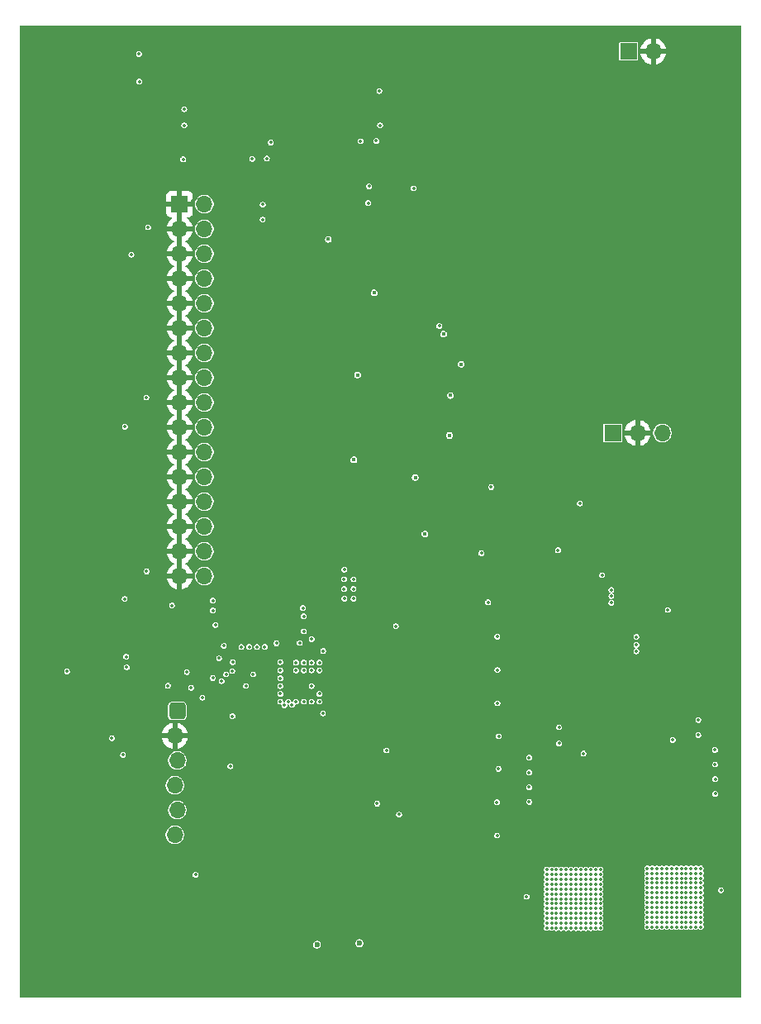
<source format=gbr>
%TF.GenerationSoftware,KiCad,Pcbnew,9.0.0-9.0.0-2~ubuntu22.04.1*%
%TF.CreationDate,2025-03-23T14:07:51-07:00*%
%TF.ProjectId,awg1,61776731-2e6b-4696-9361-645f70636258,rev?*%
%TF.SameCoordinates,Original*%
%TF.FileFunction,Copper,L2,Inr*%
%TF.FilePolarity,Positive*%
%FSLAX46Y46*%
G04 Gerber Fmt 4.6, Leading zero omitted, Abs format (unit mm)*
G04 Created by KiCad (PCBNEW 9.0.0-9.0.0-2~ubuntu22.04.1) date 2025-03-23 14:07:51*
%MOMM*%
%LPD*%
G01*
G04 APERTURE LIST*
G04 Aperture macros list*
%AMRoundRect*
0 Rectangle with rounded corners*
0 $1 Rounding radius*
0 $2 $3 $4 $5 $6 $7 $8 $9 X,Y pos of 4 corners*
0 Add a 4 corners polygon primitive as box body*
4,1,4,$2,$3,$4,$5,$6,$7,$8,$9,$2,$3,0*
0 Add four circle primitives for the rounded corners*
1,1,$1+$1,$2,$3*
1,1,$1+$1,$4,$5*
1,1,$1+$1,$6,$7*
1,1,$1+$1,$8,$9*
0 Add four rect primitives between the rounded corners*
20,1,$1+$1,$2,$3,$4,$5,0*
20,1,$1+$1,$4,$5,$6,$7,0*
20,1,$1+$1,$6,$7,$8,$9,0*
20,1,$1+$1,$8,$9,$2,$3,0*%
G04 Aperture macros list end*
%TA.AperFunction,ComponentPad*%
%ADD10O,1.700000X1.700000*%
%TD*%
%TA.AperFunction,ComponentPad*%
%ADD11R,1.700000X1.700000*%
%TD*%
%TA.AperFunction,ComponentPad*%
%ADD12RoundRect,0.340000X-0.510000X-0.510000X0.510000X-0.510000X0.510000X0.510000X-0.510000X0.510000X0*%
%TD*%
%TA.AperFunction,ViaPad*%
%ADD13C,0.350000*%
%TD*%
%TA.AperFunction,ViaPad*%
%ADD14C,0.600000*%
%TD*%
%TA.AperFunction,ViaPad*%
%ADD15C,0.450000*%
%TD*%
G04 APERTURE END LIST*
D10*
%TO.N,-15V*%
%TO.C,J1801*%
X206654400Y-82550000D03*
%TO.N,GND*%
X204114400Y-82550000D03*
D11*
%TO.N,15V*%
X201574400Y-82550000D03*
%TD*%
D10*
%TO.N,GND*%
%TO.C,J1802*%
X205729000Y-43459400D03*
D11*
%TO.N,5V_USB*%
X203189000Y-43459400D03*
%TD*%
D10*
%TO.N,/fpga/TMS*%
%TO.C,J202*%
X156703922Y-123729981D03*
%TO.N,/fpga/TDI*%
X156957922Y-121189981D03*
%TO.N,/fpga/TDO*%
X156703922Y-118649981D03*
%TO.N,/fpga/TCK*%
X156957922Y-116109981D03*
%TO.N,GND*%
X156703922Y-113569981D03*
D12*
%TO.N,3.3V*%
X156957922Y-111029981D03*
%TD*%
D10*
%TO.N,/fpga/DBG15*%
%TO.C,J201*%
X159720922Y-97219981D03*
%TO.N,GND*%
X157180922Y-97219981D03*
%TO.N,/fpga/DBG14*%
X159720922Y-94679981D03*
%TO.N,GND*%
X157180922Y-94679981D03*
%TO.N,/fpga/DBG13*%
X159720922Y-92139981D03*
%TO.N,GND*%
X157180922Y-92139981D03*
%TO.N,/fpga/DBG12*%
X159720922Y-89599981D03*
%TO.N,GND*%
X157180922Y-89599981D03*
%TO.N,/fpga/DBG11*%
X159720922Y-87059981D03*
%TO.N,GND*%
X157180922Y-87059981D03*
%TO.N,/fpga/DBG10*%
X159720922Y-84519981D03*
%TO.N,GND*%
X157180922Y-84519981D03*
%TO.N,/fpga/DBG9*%
X159720922Y-81979981D03*
%TO.N,GND*%
X157180922Y-81979981D03*
%TO.N,/fpga/DBG8*%
X159720922Y-79439981D03*
%TO.N,GND*%
X157180922Y-79439981D03*
%TO.N,/fpga/DBG7*%
X159720922Y-76899981D03*
%TO.N,GND*%
X157180922Y-76899981D03*
%TO.N,/fpga/DBG6*%
X159720922Y-74359981D03*
%TO.N,GND*%
X157180922Y-74359981D03*
%TO.N,/fpga/DBG5*%
X159720922Y-71819981D03*
%TO.N,GND*%
X157180922Y-71819981D03*
%TO.N,/fpga/DBG4*%
X159720922Y-69279981D03*
%TO.N,GND*%
X157180922Y-69279981D03*
%TO.N,/fpga/DBG3*%
X159720922Y-66739981D03*
%TO.N,GND*%
X157180922Y-66739981D03*
%TO.N,/fpga/DBG2*%
X159720922Y-64199981D03*
%TO.N,GND*%
X157180922Y-64199981D03*
%TO.N,/fpga/DBG1*%
X159720922Y-61659981D03*
%TO.N,GND*%
X157180922Y-61659981D03*
%TO.N,/fpga/DBG0*%
X159720922Y-59119981D03*
D11*
%TO.N,GND*%
X157180922Y-59119981D03*
%TD*%
D13*
%TO.N,3.3V*%
X157665000Y-49377600D03*
%TO.N,GND*%
X143620922Y-51172075D03*
X143620922Y-42672075D03*
X143620922Y-60293574D03*
X143620922Y-68793574D03*
X143620922Y-77915073D03*
X143620922Y-86415073D03*
X143620922Y-95536572D03*
X143620922Y-104036572D03*
%TO.N,/fpga/nBTN_USR*%
X151384000Y-115519200D03*
%TO.N,3.3V*%
X145645922Y-106969078D03*
X151760922Y-106559078D03*
X151720922Y-105479078D03*
%TO.N,GND*%
X180330671Y-43801425D03*
X179276103Y-43868738D03*
X179264884Y-43128297D03*
X180319452Y-43083422D03*
X187073170Y-43846300D03*
X186063478Y-43184391D03*
X186164447Y-43857519D03*
X187073170Y-43128297D03*
X180369772Y-45568083D03*
X181094752Y-45578904D03*
X180245335Y-46514886D03*
X181094752Y-46455373D03*
X181864000Y-47828200D03*
X180692700Y-46041400D03*
X179805200Y-43466400D03*
X181630200Y-43466400D03*
X184330200Y-43466400D03*
X186555200Y-43466400D03*
X185667700Y-46041400D03*
X153941155Y-50813381D03*
X154017816Y-68378265D03*
%TO.N,3.3V*%
X153959658Y-61476817D03*
%TO.N,GND*%
X149098000Y-107460800D03*
X146155922Y-108539078D03*
%TO.N,3.3V*%
X153776033Y-78910219D03*
%TO.N,GND*%
X153911736Y-86024913D03*
%TO.N,3.3V*%
X153810627Y-96723306D03*
X153028422Y-43723574D03*
%TO.N,/fpga/DOUT1*%
X153060400Y-46558200D03*
%TO.N,/fpga/DOUT0*%
X152247600Y-64287400D03*
%TO.N,/fpga/REFCLK*%
X151561800Y-99542600D03*
%TO.N,/fpga/TRIG*%
X151587200Y-81915000D03*
%TO.N,GND*%
X150012400Y-83419701D03*
X150012400Y-48176703D03*
X150012400Y-65798202D03*
X150012400Y-101041200D03*
%TO.N,15V*%
X196062600Y-114350800D03*
%TO.N,-15V*%
X196062600Y-112699800D03*
%TO.N,15V*%
X210339966Y-111949487D03*
%TO.N,-15V*%
X210337400Y-113487200D03*
%TO.N,15V*%
X198196200Y-89764600D03*
%TO.N,GND*%
X195961000Y-89815400D03*
%TO.N,-15V*%
X195961000Y-94571700D03*
%TO.N,GND*%
X198145400Y-94501200D03*
%TO.N,3.3V*%
X162387400Y-116687600D03*
%TO.N,GND*%
X163347400Y-116687600D03*
X192557400Y-137795000D03*
X191557400Y-137795000D03*
X190533800Y-137795000D03*
X189533800Y-137795000D03*
X188533800Y-137795000D03*
X187533800Y-137795000D03*
X186533800Y-137795000D03*
X185533800Y-137795000D03*
X184533800Y-137795000D03*
X183533800Y-137795000D03*
X182533800Y-137795000D03*
X181533800Y-137795000D03*
X180533800Y-137795000D03*
X179533800Y-137795000D03*
X178533800Y-137795000D03*
X177533800Y-137795000D03*
X176533800Y-137795000D03*
X175533800Y-137795000D03*
X174533800Y-137795000D03*
X173533800Y-137795000D03*
X172533800Y-137795000D03*
X171533800Y-137795000D03*
X170533800Y-137795000D03*
X169533800Y-137795000D03*
X168533800Y-137795000D03*
X167533800Y-137795000D03*
X166533800Y-137795000D03*
X161048400Y-135763000D03*
X161061400Y-134010400D03*
X158375600Y-131572000D03*
X163357600Y-127762000D03*
X159311400Y-129057400D03*
%TO.N,3.3V*%
X158826200Y-127812800D03*
X178384200Y-115062000D03*
%TO.N,GND*%
X178384200Y-116022000D03*
X180314600Y-102285800D03*
%TO.N,3.3V*%
X179349400Y-102336600D03*
%TO.N,GND*%
X173106200Y-96545400D03*
X173080800Y-97536000D03*
X173080800Y-98526600D03*
X173106200Y-99517200D03*
X175968600Y-97536000D03*
X175968600Y-98526600D03*
X175968600Y-99517200D03*
%TO.N,1.1V*%
X175008600Y-99517200D03*
X175008600Y-98526600D03*
X175008600Y-97536000D03*
%TO.N,3.3V*%
X174066200Y-96545400D03*
%TO.N,1.1V*%
X174040800Y-97536000D03*
X174040800Y-98526600D03*
X174066200Y-99517200D03*
%TO.N,2.5V*%
X157560000Y-54520000D03*
%TO.N,GND*%
X159636400Y-99731600D03*
X159639000Y-100736400D03*
%TO.N,2.5V*%
X160599000Y-100736400D03*
X160596400Y-99731600D03*
%TO.N,3.3V*%
X160858200Y-102221022D03*
%TO.N,15V*%
X212665900Y-129402100D03*
%TO.N,GND*%
X212665900Y-126452100D03*
%TO.N,-15V*%
X192735200Y-130048000D03*
%TO.N,GND*%
X192735200Y-127098000D03*
%TO.N,15V*%
X198574500Y-115400100D03*
%TO.N,-15V*%
X207727000Y-113999600D03*
%TO.N,GND*%
X197698959Y-136200935D03*
X206198758Y-136200935D03*
X206179200Y-137609600D03*
X197679200Y-137609600D03*
%TO.N,15V*%
X210097100Y-129660100D03*
X205097100Y-133160100D03*
X205097100Y-132660100D03*
X205097100Y-132160100D03*
X205097100Y-131660100D03*
X205097100Y-131160100D03*
X205097100Y-130660100D03*
X205097100Y-130160100D03*
X205097100Y-129660100D03*
X205097100Y-129160100D03*
X205097100Y-128660100D03*
X205097100Y-128160100D03*
X205097100Y-127660100D03*
X205097100Y-127160100D03*
X205597100Y-133160100D03*
X205597100Y-132660100D03*
X205597100Y-132160100D03*
X205597100Y-131660100D03*
X205597100Y-131160100D03*
X205597100Y-130660100D03*
X205597100Y-130160100D03*
X205597100Y-129660100D03*
X205597100Y-129160100D03*
X205597100Y-128660100D03*
X205597100Y-128160100D03*
X205597100Y-127660100D03*
X205597100Y-127160100D03*
X206097100Y-133160100D03*
X206097100Y-132660100D03*
X206097100Y-132160100D03*
X206097100Y-131660100D03*
X206097100Y-131160100D03*
X206097100Y-130660100D03*
X206097100Y-130160100D03*
X206097100Y-129660100D03*
X206097100Y-129160100D03*
X206097100Y-128660100D03*
X206097100Y-128160100D03*
X206097100Y-127660100D03*
X206097100Y-127160100D03*
X206597100Y-133160100D03*
X206597100Y-132660100D03*
X206597100Y-132160100D03*
X206597100Y-131660100D03*
X206597100Y-131160100D03*
X206597100Y-130660100D03*
X206597100Y-130160100D03*
X206597100Y-129660100D03*
X206597100Y-129160100D03*
X206597100Y-128660100D03*
X206597100Y-128160100D03*
X206597100Y-127660100D03*
X206597100Y-127160100D03*
X207097100Y-133160100D03*
X207097100Y-132660100D03*
X207097100Y-132160100D03*
X207097100Y-131660100D03*
X207097100Y-131160100D03*
X207097100Y-130660100D03*
X207097100Y-130160100D03*
X207097100Y-129660100D03*
X207097100Y-129160100D03*
X207097100Y-128660100D03*
X207097100Y-128160100D03*
X207097100Y-127660100D03*
X207097100Y-127160100D03*
X207597100Y-133160100D03*
X207597100Y-132660100D03*
X207597100Y-132160100D03*
X207597100Y-131660100D03*
X207597100Y-131160100D03*
X207597100Y-130660100D03*
X207597100Y-130160100D03*
X207597100Y-129660100D03*
X207597100Y-129160100D03*
X207597100Y-128660100D03*
X207597100Y-128160100D03*
X210597100Y-131660100D03*
X210097100Y-128660100D03*
X209097100Y-133160100D03*
X209097100Y-132660100D03*
X209097100Y-132160100D03*
X209097100Y-131660100D03*
X209097100Y-131160100D03*
X209097100Y-130660100D03*
X209097100Y-130160100D03*
X209097100Y-129660100D03*
X209097100Y-129160100D03*
X209097100Y-128660100D03*
X209097100Y-128160100D03*
X209097100Y-127660100D03*
X209097100Y-127160100D03*
X209597100Y-133160100D03*
X210097100Y-132160100D03*
X210097100Y-131660100D03*
X207597100Y-127660100D03*
X207597100Y-127160100D03*
X208097100Y-133160100D03*
X208097100Y-132660100D03*
X208097100Y-132160100D03*
X208097100Y-131660100D03*
X208097100Y-131160100D03*
X208097100Y-130660100D03*
X208097100Y-130160100D03*
X208097100Y-129660100D03*
X208097100Y-129160100D03*
X208097100Y-128660100D03*
X208097100Y-128160100D03*
X208097100Y-127660100D03*
X208097100Y-127160100D03*
X208597100Y-133160100D03*
X208597100Y-132660100D03*
X208597100Y-131160100D03*
X208597100Y-130660100D03*
X208597100Y-130160100D03*
X208597100Y-129660100D03*
X208597100Y-129160100D03*
X208597100Y-128660100D03*
X208597100Y-128160100D03*
X208597100Y-127660100D03*
X208597100Y-127160100D03*
X209597100Y-128160100D03*
X209597100Y-127660100D03*
X209597100Y-127160100D03*
X210097100Y-129160100D03*
X209597100Y-131160100D03*
X209597100Y-130660100D03*
X208597100Y-132160100D03*
X208597100Y-131660100D03*
X210097100Y-131160100D03*
X210097100Y-130660100D03*
X209597100Y-132660100D03*
X209597100Y-132160100D03*
X209597100Y-131660100D03*
X209597100Y-130160100D03*
X209597100Y-129160100D03*
X209597100Y-128660100D03*
X210097100Y-127660100D03*
X210097100Y-128160100D03*
X210597100Y-132160100D03*
X210597100Y-128660100D03*
X210597100Y-127160100D03*
X210597100Y-127660100D03*
X210597100Y-129660100D03*
X210597100Y-128160100D03*
X210097100Y-133160100D03*
X210097100Y-132660100D03*
X210597100Y-130660100D03*
X210597100Y-131160100D03*
X210597100Y-129160100D03*
X210597100Y-130160100D03*
X210597100Y-132660100D03*
X209597100Y-129660100D03*
X210097100Y-130160100D03*
X210097100Y-127160100D03*
X210597100Y-133160100D03*
%TO.N,-15V*%
X199802100Y-129780500D03*
X194802100Y-133280500D03*
X194802100Y-132780500D03*
X194802100Y-132280500D03*
X194802100Y-131780500D03*
X194802100Y-131280500D03*
X194802100Y-130780500D03*
X194802100Y-130280500D03*
X194802100Y-129780500D03*
X194802100Y-129280500D03*
X194802100Y-128780500D03*
X194802100Y-128280500D03*
X194802100Y-127780500D03*
X194802100Y-127280500D03*
X195302100Y-133280500D03*
X195302100Y-132780500D03*
X195302100Y-132280500D03*
X195302100Y-131780500D03*
X195302100Y-131280500D03*
X195302100Y-130780500D03*
X195302100Y-130280500D03*
X195302100Y-129780500D03*
X195302100Y-129280500D03*
X195302100Y-128780500D03*
X195302100Y-128280500D03*
X195302100Y-127780500D03*
X195302100Y-127280500D03*
X195802100Y-133280500D03*
X195802100Y-132780500D03*
X195802100Y-132280500D03*
X195802100Y-131780500D03*
X195802100Y-131280500D03*
X195802100Y-130780500D03*
X195802100Y-130280500D03*
X195802100Y-129780500D03*
X195802100Y-129280500D03*
X195802100Y-128780500D03*
X195802100Y-128280500D03*
X195802100Y-127780500D03*
X195802100Y-127280500D03*
X196302100Y-133280500D03*
X196302100Y-132780500D03*
X196302100Y-132280500D03*
X196302100Y-131780500D03*
X196302100Y-131280500D03*
X196302100Y-130780500D03*
X196302100Y-130280500D03*
X196302100Y-129780500D03*
X196302100Y-129280500D03*
X196302100Y-128780500D03*
X196302100Y-128280500D03*
X196302100Y-127780500D03*
X196302100Y-127280500D03*
X196802100Y-133280500D03*
X196802100Y-132780500D03*
X196802100Y-132280500D03*
X196802100Y-131780500D03*
X196802100Y-131280500D03*
X196802100Y-130780500D03*
X196802100Y-130280500D03*
X196802100Y-129780500D03*
X196802100Y-129280500D03*
X196802100Y-128780500D03*
X196802100Y-128280500D03*
X196802100Y-127780500D03*
X196802100Y-127280500D03*
X197302100Y-133280500D03*
X197302100Y-132780500D03*
X197302100Y-132280500D03*
X197302100Y-131780500D03*
X197302100Y-131280500D03*
X197302100Y-130780500D03*
X197302100Y-130280500D03*
X197302100Y-129780500D03*
X197302100Y-129280500D03*
X197302100Y-128780500D03*
X197302100Y-128280500D03*
X200302100Y-131780500D03*
X199802100Y-128780500D03*
X198802100Y-133280500D03*
X198802100Y-132780500D03*
X198802100Y-132280500D03*
X198802100Y-131780500D03*
X198802100Y-131280500D03*
X198802100Y-130780500D03*
X198802100Y-130280500D03*
X198802100Y-129780500D03*
X198802100Y-129280500D03*
X198802100Y-128780500D03*
X198802100Y-128280500D03*
X198802100Y-127780500D03*
X198802100Y-127280500D03*
X199302100Y-133280500D03*
X199802100Y-132280500D03*
X199802100Y-131780500D03*
X197302100Y-127780500D03*
X197302100Y-127280500D03*
X197802100Y-133280500D03*
X197802100Y-132780500D03*
X197802100Y-132280500D03*
X197802100Y-131780500D03*
X197802100Y-131280500D03*
X197802100Y-130780500D03*
X197802100Y-130280500D03*
X197802100Y-129780500D03*
X197802100Y-129280500D03*
X197802100Y-128780500D03*
X197802100Y-128280500D03*
X197802100Y-127780500D03*
X197802100Y-127280500D03*
X198302100Y-133280500D03*
X198302100Y-132780500D03*
X198302100Y-131280500D03*
X198302100Y-130780500D03*
X198302100Y-130280500D03*
X198302100Y-129780500D03*
X198302100Y-129280500D03*
X198302100Y-128780500D03*
X198302100Y-128280500D03*
X198302100Y-127780500D03*
X198302100Y-127280500D03*
X199302100Y-128280500D03*
X199302100Y-127780500D03*
X199302100Y-127280500D03*
X199802100Y-129280500D03*
X199302100Y-131280500D03*
X199302100Y-130780500D03*
X198302100Y-132280500D03*
X198302100Y-131780500D03*
X199802100Y-131280500D03*
X199802100Y-130780500D03*
X199302100Y-132780500D03*
X199302100Y-132280500D03*
X199302100Y-131780500D03*
X199302100Y-130280500D03*
X199302100Y-129280500D03*
X199302100Y-128780500D03*
X199802100Y-127780500D03*
X199802100Y-128280500D03*
X200302100Y-132280500D03*
X200302100Y-128780500D03*
X200302100Y-127280500D03*
X200302100Y-127780500D03*
X200302100Y-129780500D03*
X200302100Y-128280500D03*
X199802100Y-133280500D03*
X199802100Y-132780500D03*
X200302100Y-130780500D03*
X200302100Y-131280500D03*
X200302100Y-129280500D03*
X200302100Y-130280500D03*
X200302100Y-132780500D03*
X199302100Y-129780500D03*
X199802100Y-130280500D03*
X199802100Y-127280500D03*
X200302100Y-133280500D03*
X193006600Y-120350633D03*
X193006600Y-118837300D03*
X193006700Y-117331834D03*
X193006700Y-115818500D03*
%TO.N,GND*%
X198924100Y-97124100D03*
%TO.N,-15V*%
X200474100Y-97124100D03*
%TO.N,GND*%
X207217500Y-102229500D03*
%TO.N,15V*%
X207217500Y-100679500D03*
%TO.N,-15V*%
X201427888Y-98626417D03*
X201421395Y-99256176D03*
X201427888Y-99950859D03*
%TO.N,15V*%
X203990657Y-103448889D03*
X203986900Y-104260435D03*
X203983143Y-104917936D03*
X212064500Y-119512100D03*
X212064500Y-118012100D03*
X212054500Y-116512100D03*
X212044500Y-115022100D03*
%TO.N,GND*%
X183678364Y-113438093D03*
X173113400Y-113274981D03*
D14*
X172700922Y-134769981D03*
D15*
X187056510Y-84833034D03*
X182426476Y-91302431D03*
X182740172Y-72414931D03*
D13*
X163513400Y-110874981D03*
X171513400Y-107674981D03*
X175513400Y-114074981D03*
X171513400Y-108474981D03*
D15*
X188526476Y-69802431D03*
X177426476Y-76302431D03*
D13*
X163513400Y-114074981D03*
X183678364Y-116849521D03*
X169913400Y-114074981D03*
X159590922Y-107679078D03*
D15*
X180340172Y-72414931D03*
D13*
X159600000Y-105870000D03*
X168313400Y-106074981D03*
D15*
X183326476Y-89402431D03*
X186426476Y-74102431D03*
D13*
X168691318Y-111313202D03*
X166942172Y-133559981D03*
X165913400Y-113274981D03*
X148892600Y-114224200D03*
X183678364Y-123672377D03*
X175513400Y-102074981D03*
X156025922Y-104339078D03*
X170713400Y-109274981D03*
X168383422Y-133559981D03*
X147352600Y-112814200D03*
X159215000Y-51040000D03*
X163450000Y-102060000D03*
X165712500Y-57520000D03*
X183678364Y-110026665D03*
D15*
X184326476Y-89602431D03*
D13*
X169913400Y-102074981D03*
X169476711Y-104896173D03*
X157400922Y-108659078D03*
X159520922Y-110709078D03*
X169113400Y-109274981D03*
D14*
X169650922Y-127709981D03*
D13*
X172686679Y-110410535D03*
D15*
X181240172Y-72414931D03*
D13*
X177340000Y-54180000D03*
X172686679Y-111264737D03*
X164630000Y-56015000D03*
X173113400Y-102874981D03*
X179710000Y-55920000D03*
X176650000Y-55720000D03*
X168313400Y-107674981D03*
X168313400Y-106874981D03*
D14*
X177059114Y-134927729D03*
D13*
X166130000Y-55985000D03*
X183678364Y-120260949D03*
X169913400Y-108474981D03*
X167840000Y-111310000D03*
D15*
X184240172Y-78202431D03*
D13*
X183678364Y-103203809D03*
X183678364Y-99792381D03*
D15*
X172426476Y-70802431D03*
X174526476Y-72402431D03*
X180340172Y-76402431D03*
D13*
X165913400Y-102874981D03*
X169113400Y-107674981D03*
X169542490Y-111231417D03*
D15*
X174526476Y-73902431D03*
D13*
X159085000Y-54495000D03*
D14*
X173550922Y-127749981D03*
D13*
X143187600Y-112659200D03*
X179510922Y-116229078D03*
D15*
X187240172Y-82902431D03*
D13*
X168313400Y-109274981D03*
X169913400Y-107674981D03*
X169113400Y-108474981D03*
X175740000Y-54215000D03*
X163513400Y-105274981D03*
X183678364Y-106615237D03*
D15*
X174040172Y-83302431D03*
D13*
X168765000Y-57210000D03*
D15*
X184726476Y-71002431D03*
D13*
X159320922Y-113919078D03*
D15*
X184140172Y-82002431D03*
X189126476Y-93602431D03*
D13*
X169913400Y-109274981D03*
X168313400Y-108474981D03*
D15*
X175023995Y-70832921D03*
D13*
X172717648Y-105673183D03*
X170713400Y-107674981D03*
X170310000Y-111260000D03*
%TO.N,3.3V*%
X176595000Y-57280000D03*
X171877914Y-111267766D03*
X177650000Y-47510000D03*
X189752500Y-106826957D03*
D15*
X181340172Y-87102431D03*
D13*
X171513400Y-106074981D03*
X169913400Y-106874981D03*
X167513400Y-110074981D03*
X171513400Y-110074981D03*
D15*
X184840172Y-82802431D03*
D13*
X156410000Y-100230000D03*
X177340000Y-52630000D03*
X169913400Y-110074981D03*
X189872500Y-116966957D03*
X188798422Y-99902125D03*
X171513400Y-109274981D03*
X169113400Y-106874981D03*
D15*
X184240172Y-72414931D03*
D13*
X176507500Y-58990000D03*
X177727500Y-51040000D03*
X167513400Y-106020000D03*
D15*
X186040172Y-75502431D03*
D13*
X169500000Y-104060000D03*
X189702500Y-120386957D03*
D15*
X172426476Y-62702431D03*
X184940172Y-78702431D03*
D13*
X169113400Y-106074981D03*
X168313400Y-110074981D03*
X177420922Y-120519078D03*
D15*
X175426476Y-76602431D03*
D13*
X171513400Y-106874981D03*
X175740000Y-52665000D03*
D14*
X175605922Y-134814981D03*
D13*
X168710000Y-110410000D03*
X159520922Y-109669078D03*
D15*
X177126476Y-68202431D03*
D13*
X189882500Y-113626957D03*
X179680922Y-121639078D03*
X189752500Y-110236957D03*
D15*
X182326476Y-92902431D03*
D14*
X171270922Y-134969981D03*
D13*
X171900000Y-104890000D03*
X150242600Y-113814200D03*
D15*
X175040172Y-85302431D03*
D13*
X167918901Y-110440826D03*
X158360922Y-108659078D03*
X189732500Y-103416957D03*
X160590922Y-107651577D03*
X157930922Y-107039078D03*
X189710922Y-123799078D03*
X157665000Y-51040000D03*
X169913400Y-106074981D03*
X167110000Y-104090000D03*
X169113400Y-110074981D03*
%TO.N,1.1V*%
X166130000Y-54435000D03*
X166517500Y-52800000D03*
X164630000Y-54465000D03*
X165700000Y-60680000D03*
X165705000Y-59150000D03*
%TO.N,5V_USB*%
X181160000Y-57490000D03*
X189117022Y-88092978D03*
%TO.N,/ft232/CLK_12M_FT*%
X183800000Y-71590000D03*
X188110000Y-94870000D03*
%TO.N,/fpga/nBTN_USR*%
X162600000Y-111570000D03*
X162630922Y-106029078D03*
%TO.N,/fpga/nFPGA_RST*%
X163980000Y-108470000D03*
%TO.N,1.1V*%
X170713400Y-106874981D03*
X167513400Y-109274981D03*
X170713400Y-108474981D03*
X167513400Y-108474981D03*
X167513400Y-107674981D03*
X170713400Y-106074981D03*
%TO.N,2.5V*%
X167513400Y-106874981D03*
X170713400Y-110074981D03*
%TO.N,/fpga/CFG_CDONE*%
X155990000Y-108447350D03*
X161940922Y-107279078D03*
%TO.N,Net-(U201H-PB13A{slash}+{slash}SN{slash}CSN)*%
X164730922Y-107279078D03*
%TO.N,/fpga/CFG_IO1*%
X161720922Y-104359078D03*
X162580922Y-106939078D03*
%TO.N,/fpga/DATA7*%
X169913400Y-102874981D03*
X169820922Y-100479078D03*
%TO.N,/fpga/CTRL0*%
X170713400Y-103674981D03*
X169910922Y-101339078D03*
%TO.N,/fpga/DOUT0*%
X165113400Y-104474981D03*
%TO.N,/fpga/DOUT1*%
X165913400Y-104474981D03*
%TO.N,/fpga/TRIG*%
X164313400Y-104474981D03*
%TO.N,/fpga/REFCLK*%
X163513400Y-104474981D03*
%TO.N,/fpga/CFG_0*%
X161230922Y-105629078D03*
X161500922Y-107969078D03*
%TO.N,GND*%
X157287925Y-98659078D03*
X158500922Y-50286081D03*
X158500922Y-58786081D03*
X158500922Y-67907580D03*
X158500922Y-76407580D03*
%TD*%
%TA.AperFunction,Conductor*%
%TO.N,GND*%
G36*
X157430922Y-96786969D02*
G01*
X157373915Y-96754056D01*
X157246748Y-96719981D01*
X157115096Y-96719981D01*
X156987929Y-96754056D01*
X156930922Y-96786969D01*
X156930922Y-95112993D01*
X156987929Y-95145906D01*
X157115096Y-95179981D01*
X157246748Y-95179981D01*
X157373915Y-95145906D01*
X157430922Y-95112993D01*
X157430922Y-96786969D01*
G37*
%TD.AperFunction*%
%TA.AperFunction,Conductor*%
G36*
X157430922Y-94246969D02*
G01*
X157373915Y-94214056D01*
X157246748Y-94179981D01*
X157115096Y-94179981D01*
X156987929Y-94214056D01*
X156930922Y-94246969D01*
X156930922Y-92572993D01*
X156987929Y-92605906D01*
X157115096Y-92639981D01*
X157246748Y-92639981D01*
X157373915Y-92605906D01*
X157430922Y-92572993D01*
X157430922Y-94246969D01*
G37*
%TD.AperFunction*%
%TA.AperFunction,Conductor*%
G36*
X157430922Y-91706969D02*
G01*
X157373915Y-91674056D01*
X157246748Y-91639981D01*
X157115096Y-91639981D01*
X156987929Y-91674056D01*
X156930922Y-91706969D01*
X156930922Y-90032993D01*
X156987929Y-90065906D01*
X157115096Y-90099981D01*
X157246748Y-90099981D01*
X157373915Y-90065906D01*
X157430922Y-90032993D01*
X157430922Y-91706969D01*
G37*
%TD.AperFunction*%
%TA.AperFunction,Conductor*%
G36*
X157430922Y-89166969D02*
G01*
X157373915Y-89134056D01*
X157246748Y-89099981D01*
X157115096Y-89099981D01*
X156987929Y-89134056D01*
X156930922Y-89166969D01*
X156930922Y-87492993D01*
X156987929Y-87525906D01*
X157115096Y-87559981D01*
X157246748Y-87559981D01*
X157373915Y-87525906D01*
X157430922Y-87492993D01*
X157430922Y-89166969D01*
G37*
%TD.AperFunction*%
%TA.AperFunction,Conductor*%
G36*
X157430922Y-86626969D02*
G01*
X157373915Y-86594056D01*
X157246748Y-86559981D01*
X157115096Y-86559981D01*
X156987929Y-86594056D01*
X156930922Y-86626969D01*
X156930922Y-84952993D01*
X156987929Y-84985906D01*
X157115096Y-85019981D01*
X157246748Y-85019981D01*
X157373915Y-84985906D01*
X157430922Y-84952993D01*
X157430922Y-86626969D01*
G37*
%TD.AperFunction*%
%TA.AperFunction,Conductor*%
G36*
X157430922Y-84086969D02*
G01*
X157373915Y-84054056D01*
X157246748Y-84019981D01*
X157115096Y-84019981D01*
X156987929Y-84054056D01*
X156930922Y-84086969D01*
X156930922Y-82412993D01*
X156987929Y-82445906D01*
X157115096Y-82479981D01*
X157246748Y-82479981D01*
X157373915Y-82445906D01*
X157430922Y-82412993D01*
X157430922Y-84086969D01*
G37*
%TD.AperFunction*%
%TA.AperFunction,Conductor*%
G36*
X157430922Y-81546969D02*
G01*
X157373915Y-81514056D01*
X157246748Y-81479981D01*
X157115096Y-81479981D01*
X156987929Y-81514056D01*
X156930922Y-81546969D01*
X156930922Y-79872993D01*
X156987929Y-79905906D01*
X157115096Y-79939981D01*
X157246748Y-79939981D01*
X157373915Y-79905906D01*
X157430922Y-79872993D01*
X157430922Y-81546969D01*
G37*
%TD.AperFunction*%
%TA.AperFunction,Conductor*%
G36*
X157430922Y-79006969D02*
G01*
X157373915Y-78974056D01*
X157246748Y-78939981D01*
X157115096Y-78939981D01*
X156987929Y-78974056D01*
X156930922Y-79006969D01*
X156930922Y-77332993D01*
X156987929Y-77365906D01*
X157115096Y-77399981D01*
X157246748Y-77399981D01*
X157373915Y-77365906D01*
X157430922Y-77332993D01*
X157430922Y-79006969D01*
G37*
%TD.AperFunction*%
%TA.AperFunction,Conductor*%
G36*
X157430922Y-76466969D02*
G01*
X157373915Y-76434056D01*
X157246748Y-76399981D01*
X157115096Y-76399981D01*
X156987929Y-76434056D01*
X156930922Y-76466969D01*
X156930922Y-74792993D01*
X156987929Y-74825906D01*
X157115096Y-74859981D01*
X157246748Y-74859981D01*
X157373915Y-74825906D01*
X157430922Y-74792993D01*
X157430922Y-76466969D01*
G37*
%TD.AperFunction*%
%TA.AperFunction,Conductor*%
G36*
X157430922Y-73926969D02*
G01*
X157373915Y-73894056D01*
X157246748Y-73859981D01*
X157115096Y-73859981D01*
X156987929Y-73894056D01*
X156930922Y-73926969D01*
X156930922Y-72252993D01*
X156987929Y-72285906D01*
X157115096Y-72319981D01*
X157246748Y-72319981D01*
X157373915Y-72285906D01*
X157430922Y-72252993D01*
X157430922Y-73926969D01*
G37*
%TD.AperFunction*%
%TA.AperFunction,Conductor*%
G36*
X157430922Y-71386969D02*
G01*
X157373915Y-71354056D01*
X157246748Y-71319981D01*
X157115096Y-71319981D01*
X156987929Y-71354056D01*
X156930922Y-71386969D01*
X156930922Y-69712993D01*
X156987929Y-69745906D01*
X157115096Y-69779981D01*
X157246748Y-69779981D01*
X157373915Y-69745906D01*
X157430922Y-69712993D01*
X157430922Y-71386969D01*
G37*
%TD.AperFunction*%
%TA.AperFunction,Conductor*%
G36*
X157430922Y-68846969D02*
G01*
X157373915Y-68814056D01*
X157246748Y-68779981D01*
X157115096Y-68779981D01*
X156987929Y-68814056D01*
X156930922Y-68846969D01*
X156930922Y-67172993D01*
X156987929Y-67205906D01*
X157115096Y-67239981D01*
X157246748Y-67239981D01*
X157373915Y-67205906D01*
X157430922Y-67172993D01*
X157430922Y-68846969D01*
G37*
%TD.AperFunction*%
%TA.AperFunction,Conductor*%
G36*
X157430922Y-66306969D02*
G01*
X157373915Y-66274056D01*
X157246748Y-66239981D01*
X157115096Y-66239981D01*
X156987929Y-66274056D01*
X156930922Y-66306969D01*
X156930922Y-64632993D01*
X156987929Y-64665906D01*
X157115096Y-64699981D01*
X157246748Y-64699981D01*
X157373915Y-64665906D01*
X157430922Y-64632993D01*
X157430922Y-66306969D01*
G37*
%TD.AperFunction*%
%TA.AperFunction,Conductor*%
G36*
X157430922Y-63766969D02*
G01*
X157373915Y-63734056D01*
X157246748Y-63699981D01*
X157115096Y-63699981D01*
X156987929Y-63734056D01*
X156930922Y-63766969D01*
X156930922Y-62092993D01*
X156987929Y-62125906D01*
X157115096Y-62159981D01*
X157246748Y-62159981D01*
X157373915Y-62125906D01*
X157430922Y-62092993D01*
X157430922Y-63766969D01*
G37*
%TD.AperFunction*%
%TA.AperFunction,Conductor*%
G36*
X157430922Y-61226969D02*
G01*
X157373915Y-61194056D01*
X157246748Y-61159981D01*
X157115096Y-61159981D01*
X156987929Y-61194056D01*
X156930922Y-61226969D01*
X156930922Y-59552993D01*
X156987929Y-59585906D01*
X157115096Y-59619981D01*
X157246748Y-59619981D01*
X157373915Y-59585906D01*
X157430922Y-59552993D01*
X157430922Y-61226969D01*
G37*
%TD.AperFunction*%
%TA.AperFunction,Conductor*%
G36*
X214742948Y-40848930D02*
G01*
X214757300Y-40883578D01*
X214757300Y-140379578D01*
X214742948Y-140414226D01*
X214708300Y-140428578D01*
X140865422Y-140428578D01*
X140830774Y-140414226D01*
X140816422Y-140379578D01*
X140816422Y-134917250D01*
X170870422Y-134917250D01*
X170870422Y-135022711D01*
X170897714Y-135124566D01*
X170897715Y-135124570D01*
X170934445Y-135188187D01*
X170950442Y-135215894D01*
X171025009Y-135290461D01*
X171058435Y-135309759D01*
X171116332Y-135343187D01*
X171116334Y-135343187D01*
X171116335Y-135343188D01*
X171196669Y-135364713D01*
X171218191Y-135370480D01*
X171218192Y-135370481D01*
X171218195Y-135370481D01*
X171323652Y-135370481D01*
X171323652Y-135370480D01*
X171425509Y-135343188D01*
X171516835Y-135290461D01*
X171591402Y-135215894D01*
X171644129Y-135124568D01*
X171671421Y-135022711D01*
X171671422Y-135022711D01*
X171671422Y-134917251D01*
X171671421Y-134917250D01*
X171644129Y-134815395D01*
X171644129Y-134815394D01*
X171613446Y-134762250D01*
X175205422Y-134762250D01*
X175205422Y-134867711D01*
X175232714Y-134969566D01*
X175232715Y-134969570D01*
X175263395Y-135022708D01*
X175285442Y-135060894D01*
X175360009Y-135135461D01*
X175393435Y-135154759D01*
X175451332Y-135188187D01*
X175451334Y-135188187D01*
X175451335Y-135188188D01*
X175531669Y-135209713D01*
X175553191Y-135215480D01*
X175553192Y-135215481D01*
X175553195Y-135215481D01*
X175658652Y-135215481D01*
X175658652Y-135215480D01*
X175760509Y-135188188D01*
X175851835Y-135135461D01*
X175926402Y-135060894D01*
X175979129Y-134969568D01*
X176006421Y-134867711D01*
X176006422Y-134867711D01*
X176006422Y-134762251D01*
X176006421Y-134762250D01*
X175979129Y-134660395D01*
X175979128Y-134660391D01*
X175926401Y-134569067D01*
X175851835Y-134494501D01*
X175760511Y-134441774D01*
X175760507Y-134441773D01*
X175658652Y-134414481D01*
X175658649Y-134414481D01*
X175553195Y-134414481D01*
X175553192Y-134414481D01*
X175451336Y-134441773D01*
X175451332Y-134441774D01*
X175360008Y-134494501D01*
X175360008Y-134494502D01*
X175285443Y-134569067D01*
X175285442Y-134569067D01*
X175232715Y-134660391D01*
X175232714Y-134660395D01*
X175205422Y-134762250D01*
X171613446Y-134762250D01*
X171591402Y-134724068D01*
X171516835Y-134649501D01*
X171425511Y-134596774D01*
X171425507Y-134596773D01*
X171323652Y-134569481D01*
X171323649Y-134569481D01*
X171218195Y-134569481D01*
X171218192Y-134569481D01*
X171116336Y-134596773D01*
X171116332Y-134596774D01*
X171025008Y-134649501D01*
X171025008Y-134649502D01*
X170950443Y-134724067D01*
X170950442Y-134724067D01*
X170897715Y-134815391D01*
X170897714Y-134815395D01*
X170870422Y-134917250D01*
X140816422Y-134917250D01*
X140816422Y-130008436D01*
X192434700Y-130008436D01*
X192434700Y-130087563D01*
X192455179Y-130163989D01*
X192455179Y-130163991D01*
X192475775Y-130199663D01*
X192494740Y-130232511D01*
X192550689Y-130288460D01*
X192600849Y-130317420D01*
X192605425Y-130320062D01*
X192619211Y-130328021D01*
X192654678Y-130337524D01*
X192695636Y-130348500D01*
X192695638Y-130348500D01*
X192774764Y-130348500D01*
X192801430Y-130341354D01*
X192851189Y-130328021D01*
X192919711Y-130288460D01*
X192975660Y-130232511D01*
X193014920Y-130164510D01*
X193015220Y-130163991D01*
X193015220Y-130163990D01*
X193015221Y-130163989D01*
X193035700Y-130087562D01*
X193035700Y-130008438D01*
X193035700Y-130008436D01*
X193024064Y-129965012D01*
X193015221Y-129932011D01*
X193015220Y-129932009D01*
X193015220Y-129932008D01*
X192975659Y-129863488D01*
X192919711Y-129807540D01*
X192851190Y-129767979D01*
X192774764Y-129747500D01*
X192774762Y-129747500D01*
X192695638Y-129747500D01*
X192695636Y-129747500D01*
X192619210Y-129767979D01*
X192619208Y-129767979D01*
X192550688Y-129807540D01*
X192550688Y-129807541D01*
X192494741Y-129863488D01*
X192494740Y-129863488D01*
X192455179Y-129932008D01*
X192455179Y-129932010D01*
X192434700Y-130008436D01*
X140816422Y-130008436D01*
X140816422Y-127773236D01*
X158525700Y-127773236D01*
X158525700Y-127852363D01*
X158546179Y-127928789D01*
X158546179Y-127928791D01*
X158582738Y-127992112D01*
X158585740Y-127997311D01*
X158641689Y-128053260D01*
X158710211Y-128092821D01*
X158745678Y-128102324D01*
X158786636Y-128113300D01*
X158786638Y-128113300D01*
X158865764Y-128113300D01*
X158892430Y-128106154D01*
X158942189Y-128092821D01*
X159010711Y-128053260D01*
X159066660Y-127997311D01*
X159106221Y-127928789D01*
X159126700Y-127852362D01*
X159126700Y-127773238D01*
X159126700Y-127773236D01*
X159106985Y-127699663D01*
X159106221Y-127696811D01*
X159106220Y-127696809D01*
X159106220Y-127696808D01*
X159066659Y-127628288D01*
X159010711Y-127572340D01*
X158942190Y-127532779D01*
X158865764Y-127512300D01*
X158865762Y-127512300D01*
X158786638Y-127512300D01*
X158786636Y-127512300D01*
X158710210Y-127532779D01*
X158710208Y-127532779D01*
X158641688Y-127572340D01*
X158641688Y-127572341D01*
X158585741Y-127628288D01*
X158585740Y-127628288D01*
X158546179Y-127696808D01*
X158546179Y-127696810D01*
X158525700Y-127773236D01*
X140816422Y-127773236D01*
X140816422Y-127240936D01*
X194501600Y-127240936D01*
X194501600Y-127320063D01*
X194522079Y-127396489D01*
X194522079Y-127396491D01*
X194561640Y-127465011D01*
X194592481Y-127495852D01*
X194606833Y-127530500D01*
X194592481Y-127565148D01*
X194561641Y-127595988D01*
X194561640Y-127595988D01*
X194522079Y-127664508D01*
X194522079Y-127664510D01*
X194501600Y-127740936D01*
X194501600Y-127820063D01*
X194522079Y-127896489D01*
X194522079Y-127896491D01*
X194561640Y-127965011D01*
X194592481Y-127995852D01*
X194606833Y-128030500D01*
X194592481Y-128065148D01*
X194561641Y-128095988D01*
X194561640Y-128095988D01*
X194522079Y-128164508D01*
X194522079Y-128164510D01*
X194501600Y-128240936D01*
X194501600Y-128320063D01*
X194522079Y-128396489D01*
X194522079Y-128396491D01*
X194561640Y-128465011D01*
X194592481Y-128495852D01*
X194606833Y-128530500D01*
X194592481Y-128565148D01*
X194561641Y-128595988D01*
X194561640Y-128595988D01*
X194522079Y-128664508D01*
X194522079Y-128664510D01*
X194501600Y-128740936D01*
X194501600Y-128820063D01*
X194522079Y-128896489D01*
X194522079Y-128896491D01*
X194561640Y-128965011D01*
X194592481Y-128995852D01*
X194606833Y-129030500D01*
X194592481Y-129065148D01*
X194561641Y-129095988D01*
X194561640Y-129095988D01*
X194522079Y-129164508D01*
X194522079Y-129164510D01*
X194501600Y-129240936D01*
X194501600Y-129320063D01*
X194522079Y-129396489D01*
X194522079Y-129396491D01*
X194561640Y-129465011D01*
X194592481Y-129495852D01*
X194606833Y-129530500D01*
X194592481Y-129565148D01*
X194561641Y-129595988D01*
X194561640Y-129595988D01*
X194522079Y-129664508D01*
X194522079Y-129664510D01*
X194501600Y-129740936D01*
X194501600Y-129820063D01*
X194522079Y-129896489D01*
X194522079Y-129896491D01*
X194561640Y-129965011D01*
X194592481Y-129995852D01*
X194606833Y-130030500D01*
X194592481Y-130065148D01*
X194561641Y-130095988D01*
X194561640Y-130095988D01*
X194522079Y-130164508D01*
X194522079Y-130164510D01*
X194501600Y-130240936D01*
X194501600Y-130320063D01*
X194522079Y-130396489D01*
X194522079Y-130396491D01*
X194561640Y-130465011D01*
X194592481Y-130495852D01*
X194606833Y-130530500D01*
X194592481Y-130565148D01*
X194561641Y-130595988D01*
X194561640Y-130595988D01*
X194522079Y-130664508D01*
X194522079Y-130664510D01*
X194501600Y-130740936D01*
X194501600Y-130820063D01*
X194522079Y-130896489D01*
X194522079Y-130896491D01*
X194561640Y-130965011D01*
X194592481Y-130995852D01*
X194606833Y-131030500D01*
X194592481Y-131065148D01*
X194561641Y-131095988D01*
X194561640Y-131095988D01*
X194522079Y-131164508D01*
X194522079Y-131164510D01*
X194501600Y-131240936D01*
X194501600Y-131320063D01*
X194522079Y-131396489D01*
X194522079Y-131396491D01*
X194561640Y-131465011D01*
X194592481Y-131495852D01*
X194606833Y-131530500D01*
X194592481Y-131565148D01*
X194561641Y-131595988D01*
X194561640Y-131595988D01*
X194522079Y-131664508D01*
X194522079Y-131664510D01*
X194501600Y-131740936D01*
X194501600Y-131820063D01*
X194522079Y-131896489D01*
X194522079Y-131896491D01*
X194561640Y-131965011D01*
X194592481Y-131995852D01*
X194606833Y-132030500D01*
X194592481Y-132065148D01*
X194561641Y-132095988D01*
X194561640Y-132095988D01*
X194522079Y-132164508D01*
X194522079Y-132164510D01*
X194501600Y-132240936D01*
X194501600Y-132320063D01*
X194522079Y-132396489D01*
X194522079Y-132396491D01*
X194561640Y-132465011D01*
X194592481Y-132495852D01*
X194606833Y-132530500D01*
X194592481Y-132565148D01*
X194561641Y-132595988D01*
X194561640Y-132595988D01*
X194522079Y-132664508D01*
X194522079Y-132664510D01*
X194501600Y-132740936D01*
X194501600Y-132820063D01*
X194522079Y-132896489D01*
X194522079Y-132896491D01*
X194561640Y-132965011D01*
X194592481Y-132995852D01*
X194606833Y-133030500D01*
X194592481Y-133065148D01*
X194561641Y-133095988D01*
X194561640Y-133095988D01*
X194522079Y-133164508D01*
X194522079Y-133164510D01*
X194501600Y-133240936D01*
X194501600Y-133320063D01*
X194522079Y-133396489D01*
X194522079Y-133396491D01*
X194552100Y-133448487D01*
X194561640Y-133465011D01*
X194617589Y-133520960D01*
X194686111Y-133560521D01*
X194721578Y-133570024D01*
X194762536Y-133581000D01*
X194762538Y-133581000D01*
X194841664Y-133581000D01*
X194868330Y-133573854D01*
X194918089Y-133560521D01*
X194986611Y-133520960D01*
X195017452Y-133490119D01*
X195052100Y-133475767D01*
X195086748Y-133490119D01*
X195117589Y-133520960D01*
X195186111Y-133560521D01*
X195221578Y-133570024D01*
X195262536Y-133581000D01*
X195262538Y-133581000D01*
X195341664Y-133581000D01*
X195368330Y-133573854D01*
X195418089Y-133560521D01*
X195486611Y-133520960D01*
X195517452Y-133490119D01*
X195552100Y-133475767D01*
X195586748Y-133490119D01*
X195617589Y-133520960D01*
X195686111Y-133560521D01*
X195721578Y-133570024D01*
X195762536Y-133581000D01*
X195762538Y-133581000D01*
X195841664Y-133581000D01*
X195868330Y-133573854D01*
X195918089Y-133560521D01*
X195986611Y-133520960D01*
X196017452Y-133490119D01*
X196052100Y-133475767D01*
X196086748Y-133490119D01*
X196117589Y-133520960D01*
X196186111Y-133560521D01*
X196221578Y-133570024D01*
X196262536Y-133581000D01*
X196262538Y-133581000D01*
X196341664Y-133581000D01*
X196368330Y-133573854D01*
X196418089Y-133560521D01*
X196486611Y-133520960D01*
X196517452Y-133490119D01*
X196552100Y-133475767D01*
X196586748Y-133490119D01*
X196617589Y-133520960D01*
X196686111Y-133560521D01*
X196721578Y-133570024D01*
X196762536Y-133581000D01*
X196762538Y-133581000D01*
X196841664Y-133581000D01*
X196868330Y-133573854D01*
X196918089Y-133560521D01*
X196986611Y-133520960D01*
X197017452Y-133490119D01*
X197052100Y-133475767D01*
X197086748Y-133490119D01*
X197117589Y-133520960D01*
X197186111Y-133560521D01*
X197221578Y-133570024D01*
X197262536Y-133581000D01*
X197262538Y-133581000D01*
X197341664Y-133581000D01*
X197368330Y-133573854D01*
X197418089Y-133560521D01*
X197486611Y-133520960D01*
X197517452Y-133490119D01*
X197552100Y-133475767D01*
X197586748Y-133490119D01*
X197617589Y-133520960D01*
X197686111Y-133560521D01*
X197721578Y-133570024D01*
X197762536Y-133581000D01*
X197762538Y-133581000D01*
X197841664Y-133581000D01*
X197868330Y-133573854D01*
X197918089Y-133560521D01*
X197986611Y-133520960D01*
X198017452Y-133490119D01*
X198052100Y-133475767D01*
X198086748Y-133490119D01*
X198117589Y-133520960D01*
X198186111Y-133560521D01*
X198221578Y-133570024D01*
X198262536Y-133581000D01*
X198262538Y-133581000D01*
X198341664Y-133581000D01*
X198368330Y-133573854D01*
X198418089Y-133560521D01*
X198486611Y-133520960D01*
X198517452Y-133490119D01*
X198552100Y-133475767D01*
X198586748Y-133490119D01*
X198617589Y-133520960D01*
X198686111Y-133560521D01*
X198721578Y-133570024D01*
X198762536Y-133581000D01*
X198762538Y-133581000D01*
X198841664Y-133581000D01*
X198868330Y-133573854D01*
X198918089Y-133560521D01*
X198986611Y-133520960D01*
X199017452Y-133490119D01*
X199052100Y-133475767D01*
X199086748Y-133490119D01*
X199117589Y-133520960D01*
X199186111Y-133560521D01*
X199221578Y-133570024D01*
X199262536Y-133581000D01*
X199262538Y-133581000D01*
X199341664Y-133581000D01*
X199368330Y-133573854D01*
X199418089Y-133560521D01*
X199486611Y-133520960D01*
X199517452Y-133490119D01*
X199552100Y-133475767D01*
X199586748Y-133490119D01*
X199617589Y-133520960D01*
X199686111Y-133560521D01*
X199721578Y-133570024D01*
X199762536Y-133581000D01*
X199762538Y-133581000D01*
X199841664Y-133581000D01*
X199868330Y-133573854D01*
X199918089Y-133560521D01*
X199986611Y-133520960D01*
X200017452Y-133490119D01*
X200052100Y-133475767D01*
X200086748Y-133490119D01*
X200117589Y-133520960D01*
X200186111Y-133560521D01*
X200221578Y-133570024D01*
X200262536Y-133581000D01*
X200262538Y-133581000D01*
X200341664Y-133581000D01*
X200368330Y-133573854D01*
X200418089Y-133560521D01*
X200486611Y-133520960D01*
X200542560Y-133465011D01*
X200582121Y-133396489D01*
X200602600Y-133320062D01*
X200602600Y-133240938D01*
X200602600Y-133240936D01*
X200591540Y-133199662D01*
X200582121Y-133164511D01*
X200582120Y-133164509D01*
X200582120Y-133164508D01*
X200556732Y-133120536D01*
X200542560Y-133095989D01*
X200511719Y-133065148D01*
X200497367Y-133030500D01*
X200511719Y-132995852D01*
X200542559Y-132965012D01*
X200542560Y-132965011D01*
X200582121Y-132896489D01*
X200602600Y-132820062D01*
X200602600Y-132740938D01*
X200602600Y-132740936D01*
X200591540Y-132699662D01*
X200582121Y-132664511D01*
X200582120Y-132664509D01*
X200582120Y-132664508D01*
X200556732Y-132620536D01*
X200542560Y-132595989D01*
X200511719Y-132565148D01*
X200497367Y-132530500D01*
X200511719Y-132495852D01*
X200542559Y-132465012D01*
X200542560Y-132465011D01*
X200582121Y-132396489D01*
X200602600Y-132320062D01*
X200602600Y-132240938D01*
X200602600Y-132240936D01*
X200591540Y-132199662D01*
X200582121Y-132164511D01*
X200582120Y-132164509D01*
X200582120Y-132164508D01*
X200556732Y-132120536D01*
X200542560Y-132095989D01*
X200511719Y-132065148D01*
X200497367Y-132030500D01*
X200511719Y-131995852D01*
X200542559Y-131965012D01*
X200542560Y-131965011D01*
X200582121Y-131896489D01*
X200602600Y-131820062D01*
X200602600Y-131740938D01*
X200602600Y-131740936D01*
X200591540Y-131699662D01*
X200582121Y-131664511D01*
X200582120Y-131664509D01*
X200582120Y-131664508D01*
X200556732Y-131620536D01*
X200542560Y-131595989D01*
X200511719Y-131565148D01*
X200497367Y-131530500D01*
X200511719Y-131495852D01*
X200542559Y-131465012D01*
X200542560Y-131465011D01*
X200582121Y-131396489D01*
X200602600Y-131320062D01*
X200602600Y-131240938D01*
X200602600Y-131240936D01*
X200591540Y-131199662D01*
X200582121Y-131164511D01*
X200582120Y-131164509D01*
X200582120Y-131164508D01*
X200556732Y-131120536D01*
X200542560Y-131095989D01*
X200511719Y-131065148D01*
X200497367Y-131030500D01*
X200511719Y-130995852D01*
X200542559Y-130965012D01*
X200542560Y-130965011D01*
X200582121Y-130896489D01*
X200602600Y-130820062D01*
X200602600Y-130740938D01*
X200602600Y-130740936D01*
X200591540Y-130699662D01*
X200582121Y-130664511D01*
X200582120Y-130664509D01*
X200582120Y-130664508D01*
X200556732Y-130620536D01*
X200542560Y-130595989D01*
X200511719Y-130565148D01*
X200497367Y-130530500D01*
X200511719Y-130495852D01*
X200542559Y-130465012D01*
X200542560Y-130465011D01*
X200582121Y-130396489D01*
X200602600Y-130320062D01*
X200602600Y-130240938D01*
X200602600Y-130240936D01*
X200591540Y-130199662D01*
X200582121Y-130164511D01*
X200582120Y-130164509D01*
X200582120Y-130164508D01*
X200556732Y-130120536D01*
X200542560Y-130095989D01*
X200511719Y-130065148D01*
X200497367Y-130030500D01*
X200511719Y-129995852D01*
X200542559Y-129965012D01*
X200542560Y-129965011D01*
X200582121Y-129896489D01*
X200602600Y-129820062D01*
X200602600Y-129740938D01*
X200602600Y-129740936D01*
X200591540Y-129699662D01*
X200582121Y-129664511D01*
X200582120Y-129664509D01*
X200582120Y-129664508D01*
X200556732Y-129620536D01*
X200542560Y-129595989D01*
X200511719Y-129565148D01*
X200497367Y-129530500D01*
X200511719Y-129495852D01*
X200542559Y-129465012D01*
X200542560Y-129465011D01*
X200582121Y-129396489D01*
X200602600Y-129320062D01*
X200602600Y-129240938D01*
X200602600Y-129240936D01*
X200591540Y-129199662D01*
X200582121Y-129164511D01*
X200582120Y-129164509D01*
X200582120Y-129164508D01*
X200556732Y-129120536D01*
X200542560Y-129095989D01*
X200511719Y-129065148D01*
X200497367Y-129030500D01*
X200511719Y-128995852D01*
X200542559Y-128965012D01*
X200542560Y-128965011D01*
X200582121Y-128896489D01*
X200602600Y-128820062D01*
X200602600Y-128740938D01*
X200602600Y-128740936D01*
X200591540Y-128699662D01*
X200582121Y-128664511D01*
X200582120Y-128664509D01*
X200582120Y-128664508D01*
X200556732Y-128620536D01*
X200542560Y-128595989D01*
X200511719Y-128565148D01*
X200497367Y-128530500D01*
X200511719Y-128495852D01*
X200542559Y-128465012D01*
X200542560Y-128465011D01*
X200582121Y-128396489D01*
X200602600Y-128320062D01*
X200602600Y-128240938D01*
X200602600Y-128240936D01*
X200591540Y-128199662D01*
X200582121Y-128164511D01*
X200582120Y-128164509D01*
X200582120Y-128164508D01*
X200552554Y-128113300D01*
X200542560Y-128095989D01*
X200511719Y-128065148D01*
X200497367Y-128030500D01*
X200511719Y-127995852D01*
X200542559Y-127965012D01*
X200542560Y-127965011D01*
X200582121Y-127896489D01*
X200602600Y-127820062D01*
X200602600Y-127740938D01*
X200602600Y-127740936D01*
X200590776Y-127696811D01*
X200582121Y-127664511D01*
X200582120Y-127664509D01*
X200582120Y-127664508D01*
X200556732Y-127620536D01*
X200542560Y-127595989D01*
X200511719Y-127565148D01*
X200497367Y-127530500D01*
X200511719Y-127495852D01*
X200542559Y-127465012D01*
X200542560Y-127465011D01*
X200582121Y-127396489D01*
X200602600Y-127320062D01*
X200602600Y-127240938D01*
X200602600Y-127240936D01*
X200591540Y-127199662D01*
X200582121Y-127164511D01*
X200582120Y-127164509D01*
X200582120Y-127164508D01*
X200569024Y-127141826D01*
X200556732Y-127120536D01*
X204796600Y-127120536D01*
X204796600Y-127199663D01*
X204817079Y-127276089D01*
X204817079Y-127276091D01*
X204856640Y-127344611D01*
X204887481Y-127375452D01*
X204901833Y-127410100D01*
X204887481Y-127444748D01*
X204856641Y-127475588D01*
X204856640Y-127475588D01*
X204817079Y-127544108D01*
X204817079Y-127544110D01*
X204796600Y-127620536D01*
X204796600Y-127699663D01*
X204817079Y-127776089D01*
X204817079Y-127776091D01*
X204856640Y-127844611D01*
X204887481Y-127875452D01*
X204901833Y-127910100D01*
X204887481Y-127944748D01*
X204856641Y-127975588D01*
X204856640Y-127975588D01*
X204817079Y-128044108D01*
X204817079Y-128044110D01*
X204796600Y-128120536D01*
X204796600Y-128199663D01*
X204817079Y-128276089D01*
X204817079Y-128276091D01*
X204856640Y-128344611D01*
X204887481Y-128375452D01*
X204901833Y-128410100D01*
X204887481Y-128444748D01*
X204856641Y-128475588D01*
X204856640Y-128475588D01*
X204817079Y-128544108D01*
X204817079Y-128544110D01*
X204796600Y-128620536D01*
X204796600Y-128699663D01*
X204817079Y-128776089D01*
X204817079Y-128776091D01*
X204856640Y-128844611D01*
X204887481Y-128875452D01*
X204901833Y-128910100D01*
X204887481Y-128944748D01*
X204856641Y-128975588D01*
X204856640Y-128975588D01*
X204817079Y-129044108D01*
X204817079Y-129044110D01*
X204796600Y-129120536D01*
X204796600Y-129199663D01*
X204817079Y-129276089D01*
X204817079Y-129276091D01*
X204856640Y-129344611D01*
X204887481Y-129375452D01*
X204901833Y-129410100D01*
X204887481Y-129444748D01*
X204856641Y-129475588D01*
X204856640Y-129475588D01*
X204817079Y-129544108D01*
X204817079Y-129544110D01*
X204796600Y-129620536D01*
X204796600Y-129699663D01*
X204817079Y-129776089D01*
X204817079Y-129776091D01*
X204856640Y-129844611D01*
X204887481Y-129875452D01*
X204901833Y-129910100D01*
X204887481Y-129944748D01*
X204856641Y-129975588D01*
X204856640Y-129975588D01*
X204817079Y-130044108D01*
X204817079Y-130044110D01*
X204796600Y-130120536D01*
X204796600Y-130199663D01*
X204817079Y-130276089D01*
X204817079Y-130276091D01*
X204856640Y-130344611D01*
X204887481Y-130375452D01*
X204901833Y-130410100D01*
X204887481Y-130444748D01*
X204856641Y-130475588D01*
X204856640Y-130475588D01*
X204817079Y-130544108D01*
X204817079Y-130544110D01*
X204796600Y-130620536D01*
X204796600Y-130699663D01*
X204817079Y-130776089D01*
X204817079Y-130776091D01*
X204856640Y-130844611D01*
X204887481Y-130875452D01*
X204901833Y-130910100D01*
X204887481Y-130944748D01*
X204856641Y-130975588D01*
X204856640Y-130975588D01*
X204817079Y-131044108D01*
X204817079Y-131044110D01*
X204796600Y-131120536D01*
X204796600Y-131199663D01*
X204817079Y-131276089D01*
X204817079Y-131276091D01*
X204856640Y-131344611D01*
X204887481Y-131375452D01*
X204901833Y-131410100D01*
X204887481Y-131444748D01*
X204856641Y-131475588D01*
X204856640Y-131475588D01*
X204817079Y-131544108D01*
X204817079Y-131544110D01*
X204796600Y-131620536D01*
X204796600Y-131699663D01*
X204817079Y-131776089D01*
X204817079Y-131776091D01*
X204856640Y-131844611D01*
X204887481Y-131875452D01*
X204901833Y-131910100D01*
X204887481Y-131944748D01*
X204856641Y-131975588D01*
X204856640Y-131975588D01*
X204817079Y-132044108D01*
X204817079Y-132044110D01*
X204796600Y-132120536D01*
X204796600Y-132199663D01*
X204817079Y-132276089D01*
X204817079Y-132276091D01*
X204856640Y-132344611D01*
X204887481Y-132375452D01*
X204901833Y-132410100D01*
X204887481Y-132444748D01*
X204856641Y-132475588D01*
X204856640Y-132475588D01*
X204817079Y-132544108D01*
X204817079Y-132544110D01*
X204796600Y-132620536D01*
X204796600Y-132699663D01*
X204817079Y-132776089D01*
X204817079Y-132776091D01*
X204856640Y-132844611D01*
X204887481Y-132875452D01*
X204901833Y-132910100D01*
X204887481Y-132944748D01*
X204856641Y-132975588D01*
X204856640Y-132975588D01*
X204817079Y-133044108D01*
X204817079Y-133044110D01*
X204796600Y-133120536D01*
X204796600Y-133199663D01*
X204817079Y-133276089D01*
X204817079Y-133276091D01*
X204842467Y-133320063D01*
X204856640Y-133344611D01*
X204912589Y-133400560D01*
X204981111Y-133440121D01*
X205012333Y-133448487D01*
X205057536Y-133460600D01*
X205057538Y-133460600D01*
X205136664Y-133460600D01*
X205163330Y-133453454D01*
X205213089Y-133440121D01*
X205281611Y-133400560D01*
X205312452Y-133369719D01*
X205347100Y-133355367D01*
X205381748Y-133369719D01*
X205412589Y-133400560D01*
X205481111Y-133440121D01*
X205512333Y-133448487D01*
X205557536Y-133460600D01*
X205557538Y-133460600D01*
X205636664Y-133460600D01*
X205663330Y-133453454D01*
X205713089Y-133440121D01*
X205781611Y-133400560D01*
X205812452Y-133369719D01*
X205847100Y-133355367D01*
X205881748Y-133369719D01*
X205912589Y-133400560D01*
X205981111Y-133440121D01*
X206012333Y-133448487D01*
X206057536Y-133460600D01*
X206057538Y-133460600D01*
X206136664Y-133460600D01*
X206163330Y-133453454D01*
X206213089Y-133440121D01*
X206281611Y-133400560D01*
X206312452Y-133369719D01*
X206347100Y-133355367D01*
X206381748Y-133369719D01*
X206412589Y-133400560D01*
X206481111Y-133440121D01*
X206512333Y-133448487D01*
X206557536Y-133460600D01*
X206557538Y-133460600D01*
X206636664Y-133460600D01*
X206663330Y-133453454D01*
X206713089Y-133440121D01*
X206781611Y-133400560D01*
X206812452Y-133369719D01*
X206847100Y-133355367D01*
X206881748Y-133369719D01*
X206912589Y-133400560D01*
X206981111Y-133440121D01*
X207012333Y-133448487D01*
X207057536Y-133460600D01*
X207057538Y-133460600D01*
X207136664Y-133460600D01*
X207163330Y-133453454D01*
X207213089Y-133440121D01*
X207281611Y-133400560D01*
X207312452Y-133369719D01*
X207347100Y-133355367D01*
X207381748Y-133369719D01*
X207412589Y-133400560D01*
X207481111Y-133440121D01*
X207512333Y-133448487D01*
X207557536Y-133460600D01*
X207557538Y-133460600D01*
X207636664Y-133460600D01*
X207663330Y-133453454D01*
X207713089Y-133440121D01*
X207781611Y-133400560D01*
X207812452Y-133369719D01*
X207847100Y-133355367D01*
X207881748Y-133369719D01*
X207912589Y-133400560D01*
X207981111Y-133440121D01*
X208012333Y-133448487D01*
X208057536Y-133460600D01*
X208057538Y-133460600D01*
X208136664Y-133460600D01*
X208163330Y-133453454D01*
X208213089Y-133440121D01*
X208281611Y-133400560D01*
X208312452Y-133369719D01*
X208347100Y-133355367D01*
X208381748Y-133369719D01*
X208412589Y-133400560D01*
X208481111Y-133440121D01*
X208512333Y-133448487D01*
X208557536Y-133460600D01*
X208557538Y-133460600D01*
X208636664Y-133460600D01*
X208663330Y-133453454D01*
X208713089Y-133440121D01*
X208781611Y-133400560D01*
X208812452Y-133369719D01*
X208847100Y-133355367D01*
X208881748Y-133369719D01*
X208912589Y-133400560D01*
X208981111Y-133440121D01*
X209012333Y-133448487D01*
X209057536Y-133460600D01*
X209057538Y-133460600D01*
X209136664Y-133460600D01*
X209163330Y-133453454D01*
X209213089Y-133440121D01*
X209281611Y-133400560D01*
X209312452Y-133369719D01*
X209347100Y-133355367D01*
X209381748Y-133369719D01*
X209412589Y-133400560D01*
X209481111Y-133440121D01*
X209512333Y-133448487D01*
X209557536Y-133460600D01*
X209557538Y-133460600D01*
X209636664Y-133460600D01*
X209663330Y-133453454D01*
X209713089Y-133440121D01*
X209781611Y-133400560D01*
X209812452Y-133369719D01*
X209847100Y-133355367D01*
X209881748Y-133369719D01*
X209912589Y-133400560D01*
X209981111Y-133440121D01*
X210012333Y-133448487D01*
X210057536Y-133460600D01*
X210057538Y-133460600D01*
X210136664Y-133460600D01*
X210163330Y-133453454D01*
X210213089Y-133440121D01*
X210281611Y-133400560D01*
X210312452Y-133369719D01*
X210347100Y-133355367D01*
X210381748Y-133369719D01*
X210412589Y-133400560D01*
X210481111Y-133440121D01*
X210512333Y-133448487D01*
X210557536Y-133460600D01*
X210557538Y-133460600D01*
X210636664Y-133460600D01*
X210663330Y-133453454D01*
X210713089Y-133440121D01*
X210781611Y-133400560D01*
X210837560Y-133344611D01*
X210877121Y-133276089D01*
X210897600Y-133199662D01*
X210897600Y-133120538D01*
X210897600Y-133120536D01*
X210882758Y-133065148D01*
X210877121Y-133044111D01*
X210877120Y-133044109D01*
X210877120Y-133044108D01*
X210849259Y-132995852D01*
X210837560Y-132975589D01*
X210806719Y-132944748D01*
X210792367Y-132910100D01*
X210806719Y-132875452D01*
X210837559Y-132844612D01*
X210837560Y-132844611D01*
X210877121Y-132776089D01*
X210897600Y-132699662D01*
X210897600Y-132620538D01*
X210897600Y-132620536D01*
X210882758Y-132565148D01*
X210877121Y-132544111D01*
X210877120Y-132544109D01*
X210877120Y-132544108D01*
X210849259Y-132495852D01*
X210837560Y-132475589D01*
X210806719Y-132444748D01*
X210792367Y-132410100D01*
X210806719Y-132375452D01*
X210837559Y-132344612D01*
X210837560Y-132344611D01*
X210877121Y-132276089D01*
X210897600Y-132199662D01*
X210897600Y-132120538D01*
X210897600Y-132120536D01*
X210882758Y-132065148D01*
X210877121Y-132044111D01*
X210877120Y-132044109D01*
X210877120Y-132044108D01*
X210849259Y-131995852D01*
X210837560Y-131975589D01*
X210806719Y-131944748D01*
X210792367Y-131910100D01*
X210806719Y-131875452D01*
X210837559Y-131844612D01*
X210837560Y-131844611D01*
X210877121Y-131776089D01*
X210897600Y-131699662D01*
X210897600Y-131620538D01*
X210897600Y-131620536D01*
X210882758Y-131565148D01*
X210877121Y-131544111D01*
X210877120Y-131544109D01*
X210877120Y-131544108D01*
X210849259Y-131495852D01*
X210837560Y-131475589D01*
X210806719Y-131444748D01*
X210792367Y-131410100D01*
X210806719Y-131375452D01*
X210837559Y-131344612D01*
X210837560Y-131344611D01*
X210877121Y-131276089D01*
X210897600Y-131199662D01*
X210897600Y-131120538D01*
X210897600Y-131120536D01*
X210882758Y-131065148D01*
X210877121Y-131044111D01*
X210877120Y-131044109D01*
X210877120Y-131044108D01*
X210849259Y-130995852D01*
X210837560Y-130975589D01*
X210806719Y-130944748D01*
X210792367Y-130910100D01*
X210806719Y-130875452D01*
X210837559Y-130844612D01*
X210837560Y-130844611D01*
X210877121Y-130776089D01*
X210897600Y-130699662D01*
X210897600Y-130620538D01*
X210897600Y-130620536D01*
X210882758Y-130565148D01*
X210877121Y-130544111D01*
X210877120Y-130544109D01*
X210877120Y-130544108D01*
X210849259Y-130495852D01*
X210837560Y-130475589D01*
X210806719Y-130444748D01*
X210792367Y-130410100D01*
X210806719Y-130375452D01*
X210837559Y-130344612D01*
X210837560Y-130344611D01*
X210877121Y-130276089D01*
X210897600Y-130199662D01*
X210897600Y-130120538D01*
X210897600Y-130120536D01*
X210882758Y-130065148D01*
X210877121Y-130044111D01*
X210877120Y-130044109D01*
X210877120Y-130044108D01*
X210849259Y-129995852D01*
X210837560Y-129975589D01*
X210806719Y-129944748D01*
X210792367Y-129910100D01*
X210806719Y-129875452D01*
X210837559Y-129844612D01*
X210837560Y-129844611D01*
X210877121Y-129776089D01*
X210897600Y-129699662D01*
X210897600Y-129620538D01*
X210897600Y-129620536D01*
X210882758Y-129565148D01*
X210877121Y-129544111D01*
X210877120Y-129544109D01*
X210877120Y-129544108D01*
X210849259Y-129495852D01*
X210837560Y-129475589D01*
X210806719Y-129444748D01*
X210800134Y-129428853D01*
X210792481Y-129413441D01*
X210793084Y-129411831D01*
X210792367Y-129410100D01*
X210804437Y-129377895D01*
X210805534Y-129376636D01*
X210819634Y-129362536D01*
X212365400Y-129362536D01*
X212365400Y-129441663D01*
X212385879Y-129518089D01*
X212385879Y-129518091D01*
X212413048Y-129565148D01*
X212425440Y-129586611D01*
X212481389Y-129642560D01*
X212549911Y-129682121D01*
X212585378Y-129691624D01*
X212626336Y-129702600D01*
X212626338Y-129702600D01*
X212705464Y-129702600D01*
X212732130Y-129695454D01*
X212781889Y-129682121D01*
X212850411Y-129642560D01*
X212906360Y-129586611D01*
X212940620Y-129527270D01*
X212945920Y-129518091D01*
X212945920Y-129518090D01*
X212945921Y-129518089D01*
X212966400Y-129441662D01*
X212966400Y-129362538D01*
X212966400Y-129362536D01*
X212957169Y-129328087D01*
X212945921Y-129286111D01*
X212945920Y-129286109D01*
X212945920Y-129286108D01*
X212906359Y-129217588D01*
X212850411Y-129161640D01*
X212781890Y-129122079D01*
X212705464Y-129101600D01*
X212705462Y-129101600D01*
X212626338Y-129101600D01*
X212626336Y-129101600D01*
X212549910Y-129122079D01*
X212549908Y-129122079D01*
X212481388Y-129161640D01*
X212481388Y-129161641D01*
X212425441Y-129217588D01*
X212425440Y-129217588D01*
X212385879Y-129286108D01*
X212385879Y-129286110D01*
X212365400Y-129362536D01*
X210819634Y-129362536D01*
X210837560Y-129344611D01*
X210877121Y-129276089D01*
X210897600Y-129199662D01*
X210897600Y-129120538D01*
X210897600Y-129120536D01*
X210882758Y-129065148D01*
X210877121Y-129044111D01*
X210877120Y-129044109D01*
X210877120Y-129044108D01*
X210849259Y-128995852D01*
X210837560Y-128975589D01*
X210806719Y-128944748D01*
X210792367Y-128910100D01*
X210806719Y-128875452D01*
X210837559Y-128844612D01*
X210837560Y-128844611D01*
X210877121Y-128776089D01*
X210897600Y-128699662D01*
X210897600Y-128620538D01*
X210897600Y-128620536D01*
X210882758Y-128565148D01*
X210877121Y-128544111D01*
X210877120Y-128544109D01*
X210877120Y-128544108D01*
X210849259Y-128495852D01*
X210837560Y-128475589D01*
X210806719Y-128444748D01*
X210792367Y-128410100D01*
X210806719Y-128375452D01*
X210837559Y-128344612D01*
X210837560Y-128344611D01*
X210877121Y-128276089D01*
X210897600Y-128199662D01*
X210897600Y-128120538D01*
X210897600Y-128120536D01*
X210882758Y-128065148D01*
X210877121Y-128044111D01*
X210877120Y-128044109D01*
X210877120Y-128044108D01*
X210849259Y-127995852D01*
X210837560Y-127975589D01*
X210806719Y-127944748D01*
X210792367Y-127910100D01*
X210806719Y-127875452D01*
X210837559Y-127844612D01*
X210837560Y-127844611D01*
X210877121Y-127776089D01*
X210897600Y-127699662D01*
X210897600Y-127620538D01*
X210897600Y-127620536D01*
X210882758Y-127565148D01*
X210877121Y-127544111D01*
X210877120Y-127544109D01*
X210877120Y-127544108D01*
X210849259Y-127495852D01*
X210837560Y-127475589D01*
X210806719Y-127444748D01*
X210792367Y-127410100D01*
X210806719Y-127375452D01*
X210837559Y-127344612D01*
X210837560Y-127344611D01*
X210877121Y-127276089D01*
X210897600Y-127199662D01*
X210897600Y-127120538D01*
X210897600Y-127120536D01*
X210884294Y-127070881D01*
X210877121Y-127044111D01*
X210877120Y-127044109D01*
X210877120Y-127044108D01*
X210851930Y-127000479D01*
X210837560Y-126975589D01*
X210781611Y-126919640D01*
X210713090Y-126880079D01*
X210636664Y-126859600D01*
X210636662Y-126859600D01*
X210557538Y-126859600D01*
X210557536Y-126859600D01*
X210481110Y-126880079D01*
X210481108Y-126880079D01*
X210412588Y-126919640D01*
X210412588Y-126919641D01*
X210381748Y-126950481D01*
X210347100Y-126964833D01*
X210312452Y-126950481D01*
X210281611Y-126919640D01*
X210213090Y-126880079D01*
X210136664Y-126859600D01*
X210136662Y-126859600D01*
X210057538Y-126859600D01*
X210057536Y-126859600D01*
X209981110Y-126880079D01*
X209981108Y-126880079D01*
X209912588Y-126919640D01*
X209912588Y-126919641D01*
X209881748Y-126950481D01*
X209847100Y-126964833D01*
X209812452Y-126950481D01*
X209781611Y-126919640D01*
X209713090Y-126880079D01*
X209636664Y-126859600D01*
X209636662Y-126859600D01*
X209557538Y-126859600D01*
X209557536Y-126859600D01*
X209481110Y-126880079D01*
X209481108Y-126880079D01*
X209412588Y-126919640D01*
X209412588Y-126919641D01*
X209381748Y-126950481D01*
X209347100Y-126964833D01*
X209312452Y-126950481D01*
X209281611Y-126919640D01*
X209213090Y-126880079D01*
X209136664Y-126859600D01*
X209136662Y-126859600D01*
X209057538Y-126859600D01*
X209057536Y-126859600D01*
X208981110Y-126880079D01*
X208981108Y-126880079D01*
X208912588Y-126919640D01*
X208912588Y-126919641D01*
X208881748Y-126950481D01*
X208847100Y-126964833D01*
X208812452Y-126950481D01*
X208781611Y-126919640D01*
X208713090Y-126880079D01*
X208636664Y-126859600D01*
X208636662Y-126859600D01*
X208557538Y-126859600D01*
X208557536Y-126859600D01*
X208481110Y-126880079D01*
X208481108Y-126880079D01*
X208412588Y-126919640D01*
X208412588Y-126919641D01*
X208381748Y-126950481D01*
X208347100Y-126964833D01*
X208312452Y-126950481D01*
X208281611Y-126919640D01*
X208213090Y-126880079D01*
X208136664Y-126859600D01*
X208136662Y-126859600D01*
X208057538Y-126859600D01*
X208057536Y-126859600D01*
X207981110Y-126880079D01*
X207981108Y-126880079D01*
X207912588Y-126919640D01*
X207912588Y-126919641D01*
X207881748Y-126950481D01*
X207847100Y-126964833D01*
X207812452Y-126950481D01*
X207781611Y-126919640D01*
X207713090Y-126880079D01*
X207636664Y-126859600D01*
X207636662Y-126859600D01*
X207557538Y-126859600D01*
X207557536Y-126859600D01*
X207481110Y-126880079D01*
X207481108Y-126880079D01*
X207412588Y-126919640D01*
X207412588Y-126919641D01*
X207381748Y-126950481D01*
X207347100Y-126964833D01*
X207312452Y-126950481D01*
X207281611Y-126919640D01*
X207213090Y-126880079D01*
X207136664Y-126859600D01*
X207136662Y-126859600D01*
X207057538Y-126859600D01*
X207057536Y-126859600D01*
X206981110Y-126880079D01*
X206981108Y-126880079D01*
X206912588Y-126919640D01*
X206912588Y-126919641D01*
X206881748Y-126950481D01*
X206847100Y-126964833D01*
X206812452Y-126950481D01*
X206781611Y-126919640D01*
X206713090Y-126880079D01*
X206636664Y-126859600D01*
X206636662Y-126859600D01*
X206557538Y-126859600D01*
X206557536Y-126859600D01*
X206481110Y-126880079D01*
X206481108Y-126880079D01*
X206412588Y-126919640D01*
X206412588Y-126919641D01*
X206381748Y-126950481D01*
X206347100Y-126964833D01*
X206312452Y-126950481D01*
X206281611Y-126919640D01*
X206213090Y-126880079D01*
X206136664Y-126859600D01*
X206136662Y-126859600D01*
X206057538Y-126859600D01*
X206057536Y-126859600D01*
X205981110Y-126880079D01*
X205981108Y-126880079D01*
X205912588Y-126919640D01*
X205912588Y-126919641D01*
X205881748Y-126950481D01*
X205847100Y-126964833D01*
X205812452Y-126950481D01*
X205781611Y-126919640D01*
X205713090Y-126880079D01*
X205636664Y-126859600D01*
X205636662Y-126859600D01*
X205557538Y-126859600D01*
X205557536Y-126859600D01*
X205481110Y-126880079D01*
X205481108Y-126880079D01*
X205412588Y-126919640D01*
X205412588Y-126919641D01*
X205381748Y-126950481D01*
X205347100Y-126964833D01*
X205312452Y-126950481D01*
X205281611Y-126919640D01*
X205213090Y-126880079D01*
X205136664Y-126859600D01*
X205136662Y-126859600D01*
X205057538Y-126859600D01*
X205057536Y-126859600D01*
X204981110Y-126880079D01*
X204981108Y-126880079D01*
X204912588Y-126919640D01*
X204912588Y-126919641D01*
X204856641Y-126975588D01*
X204856640Y-126975588D01*
X204817079Y-127044108D01*
X204817079Y-127044110D01*
X204796600Y-127120536D01*
X200556732Y-127120536D01*
X200542560Y-127095989D01*
X200486611Y-127040040D01*
X200418090Y-127000479D01*
X200341664Y-126980000D01*
X200341662Y-126980000D01*
X200262538Y-126980000D01*
X200262536Y-126980000D01*
X200186110Y-127000479D01*
X200186108Y-127000479D01*
X200117588Y-127040040D01*
X200117588Y-127040041D01*
X200086748Y-127070881D01*
X200052100Y-127085233D01*
X200017452Y-127070881D01*
X199986611Y-127040040D01*
X199918090Y-127000479D01*
X199841664Y-126980000D01*
X199841662Y-126980000D01*
X199762538Y-126980000D01*
X199762536Y-126980000D01*
X199686110Y-127000479D01*
X199686108Y-127000479D01*
X199617588Y-127040040D01*
X199617588Y-127040041D01*
X199586748Y-127070881D01*
X199552100Y-127085233D01*
X199517452Y-127070881D01*
X199486611Y-127040040D01*
X199418090Y-127000479D01*
X199341664Y-126980000D01*
X199341662Y-126980000D01*
X199262538Y-126980000D01*
X199262536Y-126980000D01*
X199186110Y-127000479D01*
X199186108Y-127000479D01*
X199117588Y-127040040D01*
X199117588Y-127040041D01*
X199086748Y-127070881D01*
X199052100Y-127085233D01*
X199017452Y-127070881D01*
X198986611Y-127040040D01*
X198918090Y-127000479D01*
X198841664Y-126980000D01*
X198841662Y-126980000D01*
X198762538Y-126980000D01*
X198762536Y-126980000D01*
X198686110Y-127000479D01*
X198686108Y-127000479D01*
X198617588Y-127040040D01*
X198617588Y-127040041D01*
X198586748Y-127070881D01*
X198552100Y-127085233D01*
X198517452Y-127070881D01*
X198486611Y-127040040D01*
X198418090Y-127000479D01*
X198341664Y-126980000D01*
X198341662Y-126980000D01*
X198262538Y-126980000D01*
X198262536Y-126980000D01*
X198186110Y-127000479D01*
X198186108Y-127000479D01*
X198117588Y-127040040D01*
X198117588Y-127040041D01*
X198086748Y-127070881D01*
X198052100Y-127085233D01*
X198017452Y-127070881D01*
X197986611Y-127040040D01*
X197918090Y-127000479D01*
X197841664Y-126980000D01*
X197841662Y-126980000D01*
X197762538Y-126980000D01*
X197762536Y-126980000D01*
X197686110Y-127000479D01*
X197686108Y-127000479D01*
X197617588Y-127040040D01*
X197617588Y-127040041D01*
X197586748Y-127070881D01*
X197552100Y-127085233D01*
X197517452Y-127070881D01*
X197486611Y-127040040D01*
X197418090Y-127000479D01*
X197341664Y-126980000D01*
X197341662Y-126980000D01*
X197262538Y-126980000D01*
X197262536Y-126980000D01*
X197186110Y-127000479D01*
X197186108Y-127000479D01*
X197117588Y-127040040D01*
X197117588Y-127040041D01*
X197086748Y-127070881D01*
X197052100Y-127085233D01*
X197017452Y-127070881D01*
X196986611Y-127040040D01*
X196918090Y-127000479D01*
X196841664Y-126980000D01*
X196841662Y-126980000D01*
X196762538Y-126980000D01*
X196762536Y-126980000D01*
X196686110Y-127000479D01*
X196686108Y-127000479D01*
X196617588Y-127040040D01*
X196617588Y-127040041D01*
X196586748Y-127070881D01*
X196552100Y-127085233D01*
X196517452Y-127070881D01*
X196486611Y-127040040D01*
X196418090Y-127000479D01*
X196341664Y-126980000D01*
X196341662Y-126980000D01*
X196262538Y-126980000D01*
X196262536Y-126980000D01*
X196186110Y-127000479D01*
X196186108Y-127000479D01*
X196117588Y-127040040D01*
X196117588Y-127040041D01*
X196086748Y-127070881D01*
X196052100Y-127085233D01*
X196017452Y-127070881D01*
X195986611Y-127040040D01*
X195918090Y-127000479D01*
X195841664Y-126980000D01*
X195841662Y-126980000D01*
X195762538Y-126980000D01*
X195762536Y-126980000D01*
X195686110Y-127000479D01*
X195686108Y-127000479D01*
X195617588Y-127040040D01*
X195617588Y-127040041D01*
X195586748Y-127070881D01*
X195552100Y-127085233D01*
X195517452Y-127070881D01*
X195486611Y-127040040D01*
X195418090Y-127000479D01*
X195341664Y-126980000D01*
X195341662Y-126980000D01*
X195262538Y-126980000D01*
X195262536Y-126980000D01*
X195186110Y-127000479D01*
X195186108Y-127000479D01*
X195117588Y-127040040D01*
X195117588Y-127040041D01*
X195086748Y-127070881D01*
X195052100Y-127085233D01*
X195017452Y-127070881D01*
X194986611Y-127040040D01*
X194918090Y-127000479D01*
X194841664Y-126980000D01*
X194841662Y-126980000D01*
X194762538Y-126980000D01*
X194762536Y-126980000D01*
X194686110Y-127000479D01*
X194686108Y-127000479D01*
X194617588Y-127040040D01*
X194617588Y-127040041D01*
X194561641Y-127095988D01*
X194561640Y-127095988D01*
X194522079Y-127164508D01*
X194522079Y-127164510D01*
X194501600Y-127240936D01*
X140816422Y-127240936D01*
X140816422Y-123636365D01*
X155753422Y-123636365D01*
X155753422Y-123823597D01*
X155771617Y-123915069D01*
X155789948Y-124007229D01*
X155789951Y-124007239D01*
X155861597Y-124180206D01*
X155861598Y-124180208D01*
X155861600Y-124180212D01*
X155965620Y-124335889D01*
X156098014Y-124468283D01*
X156253691Y-124572303D01*
X156253696Y-124572305D01*
X156426663Y-124643951D01*
X156426665Y-124643951D01*
X156426671Y-124643954D01*
X156610306Y-124680481D01*
X156610309Y-124680481D01*
X156797535Y-124680481D01*
X156797538Y-124680481D01*
X156981173Y-124643954D01*
X157154153Y-124572303D01*
X157309830Y-124468283D01*
X157442224Y-124335889D01*
X157546244Y-124180212D01*
X157617895Y-124007232D01*
X157654422Y-123823597D01*
X157654422Y-123759514D01*
X189410422Y-123759514D01*
X189410422Y-123838641D01*
X189430901Y-123915067D01*
X189430901Y-123915069D01*
X189470462Y-123983589D01*
X189526411Y-124039538D01*
X189594933Y-124079099D01*
X189630400Y-124088602D01*
X189671358Y-124099578D01*
X189671360Y-124099578D01*
X189750486Y-124099578D01*
X189777152Y-124092432D01*
X189826911Y-124079099D01*
X189895433Y-124039538D01*
X189951382Y-123983589D01*
X189990943Y-123915067D01*
X190011422Y-123838640D01*
X190011422Y-123759516D01*
X190011422Y-123759514D01*
X190002765Y-123727212D01*
X189990943Y-123683089D01*
X189990942Y-123683087D01*
X189990942Y-123683086D01*
X189951381Y-123614566D01*
X189895433Y-123558618D01*
X189826912Y-123519057D01*
X189750486Y-123498578D01*
X189750484Y-123498578D01*
X189671360Y-123498578D01*
X189671358Y-123498578D01*
X189594932Y-123519057D01*
X189594930Y-123519057D01*
X189526410Y-123558618D01*
X189526410Y-123558619D01*
X189470463Y-123614566D01*
X189470462Y-123614566D01*
X189430901Y-123683086D01*
X189430901Y-123683088D01*
X189410422Y-123759514D01*
X157654422Y-123759514D01*
X157654422Y-123636365D01*
X157617895Y-123452730D01*
X157546244Y-123279750D01*
X157442224Y-123124073D01*
X157309830Y-122991679D01*
X157154153Y-122887659D01*
X157154149Y-122887657D01*
X157154147Y-122887656D01*
X156981180Y-122816010D01*
X156981170Y-122816007D01*
X156907116Y-122801277D01*
X156797538Y-122779481D01*
X156610306Y-122779481D01*
X156518908Y-122797661D01*
X156426673Y-122816007D01*
X156426663Y-122816010D01*
X156253696Y-122887656D01*
X156253692Y-122887658D01*
X156253691Y-122887659D01*
X156214117Y-122914101D01*
X156098014Y-122991678D01*
X155965619Y-123124073D01*
X155861597Y-123279755D01*
X155789951Y-123452722D01*
X155789948Y-123452732D01*
X155780829Y-123498578D01*
X155753422Y-123636365D01*
X140816422Y-123636365D01*
X140816422Y-121096365D01*
X156007422Y-121096365D01*
X156007422Y-121283597D01*
X156022432Y-121359057D01*
X156043948Y-121467229D01*
X156043951Y-121467239D01*
X156115597Y-121640206D01*
X156115598Y-121640208D01*
X156115600Y-121640212D01*
X156219620Y-121795889D01*
X156352014Y-121928283D01*
X156507691Y-122032303D01*
X156507696Y-122032305D01*
X156680663Y-122103951D01*
X156680665Y-122103951D01*
X156680671Y-122103954D01*
X156864306Y-122140481D01*
X156864309Y-122140481D01*
X157051535Y-122140481D01*
X157051538Y-122140481D01*
X157235173Y-122103954D01*
X157408153Y-122032303D01*
X157563830Y-121928283D01*
X157696224Y-121795889D01*
X157800244Y-121640212D01*
X157817102Y-121599514D01*
X179380422Y-121599514D01*
X179380422Y-121678641D01*
X179400901Y-121755067D01*
X179400901Y-121755069D01*
X179424469Y-121795889D01*
X179440462Y-121823589D01*
X179496411Y-121879538D01*
X179564933Y-121919099D01*
X179599207Y-121928283D01*
X179641358Y-121939578D01*
X179641360Y-121939578D01*
X179720486Y-121939578D01*
X179747152Y-121932432D01*
X179796911Y-121919099D01*
X179865433Y-121879538D01*
X179921382Y-121823589D01*
X179960943Y-121755067D01*
X179981422Y-121678640D01*
X179981422Y-121599516D01*
X179981422Y-121599514D01*
X179972765Y-121567212D01*
X179960943Y-121523089D01*
X179960942Y-121523087D01*
X179960942Y-121523086D01*
X179921381Y-121454566D01*
X179865433Y-121398618D01*
X179796912Y-121359057D01*
X179720486Y-121338578D01*
X179720484Y-121338578D01*
X179641360Y-121338578D01*
X179641358Y-121338578D01*
X179564932Y-121359057D01*
X179564930Y-121359057D01*
X179496410Y-121398618D01*
X179496410Y-121398619D01*
X179440463Y-121454566D01*
X179440462Y-121454566D01*
X179400901Y-121523086D01*
X179400901Y-121523088D01*
X179380422Y-121599514D01*
X157817102Y-121599514D01*
X157871895Y-121467232D01*
X157908422Y-121283597D01*
X157908422Y-121096365D01*
X157871895Y-120912730D01*
X157800244Y-120739750D01*
X157696224Y-120584073D01*
X157591665Y-120479514D01*
X177120422Y-120479514D01*
X177120422Y-120558641D01*
X177140901Y-120635067D01*
X177140901Y-120635069D01*
X177171148Y-120687457D01*
X177180462Y-120703589D01*
X177236411Y-120759538D01*
X177304933Y-120799099D01*
X177340400Y-120808602D01*
X177381358Y-120819578D01*
X177381360Y-120819578D01*
X177460486Y-120819578D01*
X177487152Y-120812432D01*
X177536911Y-120799099D01*
X177605433Y-120759538D01*
X177661382Y-120703589D01*
X177700943Y-120635067D01*
X177721422Y-120558640D01*
X177721422Y-120479516D01*
X177721422Y-120479514D01*
X177707221Y-120426519D01*
X177700943Y-120403089D01*
X177700942Y-120403087D01*
X177700942Y-120403086D01*
X177681079Y-120368683D01*
X177674429Y-120357166D01*
X177668787Y-120347393D01*
X189402000Y-120347393D01*
X189402000Y-120426520D01*
X189422479Y-120502946D01*
X189422479Y-120502948D01*
X189454634Y-120558640D01*
X189462040Y-120571468D01*
X189517989Y-120627417D01*
X189586511Y-120666978D01*
X189621978Y-120676481D01*
X189662936Y-120687457D01*
X189662938Y-120687457D01*
X189742064Y-120687457D01*
X189768730Y-120680311D01*
X189818489Y-120666978D01*
X189887011Y-120627417D01*
X189942960Y-120571468D01*
X189982521Y-120502946D01*
X190003000Y-120426519D01*
X190003000Y-120347395D01*
X190003000Y-120347393D01*
X189995805Y-120320542D01*
X189993267Y-120311069D01*
X192706100Y-120311069D01*
X192706100Y-120390196D01*
X192726579Y-120466622D01*
X192726579Y-120466624D01*
X192766140Y-120535144D01*
X192822089Y-120591093D01*
X192872249Y-120620053D01*
X192885002Y-120627416D01*
X192890611Y-120630654D01*
X192926078Y-120640157D01*
X192967036Y-120651133D01*
X192967038Y-120651133D01*
X193046164Y-120651133D01*
X193072830Y-120643987D01*
X193122589Y-120630654D01*
X193128198Y-120627416D01*
X193131770Y-120625353D01*
X193191111Y-120591093D01*
X193247060Y-120535144D01*
X193286621Y-120466622D01*
X193307100Y-120390195D01*
X193307100Y-120311071D01*
X193307100Y-120311069D01*
X193296353Y-120270965D01*
X193286621Y-120234644D01*
X193286620Y-120234642D01*
X193286620Y-120234641D01*
X193247059Y-120166121D01*
X193191111Y-120110173D01*
X193122590Y-120070612D01*
X193046164Y-120050133D01*
X193046162Y-120050133D01*
X192967038Y-120050133D01*
X192967036Y-120050133D01*
X192890610Y-120070612D01*
X192890608Y-120070612D01*
X192822088Y-120110173D01*
X192822088Y-120110174D01*
X192766141Y-120166121D01*
X192766140Y-120166121D01*
X192726579Y-120234641D01*
X192726579Y-120234643D01*
X192706100Y-120311069D01*
X189993267Y-120311069D01*
X189984571Y-120278619D01*
X189982521Y-120270968D01*
X189982520Y-120270966D01*
X189982520Y-120270965D01*
X189942959Y-120202445D01*
X189887011Y-120146497D01*
X189818490Y-120106936D01*
X189742064Y-120086457D01*
X189742062Y-120086457D01*
X189662938Y-120086457D01*
X189662936Y-120086457D01*
X189586510Y-120106936D01*
X189586508Y-120106936D01*
X189517988Y-120146497D01*
X189517988Y-120146498D01*
X189462041Y-120202445D01*
X189462040Y-120202445D01*
X189422479Y-120270965D01*
X189422479Y-120270967D01*
X189402000Y-120347393D01*
X177668787Y-120347393D01*
X177661382Y-120334567D01*
X177605433Y-120278618D01*
X177592178Y-120270965D01*
X177536912Y-120239057D01*
X177460486Y-120218578D01*
X177460484Y-120218578D01*
X177381360Y-120218578D01*
X177381358Y-120218578D01*
X177304932Y-120239057D01*
X177304930Y-120239057D01*
X177236410Y-120278618D01*
X177236410Y-120278619D01*
X177180463Y-120334566D01*
X177180462Y-120334566D01*
X177140901Y-120403086D01*
X177140901Y-120403088D01*
X177120422Y-120479514D01*
X157591665Y-120479514D01*
X157563830Y-120451679D01*
X157408153Y-120347659D01*
X157408149Y-120347657D01*
X157408147Y-120347656D01*
X157235180Y-120276010D01*
X157235170Y-120276007D01*
X157161116Y-120261277D01*
X157051538Y-120239481D01*
X156864306Y-120239481D01*
X156772908Y-120257661D01*
X156680673Y-120276007D01*
X156680663Y-120276010D01*
X156507696Y-120347656D01*
X156507692Y-120347658D01*
X156507691Y-120347659D01*
X156476226Y-120368683D01*
X156352014Y-120451678D01*
X156219619Y-120584073D01*
X156115597Y-120739755D01*
X156043951Y-120912722D01*
X156043948Y-120912732D01*
X156025602Y-121004967D01*
X156007422Y-121096365D01*
X140816422Y-121096365D01*
X140816422Y-118556365D01*
X155753422Y-118556365D01*
X155753422Y-118743597D01*
X155777662Y-118865460D01*
X155789948Y-118927229D01*
X155789951Y-118927239D01*
X155861597Y-119100206D01*
X155861598Y-119100208D01*
X155861600Y-119100212D01*
X155965620Y-119255889D01*
X156098014Y-119388283D01*
X156253691Y-119492303D01*
X156253696Y-119492305D01*
X156426663Y-119563951D01*
X156426665Y-119563951D01*
X156426671Y-119563954D01*
X156610306Y-119600481D01*
X156610309Y-119600481D01*
X156797535Y-119600481D01*
X156797538Y-119600481D01*
X156981173Y-119563954D01*
X157154153Y-119492303D01*
X157183736Y-119472536D01*
X211764000Y-119472536D01*
X211764000Y-119551663D01*
X211784479Y-119628089D01*
X211784479Y-119628091D01*
X211824040Y-119696611D01*
X211879989Y-119752560D01*
X211948511Y-119792121D01*
X211983978Y-119801624D01*
X212024936Y-119812600D01*
X212024938Y-119812600D01*
X212104064Y-119812600D01*
X212130730Y-119805454D01*
X212180489Y-119792121D01*
X212249011Y-119752560D01*
X212304960Y-119696611D01*
X212344521Y-119628089D01*
X212365000Y-119551662D01*
X212365000Y-119472538D01*
X212365000Y-119472536D01*
X212353222Y-119428584D01*
X212344521Y-119396111D01*
X212344520Y-119396109D01*
X212344520Y-119396108D01*
X212304959Y-119327588D01*
X212249011Y-119271640D01*
X212180490Y-119232079D01*
X212104064Y-119211600D01*
X212104062Y-119211600D01*
X212024938Y-119211600D01*
X212024936Y-119211600D01*
X211948510Y-119232079D01*
X211948508Y-119232079D01*
X211879988Y-119271640D01*
X211879988Y-119271641D01*
X211824041Y-119327588D01*
X211824040Y-119327588D01*
X211784479Y-119396108D01*
X211784479Y-119396110D01*
X211764000Y-119472536D01*
X157183736Y-119472536D01*
X157309830Y-119388283D01*
X157442224Y-119255889D01*
X157546244Y-119100212D01*
X157617895Y-118927232D01*
X157643653Y-118797736D01*
X192706100Y-118797736D01*
X192706100Y-118876863D01*
X192726579Y-118953289D01*
X192726579Y-118953291D01*
X192766140Y-119021811D01*
X192822089Y-119077760D01*
X192890611Y-119117321D01*
X192926078Y-119126824D01*
X192967036Y-119137800D01*
X192967038Y-119137800D01*
X193046164Y-119137800D01*
X193072830Y-119130654D01*
X193122589Y-119117321D01*
X193191111Y-119077760D01*
X193247060Y-119021811D01*
X193286621Y-118953289D01*
X193307100Y-118876862D01*
X193307100Y-118797738D01*
X193307100Y-118797736D01*
X193292593Y-118743599D01*
X193286621Y-118721311D01*
X193286620Y-118721309D01*
X193286620Y-118721308D01*
X193247059Y-118652788D01*
X193191111Y-118596840D01*
X193122590Y-118557279D01*
X193046164Y-118536800D01*
X193046162Y-118536800D01*
X192967038Y-118536800D01*
X192967036Y-118536800D01*
X192890610Y-118557279D01*
X192890608Y-118557279D01*
X192822088Y-118596840D01*
X192822088Y-118596841D01*
X192766141Y-118652788D01*
X192766140Y-118652788D01*
X192726579Y-118721308D01*
X192726579Y-118721310D01*
X192706100Y-118797736D01*
X157643653Y-118797736D01*
X157654422Y-118743597D01*
X157654422Y-118556365D01*
X157617895Y-118372730D01*
X157546244Y-118199750D01*
X157442224Y-118044073D01*
X157370687Y-117972536D01*
X211764000Y-117972536D01*
X211764000Y-118051663D01*
X211784479Y-118128089D01*
X211784479Y-118128091D01*
X211824040Y-118196611D01*
X211879989Y-118252560D01*
X211948511Y-118292121D01*
X211983978Y-118301624D01*
X212024936Y-118312600D01*
X212024938Y-118312600D01*
X212104064Y-118312600D01*
X212130730Y-118305454D01*
X212180489Y-118292121D01*
X212249011Y-118252560D01*
X212304960Y-118196611D01*
X212344521Y-118128089D01*
X212365000Y-118051662D01*
X212365000Y-117972538D01*
X212365000Y-117972536D01*
X212356343Y-117940234D01*
X212344521Y-117896111D01*
X212344520Y-117896109D01*
X212344520Y-117896108D01*
X212304959Y-117827588D01*
X212249011Y-117771640D01*
X212180490Y-117732079D01*
X212104064Y-117711600D01*
X212104062Y-117711600D01*
X212024938Y-117711600D01*
X212024936Y-117711600D01*
X211948510Y-117732079D01*
X211948508Y-117732079D01*
X211879988Y-117771640D01*
X211879988Y-117771641D01*
X211824041Y-117827588D01*
X211824040Y-117827588D01*
X211784479Y-117896108D01*
X211784479Y-117896110D01*
X211764000Y-117972536D01*
X157370687Y-117972536D01*
X157309830Y-117911679D01*
X157286529Y-117896110D01*
X157271303Y-117885936D01*
X157154153Y-117807659D01*
X157154149Y-117807657D01*
X157154147Y-117807656D01*
X156981180Y-117736010D01*
X156981170Y-117736007D01*
X156907116Y-117721277D01*
X156797538Y-117699481D01*
X156610306Y-117699481D01*
X156518908Y-117717661D01*
X156426673Y-117736007D01*
X156426663Y-117736010D01*
X156253696Y-117807656D01*
X156253692Y-117807658D01*
X156253691Y-117807659D01*
X156223865Y-117827588D01*
X156098014Y-117911678D01*
X155965619Y-118044073D01*
X155909482Y-118128089D01*
X155863698Y-118196611D01*
X155861597Y-118199755D01*
X155789951Y-118372722D01*
X155789948Y-118372732D01*
X155771602Y-118464967D01*
X155753422Y-118556365D01*
X140816422Y-118556365D01*
X140816422Y-117292270D01*
X192706200Y-117292270D01*
X192706200Y-117371397D01*
X192726679Y-117447823D01*
X192726679Y-117447825D01*
X192766240Y-117516345D01*
X192822189Y-117572294D01*
X192890711Y-117611855D01*
X192926178Y-117621358D01*
X192967136Y-117632334D01*
X192967138Y-117632334D01*
X193046264Y-117632334D01*
X193072930Y-117625188D01*
X193122689Y-117611855D01*
X193191211Y-117572294D01*
X193247160Y-117516345D01*
X193286721Y-117447823D01*
X193307200Y-117371396D01*
X193307200Y-117292272D01*
X193307200Y-117292270D01*
X193295063Y-117246977D01*
X193286721Y-117215845D01*
X193286720Y-117215843D01*
X193286720Y-117215842D01*
X193261639Y-117172402D01*
X193247160Y-117147323D01*
X193191211Y-117091374D01*
X193176613Y-117082946D01*
X193122690Y-117051813D01*
X193046264Y-117031334D01*
X193046262Y-117031334D01*
X192967138Y-117031334D01*
X192967136Y-117031334D01*
X192890710Y-117051813D01*
X192890708Y-117051813D01*
X192822188Y-117091374D01*
X192822188Y-117091375D01*
X192766241Y-117147322D01*
X192766240Y-117147322D01*
X192726679Y-117215842D01*
X192726679Y-117215844D01*
X192706200Y-117292270D01*
X140816422Y-117292270D01*
X140816422Y-116016365D01*
X156007422Y-116016365D01*
X156007422Y-116203597D01*
X156020957Y-116271641D01*
X156043948Y-116387229D01*
X156043951Y-116387239D01*
X156115597Y-116560206D01*
X156115598Y-116560208D01*
X156115600Y-116560212D01*
X156186591Y-116666457D01*
X156206739Y-116696612D01*
X156219620Y-116715889D01*
X156352014Y-116848283D01*
X156507691Y-116952303D01*
X156507696Y-116952305D01*
X156680663Y-117023951D01*
X156680665Y-117023951D01*
X156680671Y-117023954D01*
X156864306Y-117060481D01*
X156864309Y-117060481D01*
X157051535Y-117060481D01*
X157051538Y-117060481D01*
X157235173Y-117023954D01*
X157408153Y-116952303D01*
X157563830Y-116848283D01*
X157696224Y-116715889D01*
X157741562Y-116648036D01*
X162086900Y-116648036D01*
X162086900Y-116727163D01*
X162107379Y-116803589D01*
X162107379Y-116803591D01*
X162134733Y-116850968D01*
X162146940Y-116872111D01*
X162202889Y-116928060D01*
X162271411Y-116967621D01*
X162306878Y-116977124D01*
X162347836Y-116988100D01*
X162347838Y-116988100D01*
X162426964Y-116988100D01*
X162453630Y-116980954D01*
X162503389Y-116967621D01*
X162571911Y-116928060D01*
X162572578Y-116927393D01*
X189572000Y-116927393D01*
X189572000Y-117006520D01*
X189592479Y-117082946D01*
X189592479Y-117082948D01*
X189629646Y-117147322D01*
X189632040Y-117151468D01*
X189687989Y-117207417D01*
X189702587Y-117215845D01*
X189755899Y-117246625D01*
X189756511Y-117246978D01*
X189791978Y-117256481D01*
X189832936Y-117267457D01*
X189832938Y-117267457D01*
X189912064Y-117267457D01*
X189938730Y-117260311D01*
X189988489Y-117246978D01*
X189988830Y-117246781D01*
X189989101Y-117246625D01*
X190006203Y-117236750D01*
X190057011Y-117207417D01*
X190112960Y-117151468D01*
X190152521Y-117082946D01*
X190173000Y-117006519D01*
X190173000Y-116927395D01*
X190173000Y-116927393D01*
X190164343Y-116895091D01*
X190152521Y-116850968D01*
X190152520Y-116850966D01*
X190152520Y-116850965D01*
X190112959Y-116782445D01*
X190057011Y-116726497D01*
X189988490Y-116686936D01*
X189912064Y-116666457D01*
X189912062Y-116666457D01*
X189832938Y-116666457D01*
X189832936Y-116666457D01*
X189756510Y-116686936D01*
X189756508Y-116686936D01*
X189687988Y-116726497D01*
X189687988Y-116726498D01*
X189632041Y-116782445D01*
X189632040Y-116782445D01*
X189592479Y-116850965D01*
X189592479Y-116850967D01*
X189572000Y-116927393D01*
X162572578Y-116927393D01*
X162627860Y-116872111D01*
X162667421Y-116803589D01*
X162687900Y-116727162D01*
X162687900Y-116648038D01*
X162687900Y-116648036D01*
X162679243Y-116615734D01*
X162667421Y-116571611D01*
X162667420Y-116571609D01*
X162667420Y-116571608D01*
X162627859Y-116503088D01*
X162597307Y-116472536D01*
X211754000Y-116472536D01*
X211754000Y-116551663D01*
X211774479Y-116628089D01*
X211774479Y-116628091D01*
X211808454Y-116686936D01*
X211814040Y-116696611D01*
X211869989Y-116752560D01*
X211938511Y-116792121D01*
X211973978Y-116801624D01*
X212014936Y-116812600D01*
X212014938Y-116812600D01*
X212094064Y-116812600D01*
X212127683Y-116803591D01*
X212170489Y-116792121D01*
X212239011Y-116752560D01*
X212294960Y-116696611D01*
X212334521Y-116628089D01*
X212355000Y-116551662D01*
X212355000Y-116472538D01*
X212355000Y-116472536D01*
X212346343Y-116440234D01*
X212334521Y-116396111D01*
X212334520Y-116396109D01*
X212334520Y-116396108D01*
X212294959Y-116327588D01*
X212239011Y-116271640D01*
X212170490Y-116232079D01*
X212094064Y-116211600D01*
X212094062Y-116211600D01*
X212014938Y-116211600D01*
X212014936Y-116211600D01*
X211938510Y-116232079D01*
X211938508Y-116232079D01*
X211869988Y-116271640D01*
X211869988Y-116271641D01*
X211814041Y-116327588D01*
X211814040Y-116327588D01*
X211774479Y-116396108D01*
X211774479Y-116396110D01*
X211754000Y-116472536D01*
X162597307Y-116472536D01*
X162571911Y-116447140D01*
X162503390Y-116407579D01*
X162426964Y-116387100D01*
X162426962Y-116387100D01*
X162347838Y-116387100D01*
X162347836Y-116387100D01*
X162271410Y-116407579D01*
X162271408Y-116407579D01*
X162202888Y-116447140D01*
X162202888Y-116447141D01*
X162146941Y-116503088D01*
X162146940Y-116503088D01*
X162107379Y-116571608D01*
X162107379Y-116571610D01*
X162086900Y-116648036D01*
X157741562Y-116648036D01*
X157800244Y-116560212D01*
X157871895Y-116387232D01*
X157908422Y-116203597D01*
X157908422Y-116016365D01*
X157871895Y-115832730D01*
X157849613Y-115778936D01*
X192706200Y-115778936D01*
X192706200Y-115858063D01*
X192726679Y-115934489D01*
X192726679Y-115934491D01*
X192766240Y-116003011D01*
X192822189Y-116058960D01*
X192890711Y-116098521D01*
X192926178Y-116108024D01*
X192967136Y-116119000D01*
X192967138Y-116119000D01*
X193046264Y-116119000D01*
X193072930Y-116111854D01*
X193122689Y-116098521D01*
X193191211Y-116058960D01*
X193247160Y-116003011D01*
X193286721Y-115934489D01*
X193307200Y-115858062D01*
X193307200Y-115778938D01*
X193307200Y-115778936D01*
X193298543Y-115746634D01*
X193286721Y-115702511D01*
X193286720Y-115702509D01*
X193286720Y-115702508D01*
X193261639Y-115659068D01*
X193247160Y-115633989D01*
X193191211Y-115578040D01*
X193122690Y-115538479D01*
X193046264Y-115518000D01*
X193046262Y-115518000D01*
X192967138Y-115518000D01*
X192967136Y-115518000D01*
X192890710Y-115538479D01*
X192890708Y-115538479D01*
X192822188Y-115578040D01*
X192822188Y-115578041D01*
X192766241Y-115633988D01*
X192766240Y-115633988D01*
X192726679Y-115702508D01*
X192726679Y-115702510D01*
X192706200Y-115778936D01*
X157849613Y-115778936D01*
X157800244Y-115659750D01*
X157696224Y-115504073D01*
X157563830Y-115371679D01*
X157547156Y-115360538D01*
X157519442Y-115342020D01*
X157408153Y-115267659D01*
X157408149Y-115267657D01*
X157408147Y-115267656D01*
X157235180Y-115196010D01*
X157235170Y-115196007D01*
X157161116Y-115181277D01*
X157051538Y-115159481D01*
X156864306Y-115159481D01*
X156772908Y-115177661D01*
X156680673Y-115196007D01*
X156680663Y-115196010D01*
X156507696Y-115267656D01*
X156507692Y-115267658D01*
X156507691Y-115267659D01*
X156483069Y-115284111D01*
X156352014Y-115371678D01*
X156219619Y-115504073D01*
X156142042Y-115620176D01*
X156128423Y-115640560D01*
X156115597Y-115659755D01*
X156043951Y-115832722D01*
X156043948Y-115832732D01*
X156038910Y-115858062D01*
X156007422Y-116016365D01*
X140816422Y-116016365D01*
X140816422Y-115479636D01*
X151083500Y-115479636D01*
X151083500Y-115558763D01*
X151103979Y-115635189D01*
X151103979Y-115635191D01*
X151129920Y-115680121D01*
X151143540Y-115703711D01*
X151199489Y-115759660D01*
X151268011Y-115799221D01*
X151303478Y-115808724D01*
X151344436Y-115819700D01*
X151344438Y-115819700D01*
X151423564Y-115819700D01*
X151450230Y-115812554D01*
X151499989Y-115799221D01*
X151568511Y-115759660D01*
X151624460Y-115703711D01*
X151664021Y-115635189D01*
X151684500Y-115558762D01*
X151684500Y-115479638D01*
X151684500Y-115479636D01*
X151673788Y-115439662D01*
X151664021Y-115403211D01*
X151664020Y-115403209D01*
X151664020Y-115403208D01*
X151628693Y-115342021D01*
X151624460Y-115334689D01*
X151568511Y-115278740D01*
X151549313Y-115267656D01*
X151499990Y-115239179D01*
X151423564Y-115218700D01*
X151423562Y-115218700D01*
X151344438Y-115218700D01*
X151344436Y-115218700D01*
X151268010Y-115239179D01*
X151268008Y-115239179D01*
X151199488Y-115278740D01*
X151199488Y-115278741D01*
X151143541Y-115334688D01*
X151143540Y-115334688D01*
X151103979Y-115403208D01*
X151103979Y-115403210D01*
X151083500Y-115479636D01*
X140816422Y-115479636D01*
X140816422Y-115022436D01*
X178083700Y-115022436D01*
X178083700Y-115101563D01*
X178104179Y-115177989D01*
X178104179Y-115177991D01*
X178125887Y-115215589D01*
X178143740Y-115246511D01*
X178199689Y-115302460D01*
X178221224Y-115314893D01*
X178255511Y-115334689D01*
X178268211Y-115342021D01*
X178303678Y-115351524D01*
X178344636Y-115362500D01*
X178344638Y-115362500D01*
X178423764Y-115362500D01*
X178431093Y-115360536D01*
X198274000Y-115360536D01*
X198274000Y-115439663D01*
X198294479Y-115516089D01*
X198294479Y-115516091D01*
X198330246Y-115578040D01*
X198334040Y-115584611D01*
X198389989Y-115640560D01*
X198458511Y-115680121D01*
X198493978Y-115689624D01*
X198534936Y-115700600D01*
X198534938Y-115700600D01*
X198614064Y-115700600D01*
X198640730Y-115693454D01*
X198690489Y-115680121D01*
X198759011Y-115640560D01*
X198814960Y-115584611D01*
X198854521Y-115516089D01*
X198875000Y-115439662D01*
X198875000Y-115360538D01*
X198875000Y-115360536D01*
X198862769Y-115314893D01*
X198854521Y-115284111D01*
X198854520Y-115284109D01*
X198854520Y-115284108D01*
X198814959Y-115215588D01*
X198759011Y-115159640D01*
X198690490Y-115120079D01*
X198614064Y-115099600D01*
X198614062Y-115099600D01*
X198534938Y-115099600D01*
X198534936Y-115099600D01*
X198458510Y-115120079D01*
X198458508Y-115120079D01*
X198389988Y-115159640D01*
X198389988Y-115159641D01*
X198334041Y-115215588D01*
X198334040Y-115215588D01*
X198294479Y-115284108D01*
X198294479Y-115284110D01*
X198274000Y-115360536D01*
X178431093Y-115360536D01*
X178450430Y-115355354D01*
X178500189Y-115342021D01*
X178568711Y-115302460D01*
X178624660Y-115246511D01*
X178664221Y-115177989D01*
X178684700Y-115101562D01*
X178684700Y-115022438D01*
X178684700Y-115022435D01*
X178684699Y-115022434D01*
X178676547Y-114992008D01*
X178674008Y-114982536D01*
X211744000Y-114982536D01*
X211744000Y-115061663D01*
X211764479Y-115138089D01*
X211764479Y-115138091D01*
X211804040Y-115206611D01*
X211859989Y-115262560D01*
X211928511Y-115302121D01*
X211963978Y-115311624D01*
X212004936Y-115322600D01*
X212004938Y-115322600D01*
X212084064Y-115322600D01*
X212112832Y-115314891D01*
X212160489Y-115302121D01*
X212229011Y-115262560D01*
X212284960Y-115206611D01*
X212324521Y-115138089D01*
X212345000Y-115061662D01*
X212345000Y-114982538D01*
X212345000Y-114982536D01*
X212335212Y-114946008D01*
X212324521Y-114906111D01*
X212324520Y-114906109D01*
X212324520Y-114906108D01*
X212284959Y-114837588D01*
X212229011Y-114781640D01*
X212160490Y-114742079D01*
X212084064Y-114721600D01*
X212084062Y-114721600D01*
X212004938Y-114721600D01*
X212004936Y-114721600D01*
X211928510Y-114742079D01*
X211928508Y-114742079D01*
X211859988Y-114781640D01*
X211859988Y-114781641D01*
X211804041Y-114837588D01*
X211804040Y-114837588D01*
X211764479Y-114906108D01*
X211764479Y-114906110D01*
X211744000Y-114982536D01*
X178674008Y-114982536D01*
X178669845Y-114967003D01*
X178664221Y-114946011D01*
X178664220Y-114946009D01*
X178664220Y-114946008D01*
X178624659Y-114877488D01*
X178568711Y-114821540D01*
X178500190Y-114781979D01*
X178423764Y-114761500D01*
X178423762Y-114761500D01*
X178344638Y-114761500D01*
X178344636Y-114761500D01*
X178268210Y-114781979D01*
X178268208Y-114781979D01*
X178199688Y-114821540D01*
X178199688Y-114821541D01*
X178143741Y-114877488D01*
X178143740Y-114877488D01*
X178104179Y-114946008D01*
X178104179Y-114946010D01*
X178083700Y-115022436D01*
X140816422Y-115022436D01*
X140816422Y-113774636D01*
X149942100Y-113774636D01*
X149942100Y-113853763D01*
X149962579Y-113930189D01*
X149962579Y-113930191D01*
X150002140Y-113998711D01*
X150058089Y-114054660D01*
X150084626Y-114069981D01*
X150116180Y-114088199D01*
X150126611Y-114094221D01*
X150162078Y-114103724D01*
X150203036Y-114114700D01*
X150203038Y-114114700D01*
X150282164Y-114114700D01*
X150308830Y-114107554D01*
X150358589Y-114094221D01*
X150427111Y-114054660D01*
X150483060Y-113998711D01*
X150522621Y-113930189D01*
X150543100Y-113853762D01*
X150543100Y-113774638D01*
X150543100Y-113774636D01*
X150530512Y-113727660D01*
X150522621Y-113698211D01*
X150522620Y-113698209D01*
X150522620Y-113698208D01*
X150483059Y-113629688D01*
X150427111Y-113573740D01*
X150358590Y-113534179D01*
X150282164Y-113513700D01*
X150282162Y-113513700D01*
X150203038Y-113513700D01*
X150203036Y-113513700D01*
X150126610Y-113534179D01*
X150126608Y-113534179D01*
X150058088Y-113573740D01*
X150058088Y-113573741D01*
X150002141Y-113629688D01*
X150002140Y-113629688D01*
X149962579Y-113698208D01*
X149962579Y-113698210D01*
X149942100Y-113774636D01*
X140816422Y-113774636D01*
X140816422Y-113319980D01*
X155376691Y-113319980D01*
X155376692Y-113319981D01*
X156270910Y-113319981D01*
X156237997Y-113376988D01*
X156203922Y-113504155D01*
X156203922Y-113635807D01*
X156237997Y-113762974D01*
X156270910Y-113819981D01*
X155376691Y-113819981D01*
X155387163Y-113886104D01*
X155387164Y-113886107D01*
X155452827Y-114088199D01*
X155549299Y-114277534D01*
X155674201Y-114449448D01*
X155674205Y-114449453D01*
X155824450Y-114599698D01*
X155824454Y-114599701D01*
X155996368Y-114724603D01*
X156185703Y-114821075D01*
X156387795Y-114886738D01*
X156387798Y-114886739D01*
X156453921Y-114897211D01*
X156453922Y-114897211D01*
X156453922Y-114002993D01*
X156510929Y-114035906D01*
X156638096Y-114069981D01*
X156769748Y-114069981D01*
X156896915Y-114035906D01*
X156953922Y-114002993D01*
X156953922Y-114897211D01*
X157020045Y-114886739D01*
X157020048Y-114886738D01*
X157222140Y-114821075D01*
X157411475Y-114724603D01*
X157583389Y-114599701D01*
X157583394Y-114599698D01*
X157733639Y-114449453D01*
X157733642Y-114449448D01*
X157834060Y-114311236D01*
X195762100Y-114311236D01*
X195762100Y-114390363D01*
X195782579Y-114466789D01*
X195782579Y-114466791D01*
X195822140Y-114535311D01*
X195878089Y-114591260D01*
X195946611Y-114630821D01*
X195982078Y-114640324D01*
X196023036Y-114651300D01*
X196023038Y-114651300D01*
X196102164Y-114651300D01*
X196128830Y-114644154D01*
X196178589Y-114630821D01*
X196247111Y-114591260D01*
X196303060Y-114535311D01*
X196342621Y-114466789D01*
X196363100Y-114390362D01*
X196363100Y-114311238D01*
X196363100Y-114311236D01*
X196344027Y-114240059D01*
X196342621Y-114234811D01*
X196342620Y-114234809D01*
X196342620Y-114234808D01*
X196303059Y-114166288D01*
X196247111Y-114110340D01*
X196178590Y-114070779D01*
X196102164Y-114050300D01*
X196102162Y-114050300D01*
X196023038Y-114050300D01*
X196023036Y-114050300D01*
X195946610Y-114070779D01*
X195946608Y-114070779D01*
X195878088Y-114110340D01*
X195878088Y-114110341D01*
X195822141Y-114166288D01*
X195822140Y-114166288D01*
X195782579Y-114234808D01*
X195782579Y-114234810D01*
X195762100Y-114311236D01*
X157834060Y-114311236D01*
X157857317Y-114279225D01*
X157858544Y-114277534D01*
X157955016Y-114088199D01*
X157996658Y-113960036D01*
X207426500Y-113960036D01*
X207426500Y-114039163D01*
X207446979Y-114115589D01*
X207446979Y-114115591D01*
X207486540Y-114184111D01*
X207542489Y-114240060D01*
X207611011Y-114279621D01*
X207646478Y-114289124D01*
X207687436Y-114300100D01*
X207687438Y-114300100D01*
X207766564Y-114300100D01*
X207793230Y-114292954D01*
X207842989Y-114279621D01*
X207911511Y-114240060D01*
X207967460Y-114184111D01*
X208007021Y-114115589D01*
X208027500Y-114039162D01*
X208027500Y-113960038D01*
X208027500Y-113960036D01*
X208013282Y-113906977D01*
X208007021Y-113883611D01*
X208007020Y-113883609D01*
X208007020Y-113883608D01*
X207967459Y-113815088D01*
X207911511Y-113759140D01*
X207842990Y-113719579D01*
X207766564Y-113699100D01*
X207766562Y-113699100D01*
X207687438Y-113699100D01*
X207687436Y-113699100D01*
X207611010Y-113719579D01*
X207611008Y-113719579D01*
X207542488Y-113759140D01*
X207542488Y-113759141D01*
X207486541Y-113815088D01*
X207486540Y-113815088D01*
X207446979Y-113883608D01*
X207446979Y-113883610D01*
X207426500Y-113960036D01*
X157996658Y-113960036D01*
X158020679Y-113886107D01*
X158020680Y-113886104D01*
X158031153Y-113819981D01*
X157136934Y-113819981D01*
X157169847Y-113762974D01*
X157203922Y-113635807D01*
X157203922Y-113587393D01*
X189582000Y-113587393D01*
X189582000Y-113666520D01*
X189602479Y-113742946D01*
X189602479Y-113742948D01*
X189642040Y-113811468D01*
X189697989Y-113867417D01*
X189766511Y-113906978D01*
X189801978Y-113916481D01*
X189842936Y-113927457D01*
X189842938Y-113927457D01*
X189922064Y-113927457D01*
X189989092Y-113909496D01*
X189989334Y-113909431D01*
X189998489Y-113906978D01*
X190067011Y-113867417D01*
X190122960Y-113811468D01*
X190162521Y-113742946D01*
X190183000Y-113666519D01*
X190183000Y-113587395D01*
X190183000Y-113587393D01*
X190174343Y-113555091D01*
X190162521Y-113510968D01*
X190162520Y-113510966D01*
X190162520Y-113510965D01*
X190138248Y-113468926D01*
X190125956Y-113447636D01*
X210036900Y-113447636D01*
X210036900Y-113526763D01*
X210057379Y-113603189D01*
X210057379Y-113603191D01*
X210093942Y-113666519D01*
X210096940Y-113671711D01*
X210152889Y-113727660D01*
X210221411Y-113767221D01*
X210249084Y-113774636D01*
X210297836Y-113787700D01*
X210297838Y-113787700D01*
X210376964Y-113787700D01*
X210403630Y-113780554D01*
X210453389Y-113767221D01*
X210521911Y-113727660D01*
X210577860Y-113671711D01*
X210617421Y-113603189D01*
X210637900Y-113526762D01*
X210637900Y-113447638D01*
X210637900Y-113447636D01*
X210621517Y-113386498D01*
X210617421Y-113371211D01*
X210617420Y-113371209D01*
X210617420Y-113371208D01*
X210577859Y-113302688D01*
X210521911Y-113246740D01*
X210453390Y-113207179D01*
X210376964Y-113186700D01*
X210376962Y-113186700D01*
X210297838Y-113186700D01*
X210297836Y-113186700D01*
X210221410Y-113207179D01*
X210221408Y-113207179D01*
X210152888Y-113246740D01*
X210152888Y-113246741D01*
X210096941Y-113302688D01*
X210096940Y-113302688D01*
X210057379Y-113371208D01*
X210057379Y-113371210D01*
X210036900Y-113447636D01*
X190125956Y-113447636D01*
X190122960Y-113442446D01*
X190067011Y-113386497D01*
X190040530Y-113371208D01*
X189998490Y-113346936D01*
X189922064Y-113326457D01*
X189922062Y-113326457D01*
X189842938Y-113326457D01*
X189842936Y-113326457D01*
X189766510Y-113346936D01*
X189766508Y-113346936D01*
X189697988Y-113386497D01*
X189697988Y-113386498D01*
X189642041Y-113442445D01*
X189642040Y-113442445D01*
X189602479Y-113510965D01*
X189602479Y-113510967D01*
X189582000Y-113587393D01*
X157203922Y-113587393D01*
X157203922Y-113504155D01*
X157169847Y-113376988D01*
X157136934Y-113319981D01*
X158031152Y-113319981D01*
X158031152Y-113319980D01*
X158020680Y-113253857D01*
X158020679Y-113253854D01*
X157955016Y-113051762D01*
X157858544Y-112862427D01*
X157733642Y-112690513D01*
X157733639Y-112690509D01*
X157703366Y-112660236D01*
X195762100Y-112660236D01*
X195762100Y-112739363D01*
X195782579Y-112815789D01*
X195782579Y-112815791D01*
X195809505Y-112862427D01*
X195822140Y-112884311D01*
X195878089Y-112940260D01*
X195946611Y-112979821D01*
X195982078Y-112989324D01*
X196023036Y-113000300D01*
X196023038Y-113000300D01*
X196102164Y-113000300D01*
X196128830Y-112993154D01*
X196178589Y-112979821D01*
X196247111Y-112940260D01*
X196303060Y-112884311D01*
X196342621Y-112815789D01*
X196363100Y-112739362D01*
X196363100Y-112660238D01*
X196363100Y-112660236D01*
X196354443Y-112627934D01*
X196342621Y-112583811D01*
X196342620Y-112583809D01*
X196342620Y-112583808D01*
X196303059Y-112515288D01*
X196247111Y-112459340D01*
X196178590Y-112419779D01*
X196102164Y-112399300D01*
X196102162Y-112399300D01*
X196023038Y-112399300D01*
X196023036Y-112399300D01*
X195946610Y-112419779D01*
X195946608Y-112419779D01*
X195878088Y-112459340D01*
X195878088Y-112459341D01*
X195822141Y-112515288D01*
X195822140Y-112515288D01*
X195782579Y-112583808D01*
X195782579Y-112583810D01*
X195762100Y-112660236D01*
X157703366Y-112660236D01*
X157583394Y-112540264D01*
X157583389Y-112540260D01*
X157411475Y-112415358D01*
X157222140Y-112318886D01*
X157020055Y-112253225D01*
X157020051Y-112253224D01*
X156953922Y-112242749D01*
X156953922Y-113136969D01*
X156896915Y-113104056D01*
X156769748Y-113069981D01*
X156638096Y-113069981D01*
X156510929Y-113104056D01*
X156453922Y-113136969D01*
X156453922Y-112242749D01*
X156387792Y-112253224D01*
X156387788Y-112253225D01*
X156185703Y-112318886D01*
X155996368Y-112415358D01*
X155824454Y-112540260D01*
X155674201Y-112690513D01*
X155549299Y-112862427D01*
X155452827Y-113051762D01*
X155387164Y-113253854D01*
X155387163Y-113253857D01*
X155376691Y-113319980D01*
X140816422Y-113319980D01*
X140816422Y-110466924D01*
X156007422Y-110466924D01*
X156007422Y-111593037D01*
X156007423Y-111593058D01*
X156010211Y-111622793D01*
X156010212Y-111622802D01*
X156040384Y-111709027D01*
X156054070Y-111748138D01*
X156054071Y-111748140D01*
X156054070Y-111748140D01*
X156132922Y-111854980D01*
X156239762Y-111933831D01*
X156239765Y-111933833D01*
X156365103Y-111977691D01*
X156394856Y-111980481D01*
X156394866Y-111980481D01*
X157520978Y-111980481D01*
X157520988Y-111980481D01*
X157550741Y-111977691D01*
X157676079Y-111933833D01*
X157708476Y-111909923D01*
X210039466Y-111909923D01*
X210039466Y-111989050D01*
X210059945Y-112065476D01*
X210059945Y-112065478D01*
X210099506Y-112133998D01*
X210155455Y-112189947D01*
X210223977Y-112229508D01*
X210259444Y-112239011D01*
X210300402Y-112249987D01*
X210300404Y-112249987D01*
X210379530Y-112249987D01*
X210406540Y-112242749D01*
X210455955Y-112229508D01*
X210524477Y-112189947D01*
X210580426Y-112133998D01*
X210619987Y-112065476D01*
X210640466Y-111989049D01*
X210640466Y-111909925D01*
X210640466Y-111909923D01*
X210624414Y-111850020D01*
X210619987Y-111833498D01*
X210619986Y-111833496D01*
X210619986Y-111833495D01*
X210580425Y-111764975D01*
X210524477Y-111709027D01*
X210455956Y-111669466D01*
X210379530Y-111648987D01*
X210379528Y-111648987D01*
X210300404Y-111648987D01*
X210300402Y-111648987D01*
X210223976Y-111669466D01*
X210223974Y-111669466D01*
X210155454Y-111709027D01*
X210155454Y-111709028D01*
X210099507Y-111764975D01*
X210099506Y-111764975D01*
X210059945Y-111833495D01*
X210059945Y-111833497D01*
X210039466Y-111909923D01*
X157708476Y-111909923D01*
X157782921Y-111854980D01*
X157861774Y-111748138D01*
X157905632Y-111622800D01*
X157908422Y-111593047D01*
X157908422Y-111530436D01*
X162299500Y-111530436D01*
X162299500Y-111609563D01*
X162319979Y-111685989D01*
X162319979Y-111685991D01*
X162355862Y-111748140D01*
X162359540Y-111754511D01*
X162415489Y-111810460D01*
X162484011Y-111850021D01*
X162518950Y-111859383D01*
X162560436Y-111870500D01*
X162560438Y-111870500D01*
X162639564Y-111870500D01*
X162681051Y-111859383D01*
X162686548Y-111857909D01*
X162715989Y-111850021D01*
X162784511Y-111810460D01*
X162840460Y-111754511D01*
X162880021Y-111685989D01*
X162900500Y-111609562D01*
X162900500Y-111530438D01*
X162900500Y-111530436D01*
X162891843Y-111498134D01*
X162880021Y-111454011D01*
X162880020Y-111454009D01*
X162880020Y-111454008D01*
X162840459Y-111385488D01*
X162784511Y-111329540D01*
X162715990Y-111289979D01*
X162650095Y-111272322D01*
X162639564Y-111269500D01*
X162639562Y-111269500D01*
X162560438Y-111269500D01*
X162560436Y-111269500D01*
X162484010Y-111289979D01*
X162484008Y-111289979D01*
X162415488Y-111329540D01*
X162415488Y-111329541D01*
X162359541Y-111385488D01*
X162359540Y-111385488D01*
X162319979Y-111454008D01*
X162319979Y-111454010D01*
X162299500Y-111530436D01*
X157908422Y-111530436D01*
X157908422Y-111228202D01*
X171577414Y-111228202D01*
X171577414Y-111307329D01*
X171597893Y-111383755D01*
X171597893Y-111383757D01*
X171637454Y-111452277D01*
X171693403Y-111508226D01*
X171761925Y-111547787D01*
X171797392Y-111557290D01*
X171838350Y-111568266D01*
X171838352Y-111568266D01*
X171917478Y-111568266D01*
X171944144Y-111561120D01*
X171993903Y-111547787D01*
X172062425Y-111508226D01*
X172118374Y-111452277D01*
X172156934Y-111385489D01*
X172157934Y-111383757D01*
X172157934Y-111383756D01*
X172157935Y-111383755D01*
X172178414Y-111307328D01*
X172178414Y-111228204D01*
X172178414Y-111228202D01*
X172169757Y-111195900D01*
X172157935Y-111151777D01*
X172157934Y-111151775D01*
X172157934Y-111151774D01*
X172118373Y-111083254D01*
X172062425Y-111027306D01*
X171993904Y-110987745D01*
X171917478Y-110967266D01*
X171917476Y-110967266D01*
X171838352Y-110967266D01*
X171838350Y-110967266D01*
X171761924Y-110987745D01*
X171761922Y-110987745D01*
X171693402Y-111027306D01*
X171693402Y-111027307D01*
X171637455Y-111083254D01*
X171637454Y-111083254D01*
X171597893Y-111151774D01*
X171597893Y-111151776D01*
X171577414Y-111228202D01*
X157908422Y-111228202D01*
X157908422Y-110466915D01*
X157905632Y-110437162D01*
X157861774Y-110311824D01*
X157861772Y-110311821D01*
X157861773Y-110311821D01*
X157782921Y-110204981D01*
X157676081Y-110126130D01*
X157676079Y-110126129D01*
X157628988Y-110109651D01*
X157550743Y-110082271D01*
X157550734Y-110082270D01*
X157537115Y-110080993D01*
X157520999Y-110079482D01*
X157520998Y-110079481D01*
X157520988Y-110079481D01*
X156394856Y-110079481D01*
X156394846Y-110079481D01*
X156394844Y-110079482D01*
X156365109Y-110082270D01*
X156365100Y-110082271D01*
X156239762Y-110126130D01*
X156132922Y-110204981D01*
X156054071Y-110311821D01*
X156010212Y-110437159D01*
X156010211Y-110437168D01*
X156007423Y-110466903D01*
X156007422Y-110466924D01*
X140816422Y-110466924D01*
X140816422Y-110035417D01*
X167212900Y-110035417D01*
X167212900Y-110114544D01*
X167233379Y-110190970D01*
X167233379Y-110190972D01*
X167272940Y-110259492D01*
X167328889Y-110315441D01*
X167397411Y-110355002D01*
X167432878Y-110364505D01*
X167473836Y-110375481D01*
X167473838Y-110375481D01*
X167552964Y-110375481D01*
X167556718Y-110374475D01*
X167593900Y-110379369D01*
X167616731Y-110409122D01*
X167618401Y-110421805D01*
X167618401Y-110480389D01*
X167638880Y-110556815D01*
X167638880Y-110556817D01*
X167660644Y-110594512D01*
X167678441Y-110625337D01*
X167734390Y-110681286D01*
X167802912Y-110720847D01*
X167838379Y-110730350D01*
X167879337Y-110741326D01*
X167879339Y-110741326D01*
X167958465Y-110741326D01*
X167985131Y-110734180D01*
X168034890Y-110720847D01*
X168103412Y-110681286D01*
X168159361Y-110625337D01*
X168198922Y-110556815D01*
X168219401Y-110480388D01*
X168219401Y-110424188D01*
X168226523Y-110406993D01*
X168233649Y-110389644D01*
X168233719Y-110389619D01*
X168233753Y-110389540D01*
X168268254Y-110375188D01*
X168272694Y-110375174D01*
X168273838Y-110375481D01*
X168352962Y-110375481D01*
X168355029Y-110374927D01*
X168360353Y-110374911D01*
X168375013Y-110380932D01*
X168390325Y-110385033D01*
X168391981Y-110387901D01*
X168395044Y-110389159D01*
X168401153Y-110403784D01*
X168409080Y-110417510D01*
X168409488Y-110423736D01*
X168409500Y-110423764D01*
X168409491Y-110423784D01*
X168409500Y-110423911D01*
X168409500Y-110449563D01*
X168429979Y-110525989D01*
X168429979Y-110525991D01*
X168447776Y-110556815D01*
X168469540Y-110594511D01*
X168525489Y-110650460D01*
X168594011Y-110690021D01*
X168629478Y-110699524D01*
X168670436Y-110710500D01*
X168670438Y-110710500D01*
X168749564Y-110710500D01*
X168776230Y-110703354D01*
X168825989Y-110690021D01*
X168894511Y-110650460D01*
X168950460Y-110594511D01*
X168990021Y-110525989D01*
X169010500Y-110449562D01*
X169010500Y-110422368D01*
X169024852Y-110387720D01*
X169059500Y-110373368D01*
X169072183Y-110375038D01*
X169073836Y-110375481D01*
X169073838Y-110375481D01*
X169152964Y-110375481D01*
X169179630Y-110368335D01*
X169229389Y-110355002D01*
X169297911Y-110315441D01*
X169353860Y-110259492D01*
X169393421Y-110190970D01*
X169410795Y-110126130D01*
X169413900Y-110114544D01*
X169413900Y-110035417D01*
X169612900Y-110035417D01*
X169612900Y-110114544D01*
X169633379Y-110190970D01*
X169633379Y-110190972D01*
X169672940Y-110259492D01*
X169728889Y-110315441D01*
X169797411Y-110355002D01*
X169832878Y-110364505D01*
X169873836Y-110375481D01*
X169873838Y-110375481D01*
X169952964Y-110375481D01*
X169979630Y-110368335D01*
X170029389Y-110355002D01*
X170097911Y-110315441D01*
X170153860Y-110259492D01*
X170193421Y-110190970D01*
X170210795Y-110126130D01*
X170213900Y-110114544D01*
X170213900Y-110035417D01*
X170412900Y-110035417D01*
X170412900Y-110114544D01*
X170433379Y-110190970D01*
X170433379Y-110190972D01*
X170472940Y-110259492D01*
X170528889Y-110315441D01*
X170597411Y-110355002D01*
X170632878Y-110364505D01*
X170673836Y-110375481D01*
X170673838Y-110375481D01*
X170752964Y-110375481D01*
X170779630Y-110368335D01*
X170829389Y-110355002D01*
X170897911Y-110315441D01*
X170953860Y-110259492D01*
X170993421Y-110190970D01*
X171010795Y-110126130D01*
X171013900Y-110114544D01*
X171013900Y-110035417D01*
X171212900Y-110035417D01*
X171212900Y-110114544D01*
X171233379Y-110190970D01*
X171233379Y-110190972D01*
X171272940Y-110259492D01*
X171328889Y-110315441D01*
X171397411Y-110355002D01*
X171432878Y-110364505D01*
X171473836Y-110375481D01*
X171473838Y-110375481D01*
X171552964Y-110375481D01*
X171579630Y-110368335D01*
X171629389Y-110355002D01*
X171697911Y-110315441D01*
X171753860Y-110259492D01*
X171789713Y-110197393D01*
X189452000Y-110197393D01*
X189452000Y-110276520D01*
X189472479Y-110352946D01*
X189472479Y-110352948D01*
X189492660Y-110387901D01*
X189512040Y-110421468D01*
X189567989Y-110477417D01*
X189636511Y-110516978D01*
X189670140Y-110525989D01*
X189712936Y-110537457D01*
X189712938Y-110537457D01*
X189792064Y-110537457D01*
X189818730Y-110530311D01*
X189868489Y-110516978D01*
X189937011Y-110477417D01*
X189992960Y-110421468D01*
X190031335Y-110355001D01*
X190032520Y-110352948D01*
X190032520Y-110352947D01*
X190032521Y-110352946D01*
X190053000Y-110276519D01*
X190053000Y-110197395D01*
X190053000Y-110197393D01*
X190043453Y-110161766D01*
X190032521Y-110120968D01*
X190032520Y-110120966D01*
X190032520Y-110120965D01*
X189992959Y-110052445D01*
X189937011Y-109996497D01*
X189868490Y-109956936D01*
X189792064Y-109936457D01*
X189792062Y-109936457D01*
X189712938Y-109936457D01*
X189712936Y-109936457D01*
X189636510Y-109956936D01*
X189636508Y-109956936D01*
X189567988Y-109996497D01*
X189567988Y-109996498D01*
X189512041Y-110052445D01*
X189512040Y-110052445D01*
X189472479Y-110120965D01*
X189472479Y-110120967D01*
X189452000Y-110197393D01*
X171789713Y-110197393D01*
X171793421Y-110190970D01*
X171802899Y-110155596D01*
X171813900Y-110114545D01*
X171813900Y-110035417D01*
X171803471Y-109996497D01*
X171793421Y-109958992D01*
X171793420Y-109958990D01*
X171793420Y-109958989D01*
X171753859Y-109890469D01*
X171697911Y-109834521D01*
X171629390Y-109794960D01*
X171552964Y-109774481D01*
X171552962Y-109774481D01*
X171473838Y-109774481D01*
X171473836Y-109774481D01*
X171397410Y-109794960D01*
X171397408Y-109794960D01*
X171328888Y-109834521D01*
X171328888Y-109834522D01*
X171272941Y-109890469D01*
X171272940Y-109890469D01*
X171233379Y-109958989D01*
X171233379Y-109958991D01*
X171212900Y-110035417D01*
X171013900Y-110035417D01*
X171003471Y-109996497D01*
X170993421Y-109958992D01*
X170993420Y-109958990D01*
X170993420Y-109958989D01*
X170953859Y-109890469D01*
X170897911Y-109834521D01*
X170829390Y-109794960D01*
X170752964Y-109774481D01*
X170752962Y-109774481D01*
X170673838Y-109774481D01*
X170673836Y-109774481D01*
X170597410Y-109794960D01*
X170597408Y-109794960D01*
X170528888Y-109834521D01*
X170528888Y-109834522D01*
X170472941Y-109890469D01*
X170472940Y-109890469D01*
X170433379Y-109958989D01*
X170433379Y-109958991D01*
X170412900Y-110035417D01*
X170213900Y-110035417D01*
X170203471Y-109996497D01*
X170193421Y-109958992D01*
X170193420Y-109958990D01*
X170193420Y-109958989D01*
X170153859Y-109890469D01*
X170097911Y-109834521D01*
X170029390Y-109794960D01*
X169952964Y-109774481D01*
X169952962Y-109774481D01*
X169873838Y-109774481D01*
X169873836Y-109774481D01*
X169797410Y-109794960D01*
X169797408Y-109794960D01*
X169728888Y-109834521D01*
X169728888Y-109834522D01*
X169672941Y-109890469D01*
X169672940Y-109890469D01*
X169633379Y-109958989D01*
X169633379Y-109958991D01*
X169612900Y-110035417D01*
X169413900Y-110035417D01*
X169403471Y-109996497D01*
X169393421Y-109958992D01*
X169393420Y-109958990D01*
X169393420Y-109958989D01*
X169353859Y-109890469D01*
X169297911Y-109834521D01*
X169229390Y-109794960D01*
X169152964Y-109774481D01*
X169152962Y-109774481D01*
X169073838Y-109774481D01*
X169073836Y-109774481D01*
X168997410Y-109794960D01*
X168997408Y-109794960D01*
X168928888Y-109834521D01*
X168928888Y-109834522D01*
X168872941Y-109890469D01*
X168872940Y-109890469D01*
X168833379Y-109958989D01*
X168833379Y-109958991D01*
X168812900Y-110035417D01*
X168812900Y-110062612D01*
X168798548Y-110097260D01*
X168763900Y-110111612D01*
X168751226Y-110109945D01*
X168749564Y-110109500D01*
X168749562Y-110109500D01*
X168670438Y-110109500D01*
X168669290Y-110109651D01*
X168668727Y-110109500D01*
X168667226Y-110109500D01*
X168667226Y-110109097D01*
X168633066Y-110099940D01*
X168614318Y-110067459D01*
X168613900Y-110061069D01*
X168613900Y-110035417D01*
X168603471Y-109996497D01*
X168593421Y-109958992D01*
X168593420Y-109958990D01*
X168593420Y-109958989D01*
X168553859Y-109890469D01*
X168497911Y-109834521D01*
X168429390Y-109794960D01*
X168352964Y-109774481D01*
X168352962Y-109774481D01*
X168273838Y-109774481D01*
X168273836Y-109774481D01*
X168197410Y-109794960D01*
X168197408Y-109794960D01*
X168128888Y-109834521D01*
X168128888Y-109834522D01*
X168072941Y-109890469D01*
X168072940Y-109890469D01*
X168033379Y-109958989D01*
X168033379Y-109958991D01*
X168012900Y-110035417D01*
X168012900Y-110091618D01*
X167998548Y-110126266D01*
X167963900Y-110140618D01*
X167959435Y-110140326D01*
X167958463Y-110140326D01*
X167879339Y-110140326D01*
X167879337Y-110140326D01*
X167875577Y-110141333D01*
X167838395Y-110136433D01*
X167815568Y-110106678D01*
X167813900Y-110094001D01*
X167813900Y-110035417D01*
X167803471Y-109996497D01*
X167793421Y-109958992D01*
X167793420Y-109958990D01*
X167793420Y-109958989D01*
X167753859Y-109890469D01*
X167697911Y-109834521D01*
X167629390Y-109794960D01*
X167552964Y-109774481D01*
X167552962Y-109774481D01*
X167473838Y-109774481D01*
X167473836Y-109774481D01*
X167397410Y-109794960D01*
X167397408Y-109794960D01*
X167328888Y-109834521D01*
X167328888Y-109834522D01*
X167272941Y-109890469D01*
X167272940Y-109890469D01*
X167233379Y-109958989D01*
X167233379Y-109958991D01*
X167212900Y-110035417D01*
X140816422Y-110035417D01*
X140816422Y-109629514D01*
X159220422Y-109629514D01*
X159220422Y-109708641D01*
X159240901Y-109785067D01*
X159240901Y-109785069D01*
X159280462Y-109853589D01*
X159336411Y-109909538D01*
X159404933Y-109949099D01*
X159440400Y-109958602D01*
X159481358Y-109969578D01*
X159481360Y-109969578D01*
X159560486Y-109969578D01*
X159587152Y-109962432D01*
X159636911Y-109949099D01*
X159705433Y-109909538D01*
X159761382Y-109853589D01*
X159800943Y-109785067D01*
X159821422Y-109708640D01*
X159821422Y-109629516D01*
X159821422Y-109629514D01*
X159806943Y-109575481D01*
X159800943Y-109553089D01*
X159800942Y-109553087D01*
X159800942Y-109553086D01*
X159761381Y-109484566D01*
X159705433Y-109428618D01*
X159636912Y-109389057D01*
X159560486Y-109368578D01*
X159560484Y-109368578D01*
X159481360Y-109368578D01*
X159481358Y-109368578D01*
X159404932Y-109389057D01*
X159404930Y-109389057D01*
X159336410Y-109428618D01*
X159336410Y-109428619D01*
X159280463Y-109484566D01*
X159280462Y-109484566D01*
X159240901Y-109553086D01*
X159240901Y-109553088D01*
X159220422Y-109629514D01*
X140816422Y-109629514D01*
X140816422Y-109235417D01*
X167212900Y-109235417D01*
X167212900Y-109314544D01*
X167233379Y-109390970D01*
X167233379Y-109390972D01*
X167272940Y-109459492D01*
X167328889Y-109515441D01*
X167379049Y-109544401D01*
X167394097Y-109553089D01*
X167397411Y-109555002D01*
X167432878Y-109564505D01*
X167473836Y-109575481D01*
X167473838Y-109575481D01*
X167552964Y-109575481D01*
X167579630Y-109568335D01*
X167629389Y-109555002D01*
X167632703Y-109553089D01*
X167638570Y-109549701D01*
X167697911Y-109515441D01*
X167753860Y-109459492D01*
X167793421Y-109390970D01*
X167813900Y-109314543D01*
X167813900Y-109235419D01*
X167813900Y-109235417D01*
X171212900Y-109235417D01*
X171212900Y-109314544D01*
X171233379Y-109390970D01*
X171233379Y-109390972D01*
X171272940Y-109459492D01*
X171328889Y-109515441D01*
X171379049Y-109544401D01*
X171394097Y-109553089D01*
X171397411Y-109555002D01*
X171432878Y-109564505D01*
X171473836Y-109575481D01*
X171473838Y-109575481D01*
X171552964Y-109575481D01*
X171579630Y-109568335D01*
X171629389Y-109555002D01*
X171632703Y-109553089D01*
X171638570Y-109549701D01*
X171697911Y-109515441D01*
X171753860Y-109459492D01*
X171793421Y-109390970D01*
X171813900Y-109314543D01*
X171813900Y-109235419D01*
X171813900Y-109235417D01*
X171805243Y-109203115D01*
X171793421Y-109158992D01*
X171793420Y-109158990D01*
X171793420Y-109158989D01*
X171753859Y-109090469D01*
X171697911Y-109034521D01*
X171629390Y-108994960D01*
X171552964Y-108974481D01*
X171552962Y-108974481D01*
X171473838Y-108974481D01*
X171473836Y-108974481D01*
X171397410Y-108994960D01*
X171397408Y-108994960D01*
X171328888Y-109034521D01*
X171328888Y-109034522D01*
X171272941Y-109090469D01*
X171272940Y-109090469D01*
X171233379Y-109158989D01*
X171233379Y-109158991D01*
X171212900Y-109235417D01*
X167813900Y-109235417D01*
X167805243Y-109203115D01*
X167793421Y-109158992D01*
X167793420Y-109158990D01*
X167793420Y-109158989D01*
X167753859Y-109090469D01*
X167697911Y-109034521D01*
X167629390Y-108994960D01*
X167552964Y-108974481D01*
X167552962Y-108974481D01*
X167473838Y-108974481D01*
X167473836Y-108974481D01*
X167397410Y-108994960D01*
X167397408Y-108994960D01*
X167328888Y-109034521D01*
X167328888Y-109034522D01*
X167272941Y-109090469D01*
X167272940Y-109090469D01*
X167233379Y-109158989D01*
X167233379Y-109158991D01*
X167212900Y-109235417D01*
X140816422Y-109235417D01*
X140816422Y-108407786D01*
X155689500Y-108407786D01*
X155689500Y-108486913D01*
X155709979Y-108563339D01*
X155709979Y-108563341D01*
X155749540Y-108631861D01*
X155805489Y-108687810D01*
X155874011Y-108727371D01*
X155909478Y-108736874D01*
X155950436Y-108747850D01*
X155950438Y-108747850D01*
X156029564Y-108747850D01*
X156056230Y-108740704D01*
X156105989Y-108727371D01*
X156174511Y-108687810D01*
X156230460Y-108631861D01*
X156237589Y-108619514D01*
X158060422Y-108619514D01*
X158060422Y-108698641D01*
X158080901Y-108775067D01*
X158080901Y-108775069D01*
X158120462Y-108843589D01*
X158176411Y-108899538D01*
X158244933Y-108939099D01*
X158280400Y-108948602D01*
X158321358Y-108959578D01*
X158321360Y-108959578D01*
X158400486Y-108959578D01*
X158427152Y-108952432D01*
X158476911Y-108939099D01*
X158545433Y-108899538D01*
X158601382Y-108843589D01*
X158640943Y-108775067D01*
X158661422Y-108698640D01*
X158661422Y-108619516D01*
X158661422Y-108619514D01*
X158652438Y-108585989D01*
X158640943Y-108543089D01*
X158640942Y-108543087D01*
X158640942Y-108543086D01*
X158601381Y-108474566D01*
X158557251Y-108430436D01*
X163679500Y-108430436D01*
X163679500Y-108509563D01*
X163699979Y-108585989D01*
X163699979Y-108585991D01*
X163739540Y-108654511D01*
X163795489Y-108710460D01*
X163824778Y-108727370D01*
X163860250Y-108747850D01*
X163864011Y-108750021D01*
X163899478Y-108759524D01*
X163940436Y-108770500D01*
X163940438Y-108770500D01*
X164019564Y-108770500D01*
X164046230Y-108763354D01*
X164095989Y-108750021D01*
X164164511Y-108710460D01*
X164220460Y-108654511D01*
X164260021Y-108585989D01*
X164279165Y-108514544D01*
X164280500Y-108509563D01*
X164280500Y-108435417D01*
X167212900Y-108435417D01*
X167212900Y-108514544D01*
X167233379Y-108590970D01*
X167233379Y-108590972D01*
X167270064Y-108654511D01*
X167272940Y-108659492D01*
X167328889Y-108715441D01*
X167379049Y-108744401D01*
X167388783Y-108750021D01*
X167397411Y-108755002D01*
X167432878Y-108764505D01*
X167473836Y-108775481D01*
X167473838Y-108775481D01*
X167552964Y-108775481D01*
X167579630Y-108768335D01*
X167629389Y-108755002D01*
X167697911Y-108715441D01*
X167753860Y-108659492D01*
X167788120Y-108600151D01*
X167793420Y-108590972D01*
X167793420Y-108590971D01*
X167793421Y-108590970D01*
X167813900Y-108514543D01*
X167813900Y-108435419D01*
X167813900Y-108435417D01*
X170412900Y-108435417D01*
X170412900Y-108514544D01*
X170433379Y-108590970D01*
X170433379Y-108590972D01*
X170470064Y-108654511D01*
X170472940Y-108659492D01*
X170528889Y-108715441D01*
X170579049Y-108744401D01*
X170588783Y-108750021D01*
X170597411Y-108755002D01*
X170632878Y-108764505D01*
X170673836Y-108775481D01*
X170673838Y-108775481D01*
X170752964Y-108775481D01*
X170779630Y-108768335D01*
X170829389Y-108755002D01*
X170897911Y-108715441D01*
X170953860Y-108659492D01*
X170988120Y-108600151D01*
X170993420Y-108590972D01*
X170993420Y-108590971D01*
X170993421Y-108590970D01*
X171013900Y-108514543D01*
X171013900Y-108435419D01*
X171013900Y-108435417D01*
X171005243Y-108403115D01*
X170993421Y-108358992D01*
X170993420Y-108358990D01*
X170993420Y-108358989D01*
X170953859Y-108290469D01*
X170897911Y-108234521D01*
X170829390Y-108194960D01*
X170752964Y-108174481D01*
X170752962Y-108174481D01*
X170673838Y-108174481D01*
X170673836Y-108174481D01*
X170597410Y-108194960D01*
X170597408Y-108194960D01*
X170528888Y-108234521D01*
X170528888Y-108234522D01*
X170472941Y-108290469D01*
X170472940Y-108290469D01*
X170433379Y-108358989D01*
X170433379Y-108358991D01*
X170412900Y-108435417D01*
X167813900Y-108435417D01*
X167805243Y-108403115D01*
X167793421Y-108358992D01*
X167793420Y-108358990D01*
X167793420Y-108358989D01*
X167753859Y-108290469D01*
X167697911Y-108234521D01*
X167629390Y-108194960D01*
X167552964Y-108174481D01*
X167552962Y-108174481D01*
X167473838Y-108174481D01*
X167473836Y-108174481D01*
X167397410Y-108194960D01*
X167397408Y-108194960D01*
X167328888Y-108234521D01*
X167328888Y-108234522D01*
X167272941Y-108290469D01*
X167272940Y-108290469D01*
X167233379Y-108358989D01*
X167233379Y-108358991D01*
X167212900Y-108435417D01*
X164280500Y-108435417D01*
X164280500Y-108430436D01*
X164266732Y-108379057D01*
X164260021Y-108354011D01*
X164260020Y-108354009D01*
X164260020Y-108354008D01*
X164234939Y-108310568D01*
X164220460Y-108285489D01*
X164164511Y-108229540D01*
X164095990Y-108189979D01*
X164019564Y-108169500D01*
X164019562Y-108169500D01*
X163940438Y-108169500D01*
X163940436Y-108169500D01*
X163864010Y-108189979D01*
X163864008Y-108189979D01*
X163795488Y-108229540D01*
X163795488Y-108229541D01*
X163739541Y-108285488D01*
X163739540Y-108285488D01*
X163699979Y-108354008D01*
X163699979Y-108354010D01*
X163679500Y-108430436D01*
X158557251Y-108430436D01*
X158545433Y-108418618D01*
X158476912Y-108379057D01*
X158400486Y-108358578D01*
X158400484Y-108358578D01*
X158321360Y-108358578D01*
X158321358Y-108358578D01*
X158244932Y-108379057D01*
X158244930Y-108379057D01*
X158176410Y-108418618D01*
X158176410Y-108418619D01*
X158120463Y-108474566D01*
X158120462Y-108474566D01*
X158080901Y-108543086D01*
X158080901Y-108543088D01*
X158060422Y-108619514D01*
X156237589Y-108619514D01*
X156254069Y-108590970D01*
X156270020Y-108563341D01*
X156270020Y-108563340D01*
X156270021Y-108563339D01*
X156290500Y-108486912D01*
X156290500Y-108407788D01*
X156290500Y-108407786D01*
X156277425Y-108358992D01*
X156270021Y-108331361D01*
X156270020Y-108331359D01*
X156270020Y-108331358D01*
X156243536Y-108285488D01*
X156230460Y-108262839D01*
X156174511Y-108206890D01*
X156153848Y-108194960D01*
X156105990Y-108167329D01*
X156029564Y-108146850D01*
X156029562Y-108146850D01*
X155950438Y-108146850D01*
X155950436Y-108146850D01*
X155874010Y-108167329D01*
X155874008Y-108167329D01*
X155805488Y-108206890D01*
X155805488Y-108206891D01*
X155749541Y-108262838D01*
X155749540Y-108262838D01*
X155709979Y-108331358D01*
X155709979Y-108331360D01*
X155689500Y-108407786D01*
X140816422Y-108407786D01*
X140816422Y-107612013D01*
X160290422Y-107612013D01*
X160290422Y-107691140D01*
X160310901Y-107767566D01*
X160310901Y-107767568D01*
X160324414Y-107790972D01*
X160350462Y-107836088D01*
X160406411Y-107892037D01*
X160474933Y-107931598D01*
X160510400Y-107941101D01*
X160551358Y-107952077D01*
X160551360Y-107952077D01*
X160630486Y-107952077D01*
X160657152Y-107944931D01*
X160706911Y-107931598D01*
X160710521Y-107929514D01*
X161200422Y-107929514D01*
X161200422Y-108008641D01*
X161220901Y-108085067D01*
X161220901Y-108085069D01*
X161256571Y-108146850D01*
X161260462Y-108153589D01*
X161316411Y-108209538D01*
X161384933Y-108249099D01*
X161420400Y-108258602D01*
X161461358Y-108269578D01*
X161461360Y-108269578D01*
X161540486Y-108269578D01*
X161567152Y-108262432D01*
X161616911Y-108249099D01*
X161685433Y-108209538D01*
X161741382Y-108153589D01*
X161780943Y-108085067D01*
X161801422Y-108008640D01*
X161801422Y-107929516D01*
X161801422Y-107929514D01*
X161791379Y-107892036D01*
X161780943Y-107853089D01*
X161780942Y-107853087D01*
X161780942Y-107853086D01*
X161745080Y-107790972D01*
X161741382Y-107784567D01*
X161685433Y-107728618D01*
X161661056Y-107714544D01*
X161616912Y-107689057D01*
X161581383Y-107679537D01*
X161540486Y-107668578D01*
X161540484Y-107668578D01*
X161461360Y-107668578D01*
X161461358Y-107668578D01*
X161384932Y-107689057D01*
X161384930Y-107689057D01*
X161316410Y-107728618D01*
X161316410Y-107728619D01*
X161260463Y-107784566D01*
X161260462Y-107784566D01*
X161220901Y-107853086D01*
X161220901Y-107853088D01*
X161200422Y-107929514D01*
X160710521Y-107929514D01*
X160775433Y-107892037D01*
X160831382Y-107836088D01*
X160870943Y-107767566D01*
X160891422Y-107691139D01*
X160891422Y-107635417D01*
X167212900Y-107635417D01*
X167212900Y-107714544D01*
X167233379Y-107790970D01*
X167233379Y-107790972D01*
X167269243Y-107853088D01*
X167272940Y-107859492D01*
X167328889Y-107915441D01*
X167397411Y-107955002D01*
X167432878Y-107964505D01*
X167473836Y-107975481D01*
X167473838Y-107975481D01*
X167552964Y-107975481D01*
X167579630Y-107968335D01*
X167629389Y-107955002D01*
X167697911Y-107915441D01*
X167753860Y-107859492D01*
X167793421Y-107790970D01*
X167813900Y-107714543D01*
X167813900Y-107635419D01*
X167813900Y-107635417D01*
X167798937Y-107579578D01*
X167793421Y-107558992D01*
X167793420Y-107558990D01*
X167793420Y-107558989D01*
X167753859Y-107490469D01*
X167697911Y-107434521D01*
X167629390Y-107394960D01*
X167552964Y-107374481D01*
X167552962Y-107374481D01*
X167473838Y-107374481D01*
X167473836Y-107374481D01*
X167397410Y-107394960D01*
X167397408Y-107394960D01*
X167328888Y-107434521D01*
X167328888Y-107434522D01*
X167272941Y-107490469D01*
X167272940Y-107490469D01*
X167233379Y-107558989D01*
X167233379Y-107558991D01*
X167212900Y-107635417D01*
X160891422Y-107635417D01*
X160891422Y-107612015D01*
X160891422Y-107612013D01*
X160877243Y-107559099D01*
X160870943Y-107535588D01*
X160870942Y-107535586D01*
X160870942Y-107535585D01*
X160831381Y-107467065D01*
X160775433Y-107411117D01*
X160706912Y-107371556D01*
X160630486Y-107351077D01*
X160630484Y-107351077D01*
X160551360Y-107351077D01*
X160551358Y-107351077D01*
X160474932Y-107371556D01*
X160474930Y-107371556D01*
X160406410Y-107411117D01*
X160406410Y-107411118D01*
X160350463Y-107467065D01*
X160350462Y-107467065D01*
X160310901Y-107535585D01*
X160310901Y-107535587D01*
X160290422Y-107612013D01*
X140816422Y-107612013D01*
X140816422Y-106929514D01*
X145345422Y-106929514D01*
X145345422Y-107008641D01*
X145365901Y-107085067D01*
X145365901Y-107085069D01*
X145405462Y-107153589D01*
X145461411Y-107209538D01*
X145529933Y-107249099D01*
X145565400Y-107258602D01*
X145606358Y-107269578D01*
X145606360Y-107269578D01*
X145685486Y-107269578D01*
X145712152Y-107262432D01*
X145761911Y-107249099D01*
X145830433Y-107209538D01*
X145886382Y-107153589D01*
X145925943Y-107085067D01*
X145946422Y-107008640D01*
X145946422Y-106999514D01*
X157630422Y-106999514D01*
X157630422Y-107078641D01*
X157650901Y-107155067D01*
X157650901Y-107155069D01*
X157683657Y-107211802D01*
X157690462Y-107223589D01*
X157746411Y-107279538D01*
X157796571Y-107308498D01*
X157814139Y-107318641D01*
X157814933Y-107319099D01*
X157850400Y-107328602D01*
X157891358Y-107339578D01*
X157891360Y-107339578D01*
X157970486Y-107339578D01*
X157997152Y-107332432D01*
X158046911Y-107319099D01*
X158047705Y-107318641D01*
X158056092Y-107313798D01*
X158115433Y-107279538D01*
X158155457Y-107239514D01*
X161640422Y-107239514D01*
X161640422Y-107318641D01*
X161660901Y-107395067D01*
X161660901Y-107395069D01*
X161683680Y-107434522D01*
X161700462Y-107463589D01*
X161756411Y-107519538D01*
X161784209Y-107535587D01*
X161824747Y-107558992D01*
X161824933Y-107559099D01*
X161860400Y-107568602D01*
X161901358Y-107579578D01*
X161901360Y-107579578D01*
X161980486Y-107579578D01*
X162007152Y-107572432D01*
X162056911Y-107559099D01*
X162057097Y-107558992D01*
X162097633Y-107535588D01*
X162125433Y-107519538D01*
X162181382Y-107463589D01*
X162220943Y-107395067D01*
X162241299Y-107319099D01*
X162241422Y-107318641D01*
X162241422Y-107239514D01*
X162232765Y-107207212D01*
X162220943Y-107163089D01*
X162220942Y-107163087D01*
X162220942Y-107163086D01*
X162195861Y-107119646D01*
X162181382Y-107094567D01*
X162125433Y-107038618D01*
X162056912Y-106999057D01*
X161980486Y-106978578D01*
X161980484Y-106978578D01*
X161901360Y-106978578D01*
X161901358Y-106978578D01*
X161824932Y-106999057D01*
X161824930Y-106999057D01*
X161756410Y-107038618D01*
X161756410Y-107038619D01*
X161700463Y-107094566D01*
X161700462Y-107094566D01*
X161660901Y-107163086D01*
X161660901Y-107163088D01*
X161640422Y-107239514D01*
X158155457Y-107239514D01*
X158171382Y-107223589D01*
X158210943Y-107155067D01*
X158231422Y-107078640D01*
X158231422Y-106999516D01*
X158231422Y-106999514D01*
X158210943Y-106923089D01*
X158209624Y-106920805D01*
X158209623Y-106920803D01*
X158197332Y-106899514D01*
X162280422Y-106899514D01*
X162280422Y-106978641D01*
X162300901Y-107055067D01*
X162300901Y-107055069D01*
X162335757Y-107115440D01*
X162340462Y-107123589D01*
X162396411Y-107179538D01*
X162464933Y-107219099D01*
X162500400Y-107228602D01*
X162541358Y-107239578D01*
X162541360Y-107239578D01*
X162620486Y-107239578D01*
X162620725Y-107239514D01*
X164430422Y-107239514D01*
X164430422Y-107318641D01*
X164450901Y-107395067D01*
X164450901Y-107395069D01*
X164473680Y-107434522D01*
X164490462Y-107463589D01*
X164546411Y-107519538D01*
X164574209Y-107535587D01*
X164614747Y-107558992D01*
X164614933Y-107559099D01*
X164650400Y-107568602D01*
X164691358Y-107579578D01*
X164691360Y-107579578D01*
X164770486Y-107579578D01*
X164797152Y-107572432D01*
X164846911Y-107559099D01*
X164847097Y-107558992D01*
X164887633Y-107535588D01*
X164915433Y-107519538D01*
X164971382Y-107463589D01*
X165010943Y-107395067D01*
X165031299Y-107319099D01*
X165031422Y-107318641D01*
X165031422Y-107239514D01*
X165022765Y-107207212D01*
X165010943Y-107163089D01*
X165010942Y-107163087D01*
X165010942Y-107163086D01*
X164985861Y-107119646D01*
X164971382Y-107094567D01*
X164915433Y-107038618D01*
X164846912Y-106999057D01*
X164770486Y-106978578D01*
X164770484Y-106978578D01*
X164691360Y-106978578D01*
X164691358Y-106978578D01*
X164614932Y-106999057D01*
X164614930Y-106999057D01*
X164546410Y-107038618D01*
X164546410Y-107038619D01*
X164490463Y-107094566D01*
X164490462Y-107094566D01*
X164450901Y-107163086D01*
X164450901Y-107163088D01*
X164430422Y-107239514D01*
X162620725Y-107239514D01*
X162647152Y-107232432D01*
X162696911Y-107219099D01*
X162765433Y-107179538D01*
X162821382Y-107123589D01*
X162860943Y-107055067D01*
X162881422Y-106978640D01*
X162881422Y-106899516D01*
X162881422Y-106899514D01*
X162866785Y-106844890D01*
X162864246Y-106835417D01*
X167212900Y-106835417D01*
X167212900Y-106914544D01*
X167233379Y-106990970D01*
X167233379Y-106990972D01*
X167260888Y-107038618D01*
X167272940Y-107059492D01*
X167328889Y-107115441D01*
X167379049Y-107144401D01*
X167394963Y-107153589D01*
X167397411Y-107155002D01*
X167432878Y-107164505D01*
X167473836Y-107175481D01*
X167473838Y-107175481D01*
X167552964Y-107175481D01*
X167579630Y-107168335D01*
X167629389Y-107155002D01*
X167631837Y-107153589D01*
X167638570Y-107149701D01*
X167697911Y-107115441D01*
X167753860Y-107059492D01*
X167793421Y-106990970D01*
X167813900Y-106914543D01*
X167813900Y-106835419D01*
X167813900Y-106835417D01*
X168812900Y-106835417D01*
X168812900Y-106914544D01*
X168833379Y-106990970D01*
X168833379Y-106990972D01*
X168860888Y-107038618D01*
X168872940Y-107059492D01*
X168928889Y-107115441D01*
X168979049Y-107144401D01*
X168994963Y-107153589D01*
X168997411Y-107155002D01*
X169032878Y-107164505D01*
X169073836Y-107175481D01*
X169073838Y-107175481D01*
X169152964Y-107175481D01*
X169179630Y-107168335D01*
X169229389Y-107155002D01*
X169231837Y-107153589D01*
X169238570Y-107149701D01*
X169297911Y-107115441D01*
X169353860Y-107059492D01*
X169393421Y-106990970D01*
X169413900Y-106914543D01*
X169413900Y-106835419D01*
X169413900Y-106835417D01*
X169612900Y-106835417D01*
X169612900Y-106914544D01*
X169633379Y-106990970D01*
X169633379Y-106990972D01*
X169660888Y-107038618D01*
X169672940Y-107059492D01*
X169728889Y-107115441D01*
X169779049Y-107144401D01*
X169794963Y-107153589D01*
X169797411Y-107155002D01*
X169832878Y-107164505D01*
X169873836Y-107175481D01*
X169873838Y-107175481D01*
X169952964Y-107175481D01*
X169979630Y-107168335D01*
X170029389Y-107155002D01*
X170031837Y-107153589D01*
X170038570Y-107149701D01*
X170097911Y-107115441D01*
X170153860Y-107059492D01*
X170193421Y-106990970D01*
X170213900Y-106914543D01*
X170213900Y-106835419D01*
X170213900Y-106835417D01*
X170412900Y-106835417D01*
X170412900Y-106914544D01*
X170433379Y-106990970D01*
X170433379Y-106990972D01*
X170460888Y-107038618D01*
X170472940Y-107059492D01*
X170528889Y-107115441D01*
X170579049Y-107144401D01*
X170594963Y-107153589D01*
X170597411Y-107155002D01*
X170632878Y-107164505D01*
X170673836Y-107175481D01*
X170673838Y-107175481D01*
X170752964Y-107175481D01*
X170779630Y-107168335D01*
X170829389Y-107155002D01*
X170831837Y-107153589D01*
X170838570Y-107149701D01*
X170897911Y-107115441D01*
X170953860Y-107059492D01*
X170993421Y-106990970D01*
X171013900Y-106914543D01*
X171013900Y-106835419D01*
X171013900Y-106835417D01*
X171212900Y-106835417D01*
X171212900Y-106914544D01*
X171233379Y-106990970D01*
X171233379Y-106990972D01*
X171260888Y-107038618D01*
X171272940Y-107059492D01*
X171328889Y-107115441D01*
X171379049Y-107144401D01*
X171394963Y-107153589D01*
X171397411Y-107155002D01*
X171432878Y-107164505D01*
X171473836Y-107175481D01*
X171473838Y-107175481D01*
X171552964Y-107175481D01*
X171579630Y-107168335D01*
X171629389Y-107155002D01*
X171631837Y-107153589D01*
X171638570Y-107149701D01*
X171697911Y-107115441D01*
X171753860Y-107059492D01*
X171793421Y-106990970D01*
X171813900Y-106914543D01*
X171813900Y-106835419D01*
X171813900Y-106835416D01*
X171803570Y-106796865D01*
X171801032Y-106787393D01*
X189452000Y-106787393D01*
X189452000Y-106866520D01*
X189472479Y-106942946D01*
X189472479Y-106942948D01*
X189510407Y-107008640D01*
X189512040Y-107011468D01*
X189567989Y-107067417D01*
X189636511Y-107106978D01*
X189668091Y-107115440D01*
X189712936Y-107127457D01*
X189712938Y-107127457D01*
X189792064Y-107127457D01*
X189818730Y-107120311D01*
X189868489Y-107106978D01*
X189937011Y-107067417D01*
X189992960Y-107011468D01*
X190032521Y-106942946D01*
X190053000Y-106866519D01*
X190053000Y-106787395D01*
X190053000Y-106787393D01*
X190039919Y-106738578D01*
X190032521Y-106710968D01*
X190032520Y-106710966D01*
X190032520Y-106710965D01*
X189992959Y-106642445D01*
X189937011Y-106586497D01*
X189868490Y-106546936D01*
X189792064Y-106526457D01*
X189792062Y-106526457D01*
X189712938Y-106526457D01*
X189712936Y-106526457D01*
X189636510Y-106546936D01*
X189636508Y-106546936D01*
X189567988Y-106586497D01*
X189567988Y-106586498D01*
X189512041Y-106642445D01*
X189512040Y-106642445D01*
X189472479Y-106710965D01*
X189472479Y-106710967D01*
X189452000Y-106787393D01*
X171801032Y-106787393D01*
X171793438Y-106759057D01*
X171793421Y-106758992D01*
X171793420Y-106758990D01*
X171793420Y-106758989D01*
X171753859Y-106690469D01*
X171697911Y-106634521D01*
X171629390Y-106594960D01*
X171552964Y-106574481D01*
X171552962Y-106574481D01*
X171473838Y-106574481D01*
X171473836Y-106574481D01*
X171397410Y-106594960D01*
X171397408Y-106594960D01*
X171328888Y-106634521D01*
X171328888Y-106634522D01*
X171272941Y-106690469D01*
X171272940Y-106690469D01*
X171233379Y-106758989D01*
X171233379Y-106758991D01*
X171212900Y-106835417D01*
X171013900Y-106835417D01*
X171005243Y-106803115D01*
X170993421Y-106758992D01*
X170993420Y-106758990D01*
X170993420Y-106758989D01*
X170953859Y-106690469D01*
X170897911Y-106634521D01*
X170829390Y-106594960D01*
X170752964Y-106574481D01*
X170752962Y-106574481D01*
X170673838Y-106574481D01*
X170673836Y-106574481D01*
X170597410Y-106594960D01*
X170597408Y-106594960D01*
X170528888Y-106634521D01*
X170528888Y-106634522D01*
X170472941Y-106690469D01*
X170472940Y-106690469D01*
X170433379Y-106758989D01*
X170433379Y-106758991D01*
X170412900Y-106835417D01*
X170213900Y-106835417D01*
X170205243Y-106803115D01*
X170193421Y-106758992D01*
X170193420Y-106758990D01*
X170193420Y-106758989D01*
X170153859Y-106690469D01*
X170097911Y-106634521D01*
X170029390Y-106594960D01*
X169952964Y-106574481D01*
X169952962Y-106574481D01*
X169873838Y-106574481D01*
X169873836Y-106574481D01*
X169797410Y-106594960D01*
X169797408Y-106594960D01*
X169728888Y-106634521D01*
X169728888Y-106634522D01*
X169672941Y-106690469D01*
X169672940Y-106690469D01*
X169633379Y-106758989D01*
X169633379Y-106758991D01*
X169612900Y-106835417D01*
X169413900Y-106835417D01*
X169405243Y-106803115D01*
X169393421Y-106758992D01*
X169393420Y-106758990D01*
X169393420Y-106758989D01*
X169353859Y-106690469D01*
X169297911Y-106634521D01*
X169229390Y-106594960D01*
X169152964Y-106574481D01*
X169152962Y-106574481D01*
X169073838Y-106574481D01*
X169073836Y-106574481D01*
X168997410Y-106594960D01*
X168997408Y-106594960D01*
X168928888Y-106634521D01*
X168928888Y-106634522D01*
X168872941Y-106690469D01*
X168872940Y-106690469D01*
X168833379Y-106758989D01*
X168833379Y-106758991D01*
X168812900Y-106835417D01*
X167813900Y-106835417D01*
X167805243Y-106803115D01*
X167793421Y-106758992D01*
X167793420Y-106758990D01*
X167793420Y-106758989D01*
X167753859Y-106690469D01*
X167697911Y-106634521D01*
X167629390Y-106594960D01*
X167552964Y-106574481D01*
X167552962Y-106574481D01*
X167473838Y-106574481D01*
X167473836Y-106574481D01*
X167397410Y-106594960D01*
X167397408Y-106594960D01*
X167328888Y-106634521D01*
X167328888Y-106634522D01*
X167272941Y-106690469D01*
X167272940Y-106690469D01*
X167233379Y-106758989D01*
X167233379Y-106758991D01*
X167212900Y-106835417D01*
X162864246Y-106835417D01*
X162864246Y-106835416D01*
X162860943Y-106823089D01*
X162860942Y-106823087D01*
X162860942Y-106823086D01*
X162823974Y-106759057D01*
X162821382Y-106754567D01*
X162765433Y-106698618D01*
X162751320Y-106690470D01*
X162696912Y-106659057D01*
X162620486Y-106638578D01*
X162620484Y-106638578D01*
X162541360Y-106638578D01*
X162541358Y-106638578D01*
X162464932Y-106659057D01*
X162464930Y-106659057D01*
X162396410Y-106698618D01*
X162396410Y-106698619D01*
X162340463Y-106754566D01*
X162340462Y-106754566D01*
X162300901Y-106823086D01*
X162300901Y-106823088D01*
X162280422Y-106899514D01*
X158197332Y-106899514D01*
X158171382Y-106854567D01*
X158115433Y-106798618D01*
X158091094Y-106784566D01*
X158046912Y-106759057D01*
X157970486Y-106738578D01*
X157970484Y-106738578D01*
X157891360Y-106738578D01*
X157891358Y-106738578D01*
X157814932Y-106759057D01*
X157814930Y-106759057D01*
X157746410Y-106798618D01*
X157746410Y-106798619D01*
X157690463Y-106854566D01*
X157690462Y-106854566D01*
X157650901Y-106923086D01*
X157650901Y-106923088D01*
X157630422Y-106999514D01*
X145946422Y-106999514D01*
X145946422Y-106929516D01*
X145946422Y-106929514D01*
X145937765Y-106897212D01*
X145925943Y-106853089D01*
X145925942Y-106853087D01*
X145925942Y-106853086D01*
X145893482Y-106796865D01*
X145886382Y-106784567D01*
X145830433Y-106728618D01*
X145761912Y-106689057D01*
X145685486Y-106668578D01*
X145685484Y-106668578D01*
X145606360Y-106668578D01*
X145606358Y-106668578D01*
X145529932Y-106689057D01*
X145529930Y-106689057D01*
X145461410Y-106728618D01*
X145461410Y-106728619D01*
X145405463Y-106784566D01*
X145405462Y-106784566D01*
X145365901Y-106853086D01*
X145365901Y-106853088D01*
X145345422Y-106929514D01*
X140816422Y-106929514D01*
X140816422Y-106519514D01*
X151460422Y-106519514D01*
X151460422Y-106598641D01*
X151480901Y-106675067D01*
X151480901Y-106675069D01*
X151511819Y-106728619D01*
X151520462Y-106743589D01*
X151576411Y-106799538D01*
X151617198Y-106823086D01*
X151638555Y-106835417D01*
X151644933Y-106839099D01*
X151680400Y-106848602D01*
X151721358Y-106859578D01*
X151721360Y-106859578D01*
X151800486Y-106859578D01*
X151827152Y-106852432D01*
X151876911Y-106839099D01*
X151883289Y-106835417D01*
X151904641Y-106823089D01*
X151945433Y-106799538D01*
X152001382Y-106743589D01*
X152040943Y-106675067D01*
X152061422Y-106598640D01*
X152061422Y-106519516D01*
X152061422Y-106519514D01*
X152052765Y-106487212D01*
X152040943Y-106443089D01*
X152040942Y-106443087D01*
X152040942Y-106443086D01*
X152015861Y-106399646D01*
X152001382Y-106374567D01*
X151945433Y-106318618D01*
X151913222Y-106300021D01*
X151876912Y-106279057D01*
X151800486Y-106258578D01*
X151800484Y-106258578D01*
X151721360Y-106258578D01*
X151721358Y-106258578D01*
X151644932Y-106279057D01*
X151644930Y-106279057D01*
X151576410Y-106318618D01*
X151576410Y-106318619D01*
X151520463Y-106374566D01*
X151520462Y-106374566D01*
X151480901Y-106443086D01*
X151480901Y-106443088D01*
X151460422Y-106519514D01*
X140816422Y-106519514D01*
X140816422Y-105989514D01*
X162330422Y-105989514D01*
X162330422Y-106068641D01*
X162350901Y-106145067D01*
X162350901Y-106145069D01*
X162377403Y-106190970D01*
X162390462Y-106213589D01*
X162446411Y-106269538D01*
X162514933Y-106309099D01*
X162550400Y-106318602D01*
X162591358Y-106329578D01*
X162591360Y-106329578D01*
X162670486Y-106329578D01*
X162697152Y-106322432D01*
X162746911Y-106309099D01*
X162815433Y-106269538D01*
X162871382Y-106213589D01*
X162910943Y-106145067D01*
X162931422Y-106068640D01*
X162931422Y-105989516D01*
X162931422Y-105989513D01*
X162928990Y-105980436D01*
X167212900Y-105980436D01*
X167212900Y-106059563D01*
X167233379Y-106135989D01*
X167233379Y-106135991D01*
X167265122Y-106190970D01*
X167272940Y-106204511D01*
X167328889Y-106260460D01*
X167397411Y-106300021D01*
X167431286Y-106309098D01*
X167473836Y-106320500D01*
X167473838Y-106320500D01*
X167552964Y-106320500D01*
X167579630Y-106313354D01*
X167629389Y-106300021D01*
X167697911Y-106260460D01*
X167753860Y-106204511D01*
X167793421Y-106135989D01*
X167813900Y-106059562D01*
X167813900Y-106035417D01*
X168812900Y-106035417D01*
X168812900Y-106114544D01*
X168833379Y-106190970D01*
X168833379Y-106190972D01*
X168872412Y-106258578D01*
X168872940Y-106259492D01*
X168928889Y-106315441D01*
X168997411Y-106355002D01*
X169032878Y-106364505D01*
X169073836Y-106375481D01*
X169073838Y-106375481D01*
X169152964Y-106375481D01*
X169179630Y-106368335D01*
X169229389Y-106355002D01*
X169297911Y-106315441D01*
X169353860Y-106259492D01*
X169393421Y-106190970D01*
X169413900Y-106114543D01*
X169413900Y-106035419D01*
X169413900Y-106035417D01*
X169612900Y-106035417D01*
X169612900Y-106114544D01*
X169633379Y-106190970D01*
X169633379Y-106190972D01*
X169672412Y-106258578D01*
X169672940Y-106259492D01*
X169728889Y-106315441D01*
X169797411Y-106355002D01*
X169832878Y-106364505D01*
X169873836Y-106375481D01*
X169873838Y-106375481D01*
X169952964Y-106375481D01*
X169979630Y-106368335D01*
X170029389Y-106355002D01*
X170097911Y-106315441D01*
X170153860Y-106259492D01*
X170193421Y-106190970D01*
X170213900Y-106114543D01*
X170213900Y-106035419D01*
X170213900Y-106035417D01*
X170412900Y-106035417D01*
X170412900Y-106114544D01*
X170433379Y-106190970D01*
X170433379Y-106190972D01*
X170472412Y-106258578D01*
X170472940Y-106259492D01*
X170528889Y-106315441D01*
X170597411Y-106355002D01*
X170632878Y-106364505D01*
X170673836Y-106375481D01*
X170673838Y-106375481D01*
X170752964Y-106375481D01*
X170779630Y-106368335D01*
X170829389Y-106355002D01*
X170897911Y-106315441D01*
X170953860Y-106259492D01*
X170993421Y-106190970D01*
X171013900Y-106114543D01*
X171013900Y-106035419D01*
X171013900Y-106035417D01*
X171212900Y-106035417D01*
X171212900Y-106114544D01*
X171233379Y-106190970D01*
X171233379Y-106190972D01*
X171272412Y-106258578D01*
X171272940Y-106259492D01*
X171328889Y-106315441D01*
X171397411Y-106355002D01*
X171432878Y-106364505D01*
X171473836Y-106375481D01*
X171473838Y-106375481D01*
X171552964Y-106375481D01*
X171579630Y-106368335D01*
X171629389Y-106355002D01*
X171697911Y-106315441D01*
X171753860Y-106259492D01*
X171793421Y-106190970D01*
X171813900Y-106114543D01*
X171813900Y-106035419D01*
X171813900Y-106035417D01*
X171801600Y-105989516D01*
X171793421Y-105958992D01*
X171793420Y-105958990D01*
X171793420Y-105958989D01*
X171753859Y-105890469D01*
X171697911Y-105834521D01*
X171629390Y-105794960D01*
X171552964Y-105774481D01*
X171552962Y-105774481D01*
X171473838Y-105774481D01*
X171473836Y-105774481D01*
X171397410Y-105794960D01*
X171397408Y-105794960D01*
X171328888Y-105834521D01*
X171328888Y-105834522D01*
X171272941Y-105890469D01*
X171272940Y-105890469D01*
X171233379Y-105958989D01*
X171233379Y-105958991D01*
X171212900Y-106035417D01*
X171013900Y-106035417D01*
X171001600Y-105989516D01*
X170993421Y-105958992D01*
X170993420Y-105958990D01*
X170993420Y-105958989D01*
X170953859Y-105890469D01*
X170897911Y-105834521D01*
X170829390Y-105794960D01*
X170752964Y-105774481D01*
X170752962Y-105774481D01*
X170673838Y-105774481D01*
X170673836Y-105774481D01*
X170597410Y-105794960D01*
X170597408Y-105794960D01*
X170528888Y-105834521D01*
X170528888Y-105834522D01*
X170472941Y-105890469D01*
X170472940Y-105890469D01*
X170433379Y-105958989D01*
X170433379Y-105958991D01*
X170412900Y-106035417D01*
X170213900Y-106035417D01*
X170201600Y-105989516D01*
X170193421Y-105958992D01*
X170193420Y-105958990D01*
X170193420Y-105958989D01*
X170153859Y-105890469D01*
X170097911Y-105834521D01*
X170029390Y-105794960D01*
X169952964Y-105774481D01*
X169952962Y-105774481D01*
X169873838Y-105774481D01*
X169873836Y-105774481D01*
X169797410Y-105794960D01*
X169797408Y-105794960D01*
X169728888Y-105834521D01*
X169728888Y-105834522D01*
X169672941Y-105890469D01*
X169672940Y-105890469D01*
X169633379Y-105958989D01*
X169633379Y-105958991D01*
X169612900Y-106035417D01*
X169413900Y-106035417D01*
X169401600Y-105989516D01*
X169393421Y-105958992D01*
X169393420Y-105958990D01*
X169393420Y-105958989D01*
X169353859Y-105890469D01*
X169297911Y-105834521D01*
X169229390Y-105794960D01*
X169152964Y-105774481D01*
X169152962Y-105774481D01*
X169073838Y-105774481D01*
X169073836Y-105774481D01*
X168997410Y-105794960D01*
X168997408Y-105794960D01*
X168928888Y-105834521D01*
X168928888Y-105834522D01*
X168872941Y-105890469D01*
X168872940Y-105890469D01*
X168833379Y-105958989D01*
X168833379Y-105958991D01*
X168812900Y-106035417D01*
X167813900Y-106035417D01*
X167813900Y-105980438D01*
X167813900Y-105980436D01*
X167805243Y-105948134D01*
X167793421Y-105904011D01*
X167793420Y-105904009D01*
X167793420Y-105904008D01*
X167759101Y-105844567D01*
X167753860Y-105835489D01*
X167697911Y-105779540D01*
X167662506Y-105759099D01*
X167629390Y-105739979D01*
X167552964Y-105719500D01*
X167552962Y-105719500D01*
X167473838Y-105719500D01*
X167473836Y-105719500D01*
X167397410Y-105739979D01*
X167397408Y-105739979D01*
X167328888Y-105779540D01*
X167328888Y-105779541D01*
X167272941Y-105835488D01*
X167272940Y-105835488D01*
X167233379Y-105904008D01*
X167233379Y-105904010D01*
X167212900Y-105980436D01*
X162928990Y-105980436D01*
X162915361Y-105929578D01*
X162910943Y-105913089D01*
X162910942Y-105913087D01*
X162910942Y-105913086D01*
X162871381Y-105844566D01*
X162815433Y-105788618D01*
X162746912Y-105749057D01*
X162670486Y-105728578D01*
X162670484Y-105728578D01*
X162591360Y-105728578D01*
X162591358Y-105728578D01*
X162514932Y-105749057D01*
X162514930Y-105749057D01*
X162446410Y-105788618D01*
X162446410Y-105788619D01*
X162390463Y-105844566D01*
X162390462Y-105844566D01*
X162350901Y-105913086D01*
X162350901Y-105913088D01*
X162330422Y-105989514D01*
X140816422Y-105989514D01*
X140816422Y-105439514D01*
X151420422Y-105439514D01*
X151420422Y-105518641D01*
X151440901Y-105595067D01*
X151440901Y-105595069D01*
X151480462Y-105663589D01*
X151536411Y-105719538D01*
X151604933Y-105759099D01*
X151640400Y-105768602D01*
X151681358Y-105779578D01*
X151681360Y-105779578D01*
X151760486Y-105779578D01*
X151787152Y-105772432D01*
X151836911Y-105759099D01*
X151905433Y-105719538D01*
X151961382Y-105663589D01*
X152000943Y-105595067D01*
X152002431Y-105589514D01*
X160930422Y-105589514D01*
X160930422Y-105668641D01*
X160950901Y-105745067D01*
X160950901Y-105745069D01*
X160990462Y-105813589D01*
X161046411Y-105869538D01*
X161096571Y-105898498D01*
X161106118Y-105904010D01*
X161114933Y-105909099D01*
X161150400Y-105918602D01*
X161191358Y-105929578D01*
X161191360Y-105929578D01*
X161270486Y-105929578D01*
X161297152Y-105922432D01*
X161346911Y-105909099D01*
X161415433Y-105869538D01*
X161471382Y-105813589D01*
X161510943Y-105745067D01*
X161531422Y-105668640D01*
X161531422Y-105589516D01*
X161531422Y-105589514D01*
X161522765Y-105557212D01*
X161510943Y-105513089D01*
X161510942Y-105513087D01*
X161510942Y-105513086D01*
X161471381Y-105444566D01*
X161415433Y-105388618D01*
X161346912Y-105349057D01*
X161270486Y-105328578D01*
X161270484Y-105328578D01*
X161191360Y-105328578D01*
X161191358Y-105328578D01*
X161114932Y-105349057D01*
X161114930Y-105349057D01*
X161046410Y-105388618D01*
X161046410Y-105388619D01*
X160990463Y-105444566D01*
X160990462Y-105444566D01*
X160950901Y-105513086D01*
X160950901Y-105513088D01*
X160930422Y-105589514D01*
X152002431Y-105589514D01*
X152006690Y-105573620D01*
X152021422Y-105518642D01*
X152021422Y-105439514D01*
X152007784Y-105388619D01*
X152000943Y-105363089D01*
X152000942Y-105363087D01*
X152000942Y-105363086D01*
X151961381Y-105294566D01*
X151905433Y-105238618D01*
X151836912Y-105199057D01*
X151760486Y-105178578D01*
X151760484Y-105178578D01*
X151681360Y-105178578D01*
X151681358Y-105178578D01*
X151604932Y-105199057D01*
X151604930Y-105199057D01*
X151536410Y-105238618D01*
X151536410Y-105238619D01*
X151480463Y-105294566D01*
X151480462Y-105294566D01*
X151440901Y-105363086D01*
X151440901Y-105363088D01*
X151420422Y-105439514D01*
X140816422Y-105439514D01*
X140816422Y-104850436D01*
X171599500Y-104850436D01*
X171599500Y-104929563D01*
X171619979Y-105005989D01*
X171619979Y-105005991D01*
X171659540Y-105074511D01*
X171715489Y-105130460D01*
X171784011Y-105170021D01*
X171819478Y-105179524D01*
X171860436Y-105190500D01*
X171860438Y-105190500D01*
X171939564Y-105190500D01*
X171966230Y-105183354D01*
X172015989Y-105170021D01*
X172084511Y-105130460D01*
X172140460Y-105074511D01*
X172180021Y-105005989D01*
X172200500Y-104929562D01*
X172200500Y-104878372D01*
X203682643Y-104878372D01*
X203682643Y-104957499D01*
X203703122Y-105033925D01*
X203703122Y-105033927D01*
X203742683Y-105102447D01*
X203798632Y-105158396D01*
X203867154Y-105197957D01*
X203902621Y-105207460D01*
X203943579Y-105218436D01*
X203943581Y-105218436D01*
X204022707Y-105218436D01*
X204049373Y-105211290D01*
X204099132Y-105197957D01*
X204167654Y-105158396D01*
X204223603Y-105102447D01*
X204263164Y-105033925D01*
X204283643Y-104957498D01*
X204283643Y-104878374D01*
X204283643Y-104878372D01*
X204274986Y-104846070D01*
X204263164Y-104801947D01*
X204263163Y-104801945D01*
X204263163Y-104801944D01*
X204223602Y-104733424D01*
X204167654Y-104677476D01*
X204099133Y-104637915D01*
X204095782Y-104637017D01*
X204066032Y-104614183D01*
X204061141Y-104577000D01*
X204083975Y-104547250D01*
X204095787Y-104542358D01*
X204102889Y-104540456D01*
X204171411Y-104500895D01*
X204227360Y-104444946D01*
X204266921Y-104376424D01*
X204287400Y-104299997D01*
X204287400Y-104220873D01*
X204287400Y-104220871D01*
X204278743Y-104188569D01*
X204266921Y-104144446D01*
X204266920Y-104144444D01*
X204266920Y-104144443D01*
X204235291Y-104089661D01*
X204227360Y-104075924D01*
X204171411Y-104019975D01*
X204102890Y-103980414D01*
X204026464Y-103959935D01*
X204026462Y-103959935D01*
X203947338Y-103959935D01*
X203947336Y-103959935D01*
X203870910Y-103980414D01*
X203870908Y-103980414D01*
X203802388Y-104019975D01*
X203802388Y-104019976D01*
X203746441Y-104075923D01*
X203746440Y-104075923D01*
X203706879Y-104144443D01*
X203706879Y-104144445D01*
X203686400Y-104220871D01*
X203686400Y-104299998D01*
X203706879Y-104376424D01*
X203706879Y-104376426D01*
X203746440Y-104444946D01*
X203802389Y-104500895D01*
X203870911Y-104540456D01*
X203874255Y-104541352D01*
X203904007Y-104564182D01*
X203908902Y-104601365D01*
X203886072Y-104631117D01*
X203874256Y-104636012D01*
X203867152Y-104637915D01*
X203867151Y-104637915D01*
X203798631Y-104677476D01*
X203798631Y-104677477D01*
X203742684Y-104733424D01*
X203742683Y-104733424D01*
X203703122Y-104801944D01*
X203703122Y-104801946D01*
X203682643Y-104878372D01*
X172200500Y-104878372D01*
X172200500Y-104850438D01*
X172200500Y-104850436D01*
X172191843Y-104818134D01*
X172180021Y-104774011D01*
X172180020Y-104774009D01*
X172180020Y-104774008D01*
X172140459Y-104705488D01*
X172084511Y-104649540D01*
X172015990Y-104609979D01*
X171939564Y-104589500D01*
X171939562Y-104589500D01*
X171860438Y-104589500D01*
X171860436Y-104589500D01*
X171784010Y-104609979D01*
X171784008Y-104609979D01*
X171715488Y-104649540D01*
X171715488Y-104649541D01*
X171659541Y-104705488D01*
X171659540Y-104705488D01*
X171619979Y-104774008D01*
X171619979Y-104774010D01*
X171599500Y-104850436D01*
X140816422Y-104850436D01*
X140816422Y-104319514D01*
X161420422Y-104319514D01*
X161420422Y-104398641D01*
X161440901Y-104475067D01*
X161440901Y-104475069D01*
X161478653Y-104540455D01*
X161480462Y-104543589D01*
X161536411Y-104599538D01*
X161604933Y-104639099D01*
X161640400Y-104648602D01*
X161681358Y-104659578D01*
X161681360Y-104659578D01*
X161760486Y-104659578D01*
X161787152Y-104652432D01*
X161836911Y-104639099D01*
X161905433Y-104599538D01*
X161961382Y-104543589D01*
X162000943Y-104475067D01*
X162011567Y-104435417D01*
X163212900Y-104435417D01*
X163212900Y-104514544D01*
X163233379Y-104590970D01*
X163233379Y-104590972D01*
X163261166Y-104639099D01*
X163272940Y-104659492D01*
X163328889Y-104715441D01*
X163397411Y-104755002D01*
X163432878Y-104764505D01*
X163473836Y-104775481D01*
X163473838Y-104775481D01*
X163552964Y-104775481D01*
X163579630Y-104768335D01*
X163629389Y-104755002D01*
X163697911Y-104715441D01*
X163753860Y-104659492D01*
X163793421Y-104590970D01*
X163813900Y-104514543D01*
X163813900Y-104435419D01*
X163813900Y-104435417D01*
X164012900Y-104435417D01*
X164012900Y-104514544D01*
X164033379Y-104590970D01*
X164033379Y-104590972D01*
X164061166Y-104639099D01*
X164072940Y-104659492D01*
X164128889Y-104715441D01*
X164197411Y-104755002D01*
X164232878Y-104764505D01*
X164273836Y-104775481D01*
X164273838Y-104775481D01*
X164352964Y-104775481D01*
X164379630Y-104768335D01*
X164429389Y-104755002D01*
X164497911Y-104715441D01*
X164553860Y-104659492D01*
X164593421Y-104590970D01*
X164613900Y-104514543D01*
X164613900Y-104435419D01*
X164613900Y-104435417D01*
X164812900Y-104435417D01*
X164812900Y-104514544D01*
X164833379Y-104590970D01*
X164833379Y-104590972D01*
X164861166Y-104639099D01*
X164872940Y-104659492D01*
X164928889Y-104715441D01*
X164997411Y-104755002D01*
X165032878Y-104764505D01*
X165073836Y-104775481D01*
X165073838Y-104775481D01*
X165152964Y-104775481D01*
X165179630Y-104768335D01*
X165229389Y-104755002D01*
X165297911Y-104715441D01*
X165353860Y-104659492D01*
X165393421Y-104590970D01*
X165413900Y-104514543D01*
X165413900Y-104435419D01*
X165413900Y-104435417D01*
X165612900Y-104435417D01*
X165612900Y-104514544D01*
X165633379Y-104590970D01*
X165633379Y-104590972D01*
X165661166Y-104639099D01*
X165672940Y-104659492D01*
X165728889Y-104715441D01*
X165797411Y-104755002D01*
X165832878Y-104764505D01*
X165873836Y-104775481D01*
X165873838Y-104775481D01*
X165952964Y-104775481D01*
X165979630Y-104768335D01*
X166029389Y-104755002D01*
X166097911Y-104715441D01*
X166153860Y-104659492D01*
X166193421Y-104590970D01*
X166213900Y-104514543D01*
X166213900Y-104435419D01*
X166213900Y-104435417D01*
X166201864Y-104390500D01*
X166193421Y-104358992D01*
X166193420Y-104358990D01*
X166193420Y-104358989D01*
X166168339Y-104315549D01*
X166153860Y-104290470D01*
X166097911Y-104234521D01*
X166074272Y-104220873D01*
X166029390Y-104194960D01*
X165952964Y-104174481D01*
X165952962Y-104174481D01*
X165873838Y-104174481D01*
X165873836Y-104174481D01*
X165797410Y-104194960D01*
X165797408Y-104194960D01*
X165728888Y-104234521D01*
X165728888Y-104234522D01*
X165672941Y-104290469D01*
X165672940Y-104290469D01*
X165633379Y-104358989D01*
X165633379Y-104358991D01*
X165612900Y-104435417D01*
X165413900Y-104435417D01*
X165401864Y-104390500D01*
X165393421Y-104358992D01*
X165393420Y-104358990D01*
X165393420Y-104358989D01*
X165368339Y-104315549D01*
X165353860Y-104290470D01*
X165297911Y-104234521D01*
X165274272Y-104220873D01*
X165229390Y-104194960D01*
X165152964Y-104174481D01*
X165152962Y-104174481D01*
X165073838Y-104174481D01*
X165073836Y-104174481D01*
X164997410Y-104194960D01*
X164997408Y-104194960D01*
X164928888Y-104234521D01*
X164928888Y-104234522D01*
X164872941Y-104290469D01*
X164872940Y-104290469D01*
X164833379Y-104358989D01*
X164833379Y-104358991D01*
X164812900Y-104435417D01*
X164613900Y-104435417D01*
X164601864Y-104390500D01*
X164593421Y-104358992D01*
X164593420Y-104358990D01*
X164593420Y-104358989D01*
X164568339Y-104315549D01*
X164553860Y-104290470D01*
X164497911Y-104234521D01*
X164474272Y-104220873D01*
X164429390Y-104194960D01*
X164352964Y-104174481D01*
X164352962Y-104174481D01*
X164273838Y-104174481D01*
X164273836Y-104174481D01*
X164197410Y-104194960D01*
X164197408Y-104194960D01*
X164128888Y-104234521D01*
X164128888Y-104234522D01*
X164072941Y-104290469D01*
X164072940Y-104290469D01*
X164033379Y-104358989D01*
X164033379Y-104358991D01*
X164012900Y-104435417D01*
X163813900Y-104435417D01*
X163801864Y-104390500D01*
X163793421Y-104358992D01*
X163793420Y-104358990D01*
X163793420Y-104358989D01*
X163768339Y-104315549D01*
X163753860Y-104290470D01*
X163697911Y-104234521D01*
X163674272Y-104220873D01*
X163629390Y-104194960D01*
X163552964Y-104174481D01*
X163552962Y-104174481D01*
X163473838Y-104174481D01*
X163473836Y-104174481D01*
X163397410Y-104194960D01*
X163397408Y-104194960D01*
X163328888Y-104234521D01*
X163328888Y-104234522D01*
X163272941Y-104290469D01*
X163272940Y-104290469D01*
X163233379Y-104358989D01*
X163233379Y-104358991D01*
X163212900Y-104435417D01*
X162011567Y-104435417D01*
X162021422Y-104398640D01*
X162021422Y-104319516D01*
X162021422Y-104319514D01*
X162009363Y-104274512D01*
X162000943Y-104243089D01*
X162000942Y-104243087D01*
X162000942Y-104243086D01*
X161961381Y-104174566D01*
X161905433Y-104118618D01*
X161855278Y-104089661D01*
X161836912Y-104079057D01*
X161760486Y-104058578D01*
X161760484Y-104058578D01*
X161681360Y-104058578D01*
X161681358Y-104058578D01*
X161604932Y-104079057D01*
X161604930Y-104079057D01*
X161536410Y-104118618D01*
X161536410Y-104118619D01*
X161480463Y-104174566D01*
X161480462Y-104174566D01*
X161440901Y-104243086D01*
X161440901Y-104243088D01*
X161420422Y-104319514D01*
X140816422Y-104319514D01*
X140816422Y-104050436D01*
X166809500Y-104050436D01*
X166809500Y-104129563D01*
X166829979Y-104205989D01*
X166829979Y-104205991D01*
X166852220Y-104244512D01*
X166869540Y-104274511D01*
X166925489Y-104330460D01*
X166994011Y-104370021D01*
X167029478Y-104379524D01*
X167070436Y-104390500D01*
X167070438Y-104390500D01*
X167149564Y-104390500D01*
X167176230Y-104383354D01*
X167225989Y-104370021D01*
X167294511Y-104330460D01*
X167350460Y-104274511D01*
X167390021Y-104205989D01*
X167410500Y-104129562D01*
X167410500Y-104050438D01*
X167410500Y-104050435D01*
X167410499Y-104050434D01*
X167405000Y-104029908D01*
X167402461Y-104020436D01*
X169199500Y-104020436D01*
X169199500Y-104099563D01*
X169219979Y-104175989D01*
X169219979Y-104175991D01*
X169253772Y-104234521D01*
X169259540Y-104244511D01*
X169315489Y-104300460D01*
X169384011Y-104340021D01*
X169419478Y-104349524D01*
X169460436Y-104360500D01*
X169460438Y-104360500D01*
X169539564Y-104360500D01*
X169566230Y-104353354D01*
X169615989Y-104340021D01*
X169684511Y-104300460D01*
X169740460Y-104244511D01*
X169780021Y-104175989D01*
X169800500Y-104099562D01*
X169800500Y-104020438D01*
X169800500Y-104020436D01*
X169789775Y-103980414D01*
X169780021Y-103944011D01*
X169780020Y-103944009D01*
X169780020Y-103944008D01*
X169740459Y-103875488D01*
X169684511Y-103819540D01*
X169615990Y-103779979D01*
X169539564Y-103759500D01*
X169539562Y-103759500D01*
X169460438Y-103759500D01*
X169460436Y-103759500D01*
X169384010Y-103779979D01*
X169384008Y-103779979D01*
X169315488Y-103819540D01*
X169315488Y-103819541D01*
X169259541Y-103875488D01*
X169259540Y-103875488D01*
X169219979Y-103944008D01*
X169219979Y-103944010D01*
X169199500Y-104020436D01*
X167402461Y-104020436D01*
X167395950Y-103996140D01*
X167390021Y-103974011D01*
X167390020Y-103974009D01*
X167390020Y-103974008D01*
X167350459Y-103905488D01*
X167294511Y-103849540D01*
X167225990Y-103809979D01*
X167149564Y-103789500D01*
X167149562Y-103789500D01*
X167070438Y-103789500D01*
X167070436Y-103789500D01*
X166994010Y-103809979D01*
X166994008Y-103809979D01*
X166925488Y-103849540D01*
X166925488Y-103849541D01*
X166869541Y-103905488D01*
X166869540Y-103905488D01*
X166829979Y-103974008D01*
X166829979Y-103974010D01*
X166809500Y-104050436D01*
X140816422Y-104050436D01*
X140816422Y-103635417D01*
X170412900Y-103635417D01*
X170412900Y-103714544D01*
X170433379Y-103790970D01*
X170433379Y-103790972D01*
X170449874Y-103819541D01*
X170472940Y-103859492D01*
X170528889Y-103915441D01*
X170597411Y-103955002D01*
X170632878Y-103964505D01*
X170673836Y-103975481D01*
X170673838Y-103975481D01*
X170752964Y-103975481D01*
X170779630Y-103968335D01*
X170829389Y-103955002D01*
X170897911Y-103915441D01*
X170953860Y-103859492D01*
X170993421Y-103790970D01*
X171013900Y-103714543D01*
X171013900Y-103635419D01*
X171013900Y-103635417D01*
X171004803Y-103601468D01*
X170993421Y-103558992D01*
X170993420Y-103558990D01*
X170993420Y-103558989D01*
X170953859Y-103490469D01*
X170897911Y-103434521D01*
X170866902Y-103416618D01*
X170829390Y-103394960D01*
X170763831Y-103377393D01*
X189432000Y-103377393D01*
X189432000Y-103456520D01*
X189452479Y-103532946D01*
X189452479Y-103532948D01*
X189492040Y-103601468D01*
X189547989Y-103657417D01*
X189616511Y-103696978D01*
X189651978Y-103706481D01*
X189692936Y-103717457D01*
X189692938Y-103717457D01*
X189772064Y-103717457D01*
X189798730Y-103710311D01*
X189848489Y-103696978D01*
X189917011Y-103657417D01*
X189972960Y-103601468D01*
X190012521Y-103532946D01*
X190033000Y-103456519D01*
X190033000Y-103409325D01*
X203690157Y-103409325D01*
X203690157Y-103488452D01*
X203710636Y-103564878D01*
X203710636Y-103564880D01*
X203750197Y-103633400D01*
X203806146Y-103689349D01*
X203874668Y-103728910D01*
X203910135Y-103738413D01*
X203951093Y-103749389D01*
X203951095Y-103749389D01*
X204030221Y-103749389D01*
X204056887Y-103742243D01*
X204106646Y-103728910D01*
X204175168Y-103689349D01*
X204231117Y-103633400D01*
X204270678Y-103564878D01*
X204290616Y-103490470D01*
X204291157Y-103488452D01*
X204291157Y-103409325D01*
X204281820Y-103374481D01*
X204270678Y-103332900D01*
X204270677Y-103332898D01*
X204270677Y-103332897D01*
X204231116Y-103264377D01*
X204175168Y-103208429D01*
X204106647Y-103168868D01*
X204030221Y-103148389D01*
X204030219Y-103148389D01*
X203951095Y-103148389D01*
X203951093Y-103148389D01*
X203874667Y-103168868D01*
X203874665Y-103168868D01*
X203806145Y-103208429D01*
X203806145Y-103208430D01*
X203750198Y-103264377D01*
X203750197Y-103264377D01*
X203710636Y-103332897D01*
X203710636Y-103332899D01*
X203690157Y-103409325D01*
X190033000Y-103409325D01*
X190033000Y-103377395D01*
X190033000Y-103377393D01*
X190021077Y-103332899D01*
X190012521Y-103300968D01*
X190012520Y-103300966D01*
X190012520Y-103300965D01*
X189972959Y-103232445D01*
X189917011Y-103176497D01*
X189848490Y-103136936D01*
X189772064Y-103116457D01*
X189772062Y-103116457D01*
X189692938Y-103116457D01*
X189692936Y-103116457D01*
X189616510Y-103136936D01*
X189616508Y-103136936D01*
X189547988Y-103176497D01*
X189547988Y-103176498D01*
X189492041Y-103232445D01*
X189492040Y-103232445D01*
X189452479Y-103300965D01*
X189452479Y-103300967D01*
X189432000Y-103377393D01*
X170763831Y-103377393D01*
X170752964Y-103374481D01*
X170752962Y-103374481D01*
X170673838Y-103374481D01*
X170673836Y-103374481D01*
X170597410Y-103394960D01*
X170597408Y-103394960D01*
X170528888Y-103434521D01*
X170528888Y-103434522D01*
X170472941Y-103490469D01*
X170472940Y-103490469D01*
X170433379Y-103558989D01*
X170433379Y-103558991D01*
X170412900Y-103635417D01*
X140816422Y-103635417D01*
X140816422Y-102835417D01*
X169612900Y-102835417D01*
X169612900Y-102914544D01*
X169633379Y-102990970D01*
X169633379Y-102990972D01*
X169672940Y-103059492D01*
X169728889Y-103115441D01*
X169797411Y-103155002D01*
X169832878Y-103164505D01*
X169873836Y-103175481D01*
X169873838Y-103175481D01*
X169952964Y-103175481D01*
X169979630Y-103168335D01*
X170029389Y-103155002D01*
X170097911Y-103115441D01*
X170153860Y-103059492D01*
X170193421Y-102990970D01*
X170213900Y-102914543D01*
X170213900Y-102835419D01*
X170213900Y-102835417D01*
X170205243Y-102803115D01*
X170193421Y-102758992D01*
X170193420Y-102758990D01*
X170193420Y-102758989D01*
X170153859Y-102690469D01*
X170097911Y-102634521D01*
X170029390Y-102594960D01*
X169952964Y-102574481D01*
X169952962Y-102574481D01*
X169873838Y-102574481D01*
X169873836Y-102574481D01*
X169797410Y-102594960D01*
X169797408Y-102594960D01*
X169728888Y-102634521D01*
X169728888Y-102634522D01*
X169672941Y-102690469D01*
X169672940Y-102690469D01*
X169633379Y-102758989D01*
X169633379Y-102758991D01*
X169612900Y-102835417D01*
X140816422Y-102835417D01*
X140816422Y-102181458D01*
X160557700Y-102181458D01*
X160557700Y-102260585D01*
X160578179Y-102337011D01*
X160578179Y-102337013D01*
X160600783Y-102376163D01*
X160617740Y-102405533D01*
X160673689Y-102461482D01*
X160742211Y-102501043D01*
X160777678Y-102510546D01*
X160818636Y-102521522D01*
X160818638Y-102521522D01*
X160897764Y-102521522D01*
X160924430Y-102514376D01*
X160974189Y-102501043D01*
X161042711Y-102461482D01*
X161098660Y-102405533D01*
X161138221Y-102337011D01*
X161148933Y-102297036D01*
X179048900Y-102297036D01*
X179048900Y-102376163D01*
X179069379Y-102452589D01*
X179069379Y-102452591D01*
X179108940Y-102521111D01*
X179164889Y-102577060D01*
X179233411Y-102616621D01*
X179268878Y-102626124D01*
X179309836Y-102637100D01*
X179309838Y-102637100D01*
X179388964Y-102637100D01*
X179415630Y-102629954D01*
X179465389Y-102616621D01*
X179533911Y-102577060D01*
X179589860Y-102521111D01*
X179629421Y-102452589D01*
X179649900Y-102376162D01*
X179649900Y-102297038D01*
X179649900Y-102297036D01*
X179640132Y-102260584D01*
X179629421Y-102220611D01*
X179629420Y-102220609D01*
X179629420Y-102220608D01*
X179589859Y-102152088D01*
X179533911Y-102096140D01*
X179465390Y-102056579D01*
X179388964Y-102036100D01*
X179388962Y-102036100D01*
X179309838Y-102036100D01*
X179309836Y-102036100D01*
X179233410Y-102056579D01*
X179233408Y-102056579D01*
X179164888Y-102096140D01*
X179164888Y-102096141D01*
X179108941Y-102152088D01*
X179108940Y-102152088D01*
X179069379Y-102220608D01*
X179069379Y-102220610D01*
X179048900Y-102297036D01*
X161148933Y-102297036D01*
X161158700Y-102260584D01*
X161158700Y-102181460D01*
X161158700Y-102181458D01*
X161150043Y-102149156D01*
X161138221Y-102105033D01*
X161138220Y-102105031D01*
X161138220Y-102105030D01*
X161098659Y-102036510D01*
X161042711Y-101980562D01*
X160974190Y-101941001D01*
X160897764Y-101920522D01*
X160897762Y-101920522D01*
X160818638Y-101920522D01*
X160818636Y-101920522D01*
X160742210Y-101941001D01*
X160742208Y-101941001D01*
X160673688Y-101980562D01*
X160673688Y-101980563D01*
X160617741Y-102036510D01*
X160617740Y-102036510D01*
X160578179Y-102105030D01*
X160578179Y-102105032D01*
X160557700Y-102181458D01*
X140816422Y-102181458D01*
X140816422Y-101299514D01*
X169610422Y-101299514D01*
X169610422Y-101378641D01*
X169630901Y-101455067D01*
X169630901Y-101455069D01*
X169670462Y-101523589D01*
X169726411Y-101579538D01*
X169794933Y-101619099D01*
X169830400Y-101628602D01*
X169871358Y-101639578D01*
X169871360Y-101639578D01*
X169950486Y-101639578D01*
X169977152Y-101632432D01*
X170026911Y-101619099D01*
X170095433Y-101579538D01*
X170151382Y-101523589D01*
X170190943Y-101455067D01*
X170211422Y-101378640D01*
X170211422Y-101299516D01*
X170211422Y-101299514D01*
X170202765Y-101267212D01*
X170190943Y-101223089D01*
X170190942Y-101223087D01*
X170190942Y-101223086D01*
X170151381Y-101154566D01*
X170095433Y-101098618D01*
X170026912Y-101059057D01*
X169950486Y-101038578D01*
X169950484Y-101038578D01*
X169871360Y-101038578D01*
X169871358Y-101038578D01*
X169794932Y-101059057D01*
X169794930Y-101059057D01*
X169726410Y-101098618D01*
X169726410Y-101098619D01*
X169670463Y-101154566D01*
X169670462Y-101154566D01*
X169630901Y-101223086D01*
X169630901Y-101223088D01*
X169610422Y-101299514D01*
X140816422Y-101299514D01*
X140816422Y-100696836D01*
X160298500Y-100696836D01*
X160298500Y-100775963D01*
X160318979Y-100852389D01*
X160318979Y-100852391D01*
X160357990Y-100919959D01*
X160358540Y-100920911D01*
X160414489Y-100976860D01*
X160483011Y-101016421D01*
X160518478Y-101025924D01*
X160559436Y-101036900D01*
X160559438Y-101036900D01*
X160638564Y-101036900D01*
X160665230Y-101029754D01*
X160714989Y-101016421D01*
X160783511Y-100976860D01*
X160839460Y-100920911D01*
X160879021Y-100852389D01*
X160899500Y-100775962D01*
X160899500Y-100696838D01*
X160899500Y-100696836D01*
X160884253Y-100639938D01*
X160879021Y-100620411D01*
X160879020Y-100620409D01*
X160879020Y-100620408D01*
X160839459Y-100551888D01*
X160783511Y-100495940D01*
X160753718Y-100478739D01*
X160714990Y-100456379D01*
X160652051Y-100439514D01*
X169520422Y-100439514D01*
X169520422Y-100518641D01*
X169540901Y-100595067D01*
X169540901Y-100595069D01*
X169555533Y-100620411D01*
X169580462Y-100663589D01*
X169636411Y-100719538D01*
X169704933Y-100759099D01*
X169740400Y-100768602D01*
X169781358Y-100779578D01*
X169781360Y-100779578D01*
X169860486Y-100779578D01*
X169887152Y-100772432D01*
X169936911Y-100759099D01*
X170005433Y-100719538D01*
X170061382Y-100663589D01*
X170075038Y-100639936D01*
X206917000Y-100639936D01*
X206917000Y-100719063D01*
X206937479Y-100795489D01*
X206937479Y-100795491D01*
X206970330Y-100852389D01*
X206977040Y-100864011D01*
X207032989Y-100919960D01*
X207101511Y-100959521D01*
X207136978Y-100969024D01*
X207177936Y-100980000D01*
X207177938Y-100980000D01*
X207257064Y-100980000D01*
X207283730Y-100972854D01*
X207333489Y-100959521D01*
X207402011Y-100919960D01*
X207457960Y-100864011D01*
X207497521Y-100795489D01*
X207513671Y-100735213D01*
X207518000Y-100719063D01*
X207518000Y-100639936D01*
X207505977Y-100595069D01*
X207497521Y-100563511D01*
X207497520Y-100563509D01*
X207497520Y-100563508D01*
X207466638Y-100510020D01*
X207457960Y-100494989D01*
X207402011Y-100439040D01*
X207396572Y-100435900D01*
X207333490Y-100399479D01*
X207257064Y-100379000D01*
X207257062Y-100379000D01*
X207177938Y-100379000D01*
X207177936Y-100379000D01*
X207101510Y-100399479D01*
X207101508Y-100399479D01*
X207032988Y-100439040D01*
X207032988Y-100439041D01*
X206977041Y-100494988D01*
X206977040Y-100494988D01*
X206937479Y-100563508D01*
X206937479Y-100563510D01*
X206917000Y-100639936D01*
X170075038Y-100639936D01*
X170100943Y-100595067D01*
X170121422Y-100518640D01*
X170121422Y-100439516D01*
X170121422Y-100439514D01*
X170105206Y-100379000D01*
X170100943Y-100363089D01*
X170100942Y-100363087D01*
X170100942Y-100363086D01*
X170061381Y-100294566D01*
X170005433Y-100238618D01*
X169936912Y-100199057D01*
X169860486Y-100178578D01*
X169860484Y-100178578D01*
X169781360Y-100178578D01*
X169781358Y-100178578D01*
X169704932Y-100199057D01*
X169704930Y-100199057D01*
X169636410Y-100238618D01*
X169636410Y-100238619D01*
X169580463Y-100294566D01*
X169580462Y-100294566D01*
X169540901Y-100363086D01*
X169540901Y-100363088D01*
X169520422Y-100439514D01*
X160652051Y-100439514D01*
X160638564Y-100435900D01*
X160638562Y-100435900D01*
X160559438Y-100435900D01*
X160559436Y-100435900D01*
X160483010Y-100456379D01*
X160483008Y-100456379D01*
X160414488Y-100495940D01*
X160414488Y-100495941D01*
X160358541Y-100551888D01*
X160358540Y-100551888D01*
X160318979Y-100620408D01*
X160318979Y-100620410D01*
X160298500Y-100696836D01*
X140816422Y-100696836D01*
X140816422Y-100190436D01*
X156109500Y-100190436D01*
X156109500Y-100269563D01*
X156129979Y-100345989D01*
X156129979Y-100345991D01*
X156160861Y-100399479D01*
X156169540Y-100414511D01*
X156225489Y-100470460D01*
X156294011Y-100510021D01*
X156326177Y-100518640D01*
X156370436Y-100530500D01*
X156370438Y-100530500D01*
X156449564Y-100530500D01*
X156476230Y-100523354D01*
X156525989Y-100510021D01*
X156594511Y-100470460D01*
X156650460Y-100414511D01*
X156690021Y-100345989D01*
X156710500Y-100269562D01*
X156710500Y-100190438D01*
X156710500Y-100190436D01*
X156701843Y-100158134D01*
X156690021Y-100114011D01*
X156690020Y-100114009D01*
X156690020Y-100114008D01*
X156650459Y-100045488D01*
X156594511Y-99989540D01*
X156525990Y-99949979D01*
X156449564Y-99929500D01*
X156449562Y-99929500D01*
X156370438Y-99929500D01*
X156370436Y-99929500D01*
X156294010Y-99949979D01*
X156294008Y-99949979D01*
X156225488Y-99989540D01*
X156225488Y-99989541D01*
X156169541Y-100045488D01*
X156169540Y-100045488D01*
X156129979Y-100114008D01*
X156129979Y-100114010D01*
X156109500Y-100190436D01*
X140816422Y-100190436D01*
X140816422Y-99503036D01*
X151261300Y-99503036D01*
X151261300Y-99582163D01*
X151281779Y-99658589D01*
X151281779Y-99658591D01*
X151306675Y-99701711D01*
X151321340Y-99727111D01*
X151377289Y-99783060D01*
X151382617Y-99786136D01*
X151437287Y-99817700D01*
X151445811Y-99822621D01*
X151481278Y-99832124D01*
X151522236Y-99843100D01*
X151522238Y-99843100D01*
X151601364Y-99843100D01*
X151632087Y-99834867D01*
X151677789Y-99822621D01*
X151746311Y-99783060D01*
X151802260Y-99727111D01*
X151822510Y-99692036D01*
X160295900Y-99692036D01*
X160295900Y-99771163D01*
X160316379Y-99847589D01*
X160316379Y-99847591D01*
X160353159Y-99911295D01*
X160355940Y-99916111D01*
X160411889Y-99972060D01*
X160480411Y-100011621D01*
X160515878Y-100021124D01*
X160556836Y-100032100D01*
X160556838Y-100032100D01*
X160635964Y-100032100D01*
X160662630Y-100024954D01*
X160712389Y-100011621D01*
X160780911Y-99972060D01*
X160836860Y-99916111D01*
X160867777Y-99862561D01*
X188497922Y-99862561D01*
X188497922Y-99941688D01*
X188518401Y-100018114D01*
X188518401Y-100018116D01*
X188557962Y-100086636D01*
X188613911Y-100142585D01*
X188682433Y-100182146D01*
X188716663Y-100191318D01*
X188758858Y-100202625D01*
X188758860Y-100202625D01*
X188837986Y-100202625D01*
X188864652Y-100195479D01*
X188914411Y-100182146D01*
X188982933Y-100142585D01*
X189038882Y-100086636D01*
X189078443Y-100018114D01*
X189098922Y-99941687D01*
X189098922Y-99862563D01*
X189098922Y-99862561D01*
X189081413Y-99797221D01*
X189078443Y-99786136D01*
X189078442Y-99786134D01*
X189078442Y-99786133D01*
X189053361Y-99742693D01*
X189038882Y-99717614D01*
X188982933Y-99661665D01*
X188977605Y-99658589D01*
X188914412Y-99622104D01*
X188837986Y-99601625D01*
X188837984Y-99601625D01*
X188758860Y-99601625D01*
X188758858Y-99601625D01*
X188682432Y-99622104D01*
X188682430Y-99622104D01*
X188613910Y-99661665D01*
X188613910Y-99661666D01*
X188557963Y-99717613D01*
X188557962Y-99717613D01*
X188518401Y-99786133D01*
X188518401Y-99786135D01*
X188497922Y-99862561D01*
X160867777Y-99862561D01*
X160876421Y-99847589D01*
X160896900Y-99771162D01*
X160896900Y-99692038D01*
X160896900Y-99692036D01*
X160885732Y-99650359D01*
X160876421Y-99615611D01*
X160876420Y-99615609D01*
X160876420Y-99615608D01*
X160842445Y-99556763D01*
X160836860Y-99547089D01*
X160780911Y-99491140D01*
X160757525Y-99477638D01*
X160757522Y-99477636D01*
X173765700Y-99477636D01*
X173765700Y-99556763D01*
X173786179Y-99633189D01*
X173786179Y-99633191D01*
X173820154Y-99692036D01*
X173825740Y-99701711D01*
X173881689Y-99757660D01*
X173950211Y-99797221D01*
X173985678Y-99806724D01*
X174026636Y-99817700D01*
X174026638Y-99817700D01*
X174105764Y-99817700D01*
X174132430Y-99810554D01*
X174182189Y-99797221D01*
X174250711Y-99757660D01*
X174306660Y-99701711D01*
X174346221Y-99633189D01*
X174366700Y-99556762D01*
X174366700Y-99477638D01*
X174366700Y-99477636D01*
X174708100Y-99477636D01*
X174708100Y-99556763D01*
X174728579Y-99633189D01*
X174728579Y-99633191D01*
X174762554Y-99692036D01*
X174768140Y-99701711D01*
X174824089Y-99757660D01*
X174892611Y-99797221D01*
X174928078Y-99806724D01*
X174969036Y-99817700D01*
X174969038Y-99817700D01*
X175048164Y-99817700D01*
X175069357Y-99812021D01*
X175082334Y-99808543D01*
X175124589Y-99797221D01*
X175193111Y-99757660D01*
X175249060Y-99701711D01*
X175288621Y-99633189D01*
X175309100Y-99556762D01*
X175309100Y-99477638D01*
X175309100Y-99477636D01*
X175295427Y-99426611D01*
X175288621Y-99401211D01*
X175288620Y-99401209D01*
X175288620Y-99401208D01*
X175249059Y-99332688D01*
X175193111Y-99276740D01*
X175156906Y-99255837D01*
X175124590Y-99237179D01*
X175048164Y-99216700D01*
X175048162Y-99216700D01*
X174969038Y-99216700D01*
X174969036Y-99216700D01*
X174892610Y-99237179D01*
X174892608Y-99237179D01*
X174824088Y-99276740D01*
X174824088Y-99276741D01*
X174768141Y-99332688D01*
X174768140Y-99332688D01*
X174728579Y-99401208D01*
X174728579Y-99401210D01*
X174708100Y-99477636D01*
X174366700Y-99477636D01*
X174353027Y-99426611D01*
X174346221Y-99401211D01*
X174346220Y-99401209D01*
X174346220Y-99401208D01*
X174306659Y-99332688D01*
X174250711Y-99276740D01*
X174182190Y-99237179D01*
X174105764Y-99216700D01*
X174105762Y-99216700D01*
X174026638Y-99216700D01*
X174026636Y-99216700D01*
X173950210Y-99237179D01*
X173950208Y-99237179D01*
X173881688Y-99276740D01*
X173881688Y-99276741D01*
X173825741Y-99332688D01*
X173825740Y-99332688D01*
X173786179Y-99401208D01*
X173786179Y-99401210D01*
X173765700Y-99477636D01*
X160757522Y-99477636D01*
X160712390Y-99451579D01*
X160635964Y-99431100D01*
X160635962Y-99431100D01*
X160556838Y-99431100D01*
X160556836Y-99431100D01*
X160480410Y-99451579D01*
X160480408Y-99451579D01*
X160411888Y-99491140D01*
X160411888Y-99491141D01*
X160355941Y-99547088D01*
X160355940Y-99547088D01*
X160316379Y-99615608D01*
X160316379Y-99615610D01*
X160295900Y-99692036D01*
X151822510Y-99692036D01*
X151841821Y-99658589D01*
X151857971Y-99598313D01*
X151862300Y-99582163D01*
X151862300Y-99503036D01*
X151845593Y-99440688D01*
X151841821Y-99426611D01*
X151841820Y-99426609D01*
X151841820Y-99426608D01*
X151802259Y-99358088D01*
X151746311Y-99302140D01*
X151677790Y-99262579D01*
X151601364Y-99242100D01*
X151601362Y-99242100D01*
X151522238Y-99242100D01*
X151522236Y-99242100D01*
X151445810Y-99262579D01*
X151445808Y-99262579D01*
X151377288Y-99302140D01*
X151377288Y-99302141D01*
X151321341Y-99358088D01*
X151321340Y-99358088D01*
X151281779Y-99426608D01*
X151281779Y-99426610D01*
X151261300Y-99503036D01*
X140816422Y-99503036D01*
X140816422Y-99216612D01*
X201120895Y-99216612D01*
X201120895Y-99295739D01*
X201141374Y-99372165D01*
X201141374Y-99372167D01*
X201172808Y-99426611D01*
X201180935Y-99440687D01*
X201236884Y-99496636D01*
X201305406Y-99536197D01*
X201346051Y-99547088D01*
X201383254Y-99557057D01*
X201413006Y-99579887D01*
X201417901Y-99617070D01*
X201395071Y-99646822D01*
X201383254Y-99651717D01*
X201311898Y-99670838D01*
X201311896Y-99670838D01*
X201243376Y-99710399D01*
X201243376Y-99710400D01*
X201187429Y-99766347D01*
X201187428Y-99766347D01*
X201147867Y-99834867D01*
X201147867Y-99834869D01*
X201127388Y-99911295D01*
X201127388Y-99990422D01*
X201147867Y-100066848D01*
X201147867Y-100066850D01*
X201175096Y-100114011D01*
X201187428Y-100135370D01*
X201243377Y-100191319D01*
X201311899Y-100230880D01*
X201340777Y-100238618D01*
X201388324Y-100251359D01*
X201388326Y-100251359D01*
X201467452Y-100251359D01*
X201494118Y-100244213D01*
X201543877Y-100230880D01*
X201612399Y-100191319D01*
X201668348Y-100135370D01*
X201707909Y-100066848D01*
X201728388Y-99990421D01*
X201728388Y-99911297D01*
X201728388Y-99911295D01*
X201715329Y-99862561D01*
X201707909Y-99834870D01*
X201707908Y-99834868D01*
X201707908Y-99834867D01*
X201682827Y-99791427D01*
X201668348Y-99766348D01*
X201612399Y-99710399D01*
X201580597Y-99692038D01*
X201543878Y-99670838D01*
X201466028Y-99649977D01*
X201436275Y-99627146D01*
X201431381Y-99589964D01*
X201454212Y-99560211D01*
X201466029Y-99555317D01*
X201496735Y-99547089D01*
X201537384Y-99536197D01*
X201605906Y-99496636D01*
X201661855Y-99440687D01*
X201701416Y-99372165D01*
X201721895Y-99295738D01*
X201721895Y-99216614D01*
X201721895Y-99216612D01*
X201713238Y-99184310D01*
X201701416Y-99140187D01*
X201701415Y-99140185D01*
X201701415Y-99140184D01*
X201661854Y-99071664D01*
X201605906Y-99015716D01*
X201553753Y-98985605D01*
X201530922Y-98955852D01*
X201535818Y-98918670D01*
X201553747Y-98900739D01*
X201612399Y-98866877D01*
X201668348Y-98810928D01*
X201707909Y-98742406D01*
X201728388Y-98665979D01*
X201728388Y-98586855D01*
X201728388Y-98586853D01*
X201714959Y-98536738D01*
X201707909Y-98510428D01*
X201707908Y-98510426D01*
X201707908Y-98510425D01*
X201668347Y-98441905D01*
X201612399Y-98385957D01*
X201543878Y-98346396D01*
X201467452Y-98325917D01*
X201467450Y-98325917D01*
X201388326Y-98325917D01*
X201388324Y-98325917D01*
X201311898Y-98346396D01*
X201311896Y-98346396D01*
X201243376Y-98385957D01*
X201243376Y-98385958D01*
X201187429Y-98441905D01*
X201187428Y-98441905D01*
X201147867Y-98510425D01*
X201147867Y-98510427D01*
X201127388Y-98586853D01*
X201127388Y-98665980D01*
X201147867Y-98742406D01*
X201147867Y-98742408D01*
X201184941Y-98806620D01*
X201187428Y-98810928D01*
X201243377Y-98866877D01*
X201280117Y-98888088D01*
X201295529Y-98896987D01*
X201318359Y-98926740D01*
X201313464Y-98963922D01*
X201295529Y-98981857D01*
X201236883Y-99015716D01*
X201236883Y-99015717D01*
X201180936Y-99071664D01*
X201180935Y-99071664D01*
X201141374Y-99140184D01*
X201141374Y-99140186D01*
X201120895Y-99216612D01*
X140816422Y-99216612D01*
X140816422Y-96683742D01*
X153510127Y-96683742D01*
X153510127Y-96762869D01*
X153530606Y-96839295D01*
X153530606Y-96839297D01*
X153556208Y-96883640D01*
X153570167Y-96907817D01*
X153626116Y-96963766D01*
X153694638Y-97003327D01*
X153730105Y-97012830D01*
X153771063Y-97023806D01*
X153771065Y-97023806D01*
X153850191Y-97023806D01*
X153876857Y-97016660D01*
X153926616Y-97003327D01*
X153995138Y-96963766D01*
X154051087Y-96907817D01*
X154090648Y-96839295D01*
X154111127Y-96762868D01*
X154111127Y-96683744D01*
X154111127Y-96683742D01*
X154092458Y-96614073D01*
X154090648Y-96607317D01*
X154090647Y-96607315D01*
X154090647Y-96607314D01*
X154051086Y-96538794D01*
X153995138Y-96482846D01*
X153926617Y-96443285D01*
X153850191Y-96422806D01*
X153850189Y-96422806D01*
X153771065Y-96422806D01*
X153771063Y-96422806D01*
X153694637Y-96443285D01*
X153694635Y-96443285D01*
X153626115Y-96482846D01*
X153626115Y-96482847D01*
X153570168Y-96538794D01*
X153570167Y-96538794D01*
X153530606Y-96607314D01*
X153530606Y-96607316D01*
X153510127Y-96683742D01*
X140816422Y-96683742D01*
X140816422Y-81875436D01*
X151286700Y-81875436D01*
X151286700Y-81954563D01*
X151307179Y-82030989D01*
X151307179Y-82030991D01*
X151337828Y-82084075D01*
X151346740Y-82099511D01*
X151402689Y-82155460D01*
X151471211Y-82195021D01*
X151506678Y-82204524D01*
X151547636Y-82215500D01*
X151547638Y-82215500D01*
X151626764Y-82215500D01*
X151653430Y-82208354D01*
X151703189Y-82195021D01*
X151771711Y-82155460D01*
X151827660Y-82099511D01*
X151867221Y-82030989D01*
X151887700Y-81954562D01*
X151887700Y-81875438D01*
X151887700Y-81875436D01*
X151878860Y-81842446D01*
X151867221Y-81799011D01*
X151867220Y-81799009D01*
X151867220Y-81799008D01*
X151827659Y-81730488D01*
X151771711Y-81674540D01*
X151703190Y-81634979D01*
X151626764Y-81614500D01*
X151626762Y-81614500D01*
X151547638Y-81614500D01*
X151547636Y-81614500D01*
X151471210Y-81634979D01*
X151471208Y-81634979D01*
X151402688Y-81674540D01*
X151402688Y-81674541D01*
X151346741Y-81730488D01*
X151346740Y-81730488D01*
X151307179Y-81799008D01*
X151307179Y-81799010D01*
X151286700Y-81875436D01*
X140816422Y-81875436D01*
X140816422Y-78870655D01*
X153475533Y-78870655D01*
X153475533Y-78949782D01*
X153496012Y-79026208D01*
X153496012Y-79026210D01*
X153511440Y-79052931D01*
X153535573Y-79094730D01*
X153591522Y-79150679D01*
X153612395Y-79162730D01*
X153659593Y-79189980D01*
X153660044Y-79190240D01*
X153695511Y-79199743D01*
X153736469Y-79210719D01*
X153736471Y-79210719D01*
X153815597Y-79210719D01*
X153842263Y-79203573D01*
X153892022Y-79190240D01*
X153892473Y-79189980D01*
X153901203Y-79184939D01*
X153960544Y-79150679D01*
X154016493Y-79094730D01*
X154056054Y-79026208D01*
X154076533Y-78949781D01*
X154076533Y-78870657D01*
X154076533Y-78870655D01*
X154066730Y-78834073D01*
X154056054Y-78794230D01*
X154056053Y-78794228D01*
X154056053Y-78794227D01*
X154016492Y-78725707D01*
X153960544Y-78669759D01*
X153892023Y-78630198D01*
X153815597Y-78609719D01*
X153815595Y-78609719D01*
X153736471Y-78609719D01*
X153736469Y-78609719D01*
X153660043Y-78630198D01*
X153660041Y-78630198D01*
X153591521Y-78669759D01*
X153591521Y-78669760D01*
X153535574Y-78725707D01*
X153535573Y-78725707D01*
X153496012Y-78794227D01*
X153496012Y-78794229D01*
X153475533Y-78870655D01*
X140816422Y-78870655D01*
X140816422Y-64247836D01*
X151947100Y-64247836D01*
X151947100Y-64326963D01*
X151967579Y-64403389D01*
X151967579Y-64403391D01*
X152007140Y-64471911D01*
X152063089Y-64527860D01*
X152131611Y-64567421D01*
X152167078Y-64576924D01*
X152208036Y-64587900D01*
X152208038Y-64587900D01*
X152287164Y-64587900D01*
X152313830Y-64580754D01*
X152363589Y-64567421D01*
X152432111Y-64527860D01*
X152488060Y-64471911D01*
X152527621Y-64403389D01*
X152548100Y-64326962D01*
X152548100Y-64247838D01*
X152548100Y-64247836D01*
X152539443Y-64215534D01*
X152527621Y-64171411D01*
X152488060Y-64102889D01*
X152432111Y-64046940D01*
X152363590Y-64007379D01*
X152287164Y-63986900D01*
X152287162Y-63986900D01*
X152208038Y-63986900D01*
X152208036Y-63986900D01*
X152131610Y-64007379D01*
X152131608Y-64007379D01*
X152063088Y-64046940D01*
X152063088Y-64046941D01*
X152007141Y-64102888D01*
X152007140Y-64102888D01*
X151967579Y-64171408D01*
X151967579Y-64171410D01*
X151947100Y-64247836D01*
X140816422Y-64247836D01*
X140816422Y-61437253D01*
X153659158Y-61437253D01*
X153659158Y-61516380D01*
X153679637Y-61592806D01*
X153679637Y-61592808D01*
X153719198Y-61661328D01*
X153775147Y-61717277D01*
X153843669Y-61756838D01*
X153879136Y-61766341D01*
X153920094Y-61777317D01*
X153920096Y-61777317D01*
X153999222Y-61777317D01*
X154025888Y-61770171D01*
X154075647Y-61756838D01*
X154144169Y-61717277D01*
X154200118Y-61661328D01*
X154239679Y-61592806D01*
X154246816Y-61566169D01*
X154250808Y-61551275D01*
X154250808Y-61551274D01*
X154260157Y-61516382D01*
X154260158Y-61516382D01*
X154260158Y-61437253D01*
X154245548Y-61382732D01*
X154239679Y-61360828D01*
X154239678Y-61360826D01*
X154239678Y-61360825D01*
X154200117Y-61292305D01*
X154144169Y-61236357D01*
X154075648Y-61196796D01*
X153999222Y-61176317D01*
X153999220Y-61176317D01*
X153920096Y-61176317D01*
X153920094Y-61176317D01*
X153843668Y-61196796D01*
X153843666Y-61196796D01*
X153775146Y-61236357D01*
X153775146Y-61236358D01*
X153719199Y-61292305D01*
X153719198Y-61292305D01*
X153679637Y-61360825D01*
X153679637Y-61360827D01*
X153659158Y-61437253D01*
X140816422Y-61437253D01*
X140816422Y-58222146D01*
X155830922Y-58222146D01*
X155830922Y-58869981D01*
X156747910Y-58869981D01*
X156714997Y-58926988D01*
X156680922Y-59054155D01*
X156680922Y-59185807D01*
X156714997Y-59312974D01*
X156747910Y-59369981D01*
X155830922Y-59369981D01*
X155830922Y-60017815D01*
X155837323Y-60077353D01*
X155837323Y-60077354D01*
X155887570Y-60212072D01*
X155973733Y-60327169D01*
X156088830Y-60413332D01*
X156223548Y-60463579D01*
X156283088Y-60469981D01*
X156371254Y-60469981D01*
X156405902Y-60484333D01*
X156420254Y-60518981D01*
X156405902Y-60553629D01*
X156400055Y-60558623D01*
X156301454Y-60630260D01*
X156151201Y-60780513D01*
X156026299Y-60952427D01*
X155929827Y-61141762D01*
X155864164Y-61343854D01*
X155864163Y-61343857D01*
X155853691Y-61409980D01*
X155853692Y-61409981D01*
X156747910Y-61409981D01*
X156714997Y-61466988D01*
X156680922Y-61594155D01*
X156680922Y-61725807D01*
X156714997Y-61852974D01*
X156747910Y-61909981D01*
X155853691Y-61909981D01*
X155864163Y-61976104D01*
X155864164Y-61976107D01*
X155929827Y-62178199D01*
X156026299Y-62367534D01*
X156151201Y-62539448D01*
X156151205Y-62539453D01*
X156301450Y-62689698D01*
X156301454Y-62689701D01*
X156473368Y-62814603D01*
X156614122Y-62886322D01*
X156638478Y-62914839D01*
X156635535Y-62952227D01*
X156614122Y-62973640D01*
X156473368Y-63045358D01*
X156301454Y-63170260D01*
X156151201Y-63320513D01*
X156026299Y-63492427D01*
X155929827Y-63681762D01*
X155864164Y-63883854D01*
X155864163Y-63883857D01*
X155853691Y-63949980D01*
X155853692Y-63949981D01*
X156747910Y-63949981D01*
X156714997Y-64006988D01*
X156680922Y-64134155D01*
X156680922Y-64265807D01*
X156714997Y-64392974D01*
X156747910Y-64449981D01*
X155853691Y-64449981D01*
X155864163Y-64516104D01*
X155864164Y-64516107D01*
X155929827Y-64718199D01*
X156026299Y-64907534D01*
X156151201Y-65079448D01*
X156151205Y-65079453D01*
X156301450Y-65229698D01*
X156301454Y-65229701D01*
X156473368Y-65354603D01*
X156614122Y-65426322D01*
X156638478Y-65454839D01*
X156635535Y-65492227D01*
X156614122Y-65513640D01*
X156473368Y-65585358D01*
X156301454Y-65710260D01*
X156151201Y-65860513D01*
X156026299Y-66032427D01*
X155929827Y-66221762D01*
X155864164Y-66423854D01*
X155864163Y-66423857D01*
X155853691Y-66489980D01*
X155853692Y-66489981D01*
X156747910Y-66489981D01*
X156714997Y-66546988D01*
X156680922Y-66674155D01*
X156680922Y-66805807D01*
X156714997Y-66932974D01*
X156747910Y-66989981D01*
X155853691Y-66989981D01*
X155864163Y-67056104D01*
X155864164Y-67056107D01*
X155929827Y-67258199D01*
X156026299Y-67447534D01*
X156151201Y-67619448D01*
X156151205Y-67619453D01*
X156301450Y-67769698D01*
X156301454Y-67769701D01*
X156473368Y-67894603D01*
X156614122Y-67966322D01*
X156638478Y-67994839D01*
X156635535Y-68032227D01*
X156614122Y-68053640D01*
X156473368Y-68125358D01*
X156301454Y-68250260D01*
X156151201Y-68400513D01*
X156026299Y-68572427D01*
X155929827Y-68761762D01*
X155864164Y-68963854D01*
X155864163Y-68963857D01*
X155853691Y-69029980D01*
X155853692Y-69029981D01*
X156747910Y-69029981D01*
X156714997Y-69086988D01*
X156680922Y-69214155D01*
X156680922Y-69345807D01*
X156714997Y-69472974D01*
X156747910Y-69529981D01*
X155853691Y-69529981D01*
X155864163Y-69596104D01*
X155864164Y-69596107D01*
X155929827Y-69798199D01*
X156026299Y-69987534D01*
X156151201Y-70159448D01*
X156151205Y-70159453D01*
X156301450Y-70309698D01*
X156301454Y-70309701D01*
X156473368Y-70434603D01*
X156614122Y-70506322D01*
X156638478Y-70534839D01*
X156635535Y-70572227D01*
X156614122Y-70593640D01*
X156473368Y-70665358D01*
X156301454Y-70790260D01*
X156151201Y-70940513D01*
X156026299Y-71112427D01*
X155929827Y-71301762D01*
X155864164Y-71503854D01*
X155864163Y-71503857D01*
X155853691Y-71569980D01*
X155853692Y-71569981D01*
X156747910Y-71569981D01*
X156714997Y-71626988D01*
X156680922Y-71754155D01*
X156680922Y-71885807D01*
X156714997Y-72012974D01*
X156747910Y-72069981D01*
X155853691Y-72069981D01*
X155864163Y-72136104D01*
X155864164Y-72136107D01*
X155929827Y-72338199D01*
X156026299Y-72527534D01*
X156151201Y-72699448D01*
X156151205Y-72699453D01*
X156301450Y-72849698D01*
X156301454Y-72849701D01*
X156473368Y-72974603D01*
X156614122Y-73046322D01*
X156638478Y-73074839D01*
X156635535Y-73112227D01*
X156614122Y-73133640D01*
X156473368Y-73205358D01*
X156301454Y-73330260D01*
X156151201Y-73480513D01*
X156026299Y-73652427D01*
X155929827Y-73841762D01*
X155864164Y-74043854D01*
X155864163Y-74043857D01*
X155853691Y-74109980D01*
X155853692Y-74109981D01*
X156747910Y-74109981D01*
X156714997Y-74166988D01*
X156680922Y-74294155D01*
X156680922Y-74425807D01*
X156714997Y-74552974D01*
X156747910Y-74609981D01*
X155853691Y-74609981D01*
X155864163Y-74676104D01*
X155864164Y-74676107D01*
X155929827Y-74878199D01*
X156026299Y-75067534D01*
X156151201Y-75239448D01*
X156151205Y-75239453D01*
X156301450Y-75389698D01*
X156301454Y-75389701D01*
X156473368Y-75514603D01*
X156614122Y-75586322D01*
X156638478Y-75614839D01*
X156635535Y-75652227D01*
X156614122Y-75673640D01*
X156473368Y-75745358D01*
X156301454Y-75870260D01*
X156151201Y-76020513D01*
X156026299Y-76192427D01*
X155929827Y-76381762D01*
X155864164Y-76583854D01*
X155864163Y-76583857D01*
X155853691Y-76649980D01*
X155853692Y-76649981D01*
X156747910Y-76649981D01*
X156714997Y-76706988D01*
X156680922Y-76834155D01*
X156680922Y-76965807D01*
X156714997Y-77092974D01*
X156747910Y-77149981D01*
X155853691Y-77149981D01*
X155864163Y-77216104D01*
X155864164Y-77216107D01*
X155929827Y-77418199D01*
X156026299Y-77607534D01*
X156151201Y-77779448D01*
X156151205Y-77779453D01*
X156301450Y-77929698D01*
X156301454Y-77929701D01*
X156473368Y-78054603D01*
X156614122Y-78126322D01*
X156638478Y-78154839D01*
X156635535Y-78192227D01*
X156614122Y-78213640D01*
X156473368Y-78285358D01*
X156301454Y-78410260D01*
X156151201Y-78560513D01*
X156026299Y-78732427D01*
X155929827Y-78921762D01*
X155864164Y-79123854D01*
X155864163Y-79123857D01*
X155853691Y-79189980D01*
X155853692Y-79189981D01*
X156747910Y-79189981D01*
X156714997Y-79246988D01*
X156680922Y-79374155D01*
X156680922Y-79505807D01*
X156714997Y-79632974D01*
X156747910Y-79689981D01*
X155853691Y-79689981D01*
X155864163Y-79756104D01*
X155864164Y-79756107D01*
X155929827Y-79958199D01*
X156026299Y-80147534D01*
X156151201Y-80319448D01*
X156151205Y-80319453D01*
X156301450Y-80469698D01*
X156301454Y-80469701D01*
X156473368Y-80594603D01*
X156614122Y-80666322D01*
X156638478Y-80694839D01*
X156635535Y-80732227D01*
X156614122Y-80753640D01*
X156473368Y-80825358D01*
X156301454Y-80950260D01*
X156151201Y-81100513D01*
X156026299Y-81272427D01*
X155929827Y-81461762D01*
X155864164Y-81663854D01*
X155864163Y-81663857D01*
X155853691Y-81729980D01*
X155853692Y-81729981D01*
X156747910Y-81729981D01*
X156714997Y-81786988D01*
X156680922Y-81914155D01*
X156680922Y-82045807D01*
X156714997Y-82172974D01*
X156747910Y-82229981D01*
X155853691Y-82229981D01*
X155864163Y-82296104D01*
X155864164Y-82296107D01*
X155929827Y-82498199D01*
X156026299Y-82687534D01*
X156151201Y-82859448D01*
X156151205Y-82859453D01*
X156301450Y-83009698D01*
X156301454Y-83009701D01*
X156473368Y-83134603D01*
X156614122Y-83206322D01*
X156638478Y-83234839D01*
X156635535Y-83272227D01*
X156614122Y-83293640D01*
X156473368Y-83365358D01*
X156301454Y-83490260D01*
X156151201Y-83640513D01*
X156026299Y-83812427D01*
X155929827Y-84001762D01*
X155864164Y-84203854D01*
X155864163Y-84203857D01*
X155853691Y-84269980D01*
X155853692Y-84269981D01*
X156747910Y-84269981D01*
X156714997Y-84326988D01*
X156680922Y-84454155D01*
X156680922Y-84585807D01*
X156714997Y-84712974D01*
X156747910Y-84769981D01*
X155853691Y-84769981D01*
X155864163Y-84836104D01*
X155864164Y-84836107D01*
X155929827Y-85038199D01*
X156026299Y-85227534D01*
X156151201Y-85399448D01*
X156151205Y-85399453D01*
X156301450Y-85549698D01*
X156301454Y-85549701D01*
X156473368Y-85674603D01*
X156614122Y-85746322D01*
X156638478Y-85774839D01*
X156635535Y-85812227D01*
X156614122Y-85833640D01*
X156473368Y-85905358D01*
X156301454Y-86030260D01*
X156151201Y-86180513D01*
X156026299Y-86352427D01*
X155929827Y-86541762D01*
X155864164Y-86743854D01*
X155864163Y-86743857D01*
X155853691Y-86809980D01*
X155853692Y-86809981D01*
X156747910Y-86809981D01*
X156714997Y-86866988D01*
X156680922Y-86994155D01*
X156680922Y-87125807D01*
X156714997Y-87252974D01*
X156747910Y-87309981D01*
X155853691Y-87309981D01*
X155864163Y-87376104D01*
X155864164Y-87376107D01*
X155929827Y-87578199D01*
X156026299Y-87767534D01*
X156151201Y-87939448D01*
X156151205Y-87939453D01*
X156301450Y-88089698D01*
X156301454Y-88089701D01*
X156473368Y-88214603D01*
X156614122Y-88286322D01*
X156638478Y-88314839D01*
X156635535Y-88352227D01*
X156614122Y-88373640D01*
X156473368Y-88445358D01*
X156301454Y-88570260D01*
X156151201Y-88720513D01*
X156026299Y-88892427D01*
X155929827Y-89081762D01*
X155864164Y-89283854D01*
X155864163Y-89283857D01*
X155853691Y-89349980D01*
X155853692Y-89349981D01*
X156747910Y-89349981D01*
X156714997Y-89406988D01*
X156680922Y-89534155D01*
X156680922Y-89665807D01*
X156714997Y-89792974D01*
X156747910Y-89849981D01*
X155853691Y-89849981D01*
X155864163Y-89916104D01*
X155864164Y-89916107D01*
X155929827Y-90118199D01*
X156026299Y-90307534D01*
X156151201Y-90479448D01*
X156151205Y-90479453D01*
X156301450Y-90629698D01*
X156301454Y-90629701D01*
X156473368Y-90754603D01*
X156614122Y-90826322D01*
X156638478Y-90854839D01*
X156635535Y-90892227D01*
X156614122Y-90913640D01*
X156473368Y-90985358D01*
X156301454Y-91110260D01*
X156151201Y-91260513D01*
X156026299Y-91432427D01*
X155929827Y-91621762D01*
X155864164Y-91823854D01*
X155864163Y-91823857D01*
X155853691Y-91889980D01*
X155853692Y-91889981D01*
X156747910Y-91889981D01*
X156714997Y-91946988D01*
X156680922Y-92074155D01*
X156680922Y-92205807D01*
X156714997Y-92332974D01*
X156747910Y-92389981D01*
X155853691Y-92389981D01*
X155864163Y-92456104D01*
X155864164Y-92456107D01*
X155929827Y-92658199D01*
X156026299Y-92847534D01*
X156151201Y-93019448D01*
X156151205Y-93019453D01*
X156301450Y-93169698D01*
X156301454Y-93169701D01*
X156473368Y-93294603D01*
X156614122Y-93366322D01*
X156638478Y-93394839D01*
X156635535Y-93432227D01*
X156614122Y-93453640D01*
X156473368Y-93525358D01*
X156301454Y-93650260D01*
X156151201Y-93800513D01*
X156026299Y-93972427D01*
X155929827Y-94161762D01*
X155864164Y-94363854D01*
X155864163Y-94363857D01*
X155853691Y-94429980D01*
X155853692Y-94429981D01*
X156747910Y-94429981D01*
X156714997Y-94486988D01*
X156680922Y-94614155D01*
X156680922Y-94745807D01*
X156714997Y-94872974D01*
X156747910Y-94929981D01*
X155853691Y-94929981D01*
X155864163Y-94996104D01*
X155864164Y-94996107D01*
X155929827Y-95198199D01*
X156026299Y-95387534D01*
X156151201Y-95559448D01*
X156151205Y-95559453D01*
X156301450Y-95709698D01*
X156301454Y-95709701D01*
X156473368Y-95834603D01*
X156614122Y-95906322D01*
X156638478Y-95934839D01*
X156635535Y-95972227D01*
X156614122Y-95993640D01*
X156473368Y-96065358D01*
X156301454Y-96190260D01*
X156151201Y-96340513D01*
X156026299Y-96512427D01*
X155929827Y-96701762D01*
X155864164Y-96903854D01*
X155864163Y-96903857D01*
X155853691Y-96969980D01*
X155853692Y-96969981D01*
X156747910Y-96969981D01*
X156714997Y-97026988D01*
X156680922Y-97154155D01*
X156680922Y-97285807D01*
X156714997Y-97412974D01*
X156747910Y-97469981D01*
X155853691Y-97469981D01*
X155864163Y-97536104D01*
X155864164Y-97536107D01*
X155929827Y-97738199D01*
X156026299Y-97927534D01*
X156151201Y-98099448D01*
X156151205Y-98099453D01*
X156301450Y-98249698D01*
X156301454Y-98249701D01*
X156473368Y-98374603D01*
X156662703Y-98471075D01*
X156864795Y-98536738D01*
X156864798Y-98536739D01*
X156930921Y-98547211D01*
X156930922Y-98547211D01*
X156930922Y-97652993D01*
X156987929Y-97685906D01*
X157115096Y-97719981D01*
X157246748Y-97719981D01*
X157373915Y-97685906D01*
X157430922Y-97652993D01*
X157430922Y-98547211D01*
X157497045Y-98536739D01*
X157497048Y-98536738D01*
X157650017Y-98487036D01*
X173740300Y-98487036D01*
X173740300Y-98566163D01*
X173760779Y-98642589D01*
X173760779Y-98642591D01*
X173800340Y-98711111D01*
X173856289Y-98767060D01*
X173924811Y-98806621D01*
X173960278Y-98816124D01*
X174001236Y-98827100D01*
X174001238Y-98827100D01*
X174080364Y-98827100D01*
X174107030Y-98819954D01*
X174156789Y-98806621D01*
X174225311Y-98767060D01*
X174281260Y-98711111D01*
X174320821Y-98642589D01*
X174341300Y-98566162D01*
X174341300Y-98487038D01*
X174341300Y-98487036D01*
X174708100Y-98487036D01*
X174708100Y-98566163D01*
X174728579Y-98642589D01*
X174728579Y-98642591D01*
X174768140Y-98711111D01*
X174824089Y-98767060D01*
X174892611Y-98806621D01*
X174928078Y-98816124D01*
X174969036Y-98827100D01*
X174969038Y-98827100D01*
X175048164Y-98827100D01*
X175074830Y-98819954D01*
X175124589Y-98806621D01*
X175193111Y-98767060D01*
X175249060Y-98711111D01*
X175288621Y-98642589D01*
X175309100Y-98566162D01*
X175309100Y-98487038D01*
X175309100Y-98487036D01*
X175300443Y-98454734D01*
X175288621Y-98410611D01*
X175288620Y-98410609D01*
X175288620Y-98410608D01*
X175263539Y-98367168D01*
X175249060Y-98342089D01*
X175193111Y-98286140D01*
X175124590Y-98246579D01*
X175048164Y-98226100D01*
X175048162Y-98226100D01*
X174969038Y-98226100D01*
X174969036Y-98226100D01*
X174892610Y-98246579D01*
X174892608Y-98246579D01*
X174824088Y-98286140D01*
X174824088Y-98286141D01*
X174768141Y-98342088D01*
X174768140Y-98342088D01*
X174728579Y-98410608D01*
X174728579Y-98410610D01*
X174708100Y-98487036D01*
X174341300Y-98487036D01*
X174332643Y-98454734D01*
X174320821Y-98410611D01*
X174320820Y-98410609D01*
X174320820Y-98410608D01*
X174295739Y-98367168D01*
X174281260Y-98342089D01*
X174225311Y-98286140D01*
X174156790Y-98246579D01*
X174080364Y-98226100D01*
X174080362Y-98226100D01*
X174001238Y-98226100D01*
X174001236Y-98226100D01*
X173924810Y-98246579D01*
X173924808Y-98246579D01*
X173856288Y-98286140D01*
X173856288Y-98286141D01*
X173800341Y-98342088D01*
X173800340Y-98342088D01*
X173760779Y-98410608D01*
X173760779Y-98410610D01*
X173740300Y-98487036D01*
X157650017Y-98487036D01*
X157699140Y-98471075D01*
X157759801Y-98440167D01*
X157888475Y-98374603D01*
X158060389Y-98249701D01*
X158060394Y-98249698D01*
X158210639Y-98099453D01*
X158210642Y-98099448D01*
X158335544Y-97927534D01*
X158432016Y-97738199D01*
X158497679Y-9753
... [81819 chars truncated]
</source>
